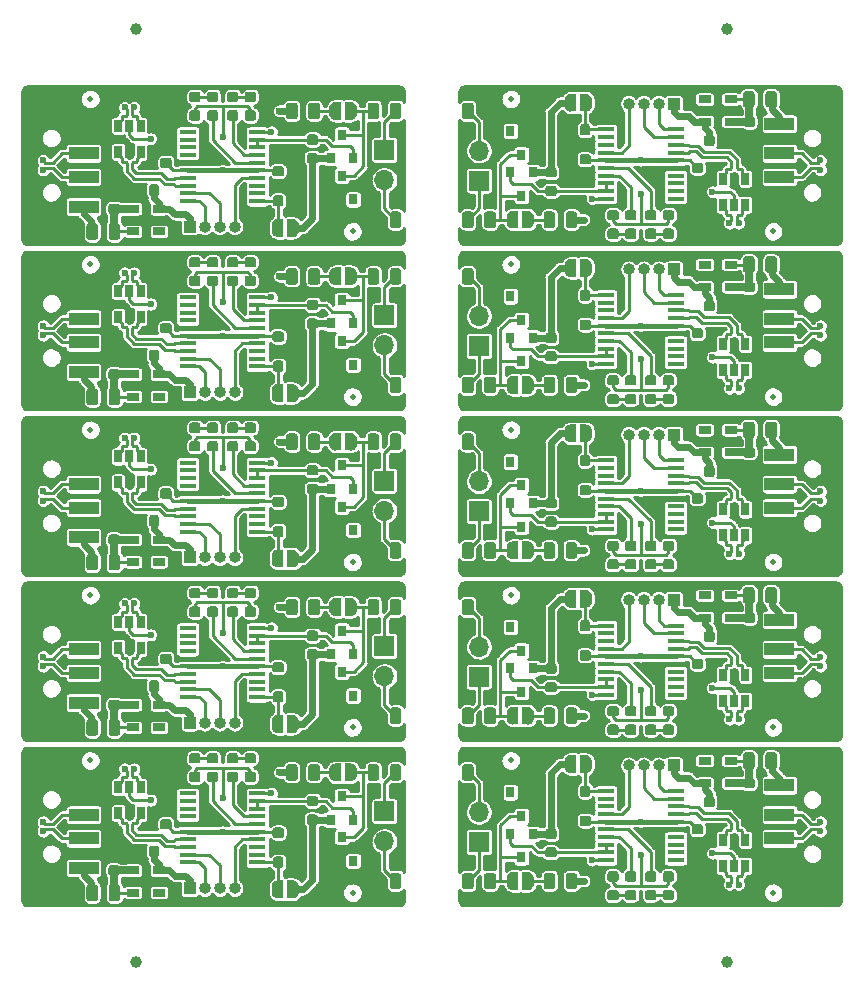
<source format=gbr>
G04 #@! TF.GenerationSoftware,KiCad,Pcbnew,(5.99.0-812-g5d5363396)*
G04 #@! TF.CreationDate,2020-02-01T10:18:42+03:00*
G04 #@! TF.ProjectId,stm32_ds2480_emu_panel,73746d33-325f-4647-9332-3438305f656d,rev?*
G04 #@! TF.SameCoordinates,PX68e7780PY7ed6b40*
G04 #@! TF.FileFunction,Copper,L1,Top*
G04 #@! TF.FilePolarity,Positive*
%FSLAX46Y46*%
G04 Gerber Fmt 4.6, Leading zero omitted, Abs format (unit mm)*
G04 Created by KiCad (PCBNEW (5.99.0-812-g5d5363396)) date 2020-02-01 10:18:42*
%MOMM*%
%LPD*%
G04 APERTURE LIST*
%ADD10R,2.500000X1.100000*%
%ADD11O,3.500000X1.900000*%
%ADD12C,0.500000*%
%ADD13R,1.700000X1.700000*%
%ADD14O,1.700000X1.700000*%
%ADD15R,0.650000X1.060000*%
%ADD16R,1.450000X0.450000*%
%ADD17O,1.000000X1.000000*%
%ADD18R,1.000000X1.000000*%
%ADD19R,0.800000X0.900000*%
%ADD20R,1.060000X0.650000*%
%ADD21C,1.000000*%
%ADD22C,0.600000*%
%ADD23C,0.250000*%
%ADD24C,0.600000*%
%ADD25C,0.450000*%
%ADD26C,0.650000*%
%ADD27C,0.254000*%
G04 APERTURE END LIST*
D10*
X5550000Y13000000D03*
X5550000Y15000000D03*
X5550000Y10500000D03*
X5550000Y17500000D03*
D11*
X2800000Y8300000D03*
X2800000Y19700000D03*
D10*
X5550000Y27000000D03*
X5550000Y29000000D03*
X5550000Y24500000D03*
X5550000Y31500000D03*
D11*
X2800000Y22300000D03*
X2800000Y33700000D03*
D10*
X5550000Y41000000D03*
X5550000Y43000000D03*
X5550000Y38500000D03*
X5550000Y45500000D03*
D11*
X2800000Y36300000D03*
X2800000Y47700000D03*
D10*
X5550000Y55000000D03*
X5550000Y57000000D03*
X5550000Y52500000D03*
X5550000Y59500000D03*
D11*
X2800000Y50300000D03*
X2800000Y61700000D03*
G04 #@! TA.AperFunction,SMDPad,CuDef*
G36*
X23212576Y7950000D02*
G01*
X22750000Y7950001D01*
X22750000Y8378257D01*
X22749961Y8378390D01*
X22750000Y8381582D01*
X22750000Y8878256D01*
X22749961Y8878389D01*
X22750000Y8881581D01*
X22750001Y9450000D01*
X23218665Y9450000D01*
X23259257Y9455056D01*
X23400637Y9432158D01*
X23529908Y9370499D01*
X23636677Y9275036D01*
X23712361Y9153443D01*
X23750877Y9015496D01*
X23750000Y8943726D01*
X23750000Y8518638D01*
X23750877Y8515497D01*
X23749126Y8372285D01*
X23707252Y8235320D01*
X23628619Y8115614D01*
X23519550Y8022788D01*
X23388811Y7964306D01*
X23246914Y7944868D01*
X23212576Y7950000D01*
G37*
G04 #@! TD.AperFunction*
G04 #@! TA.AperFunction,SMDPad,CuDef*
G36*
X21805265Y7966038D02*
G01*
X21675250Y8026113D01*
X21567323Y8120264D01*
X21490159Y8240924D01*
X21449961Y8378390D01*
X21450836Y8450001D01*
X21450000Y8450001D01*
X21450000Y8878256D01*
X21449961Y8878389D01*
X21450000Y8881581D01*
X21450001Y8950000D01*
X21450837Y8950000D01*
X21451861Y9033807D01*
X21495405Y9170250D01*
X21575494Y9288987D01*
X21685690Y9380473D01*
X21817133Y9437354D01*
X21959257Y9455056D01*
X21990474Y9450000D01*
X22450000Y9449999D01*
X22450000Y9018637D01*
X22450877Y9015496D01*
X22450000Y8943726D01*
X22450000Y8518638D01*
X22450877Y8515497D01*
X22449999Y8443727D01*
X22449999Y7950000D01*
X21984377Y7950000D01*
X21946914Y7944868D01*
X21805265Y7966038D01*
G37*
G04 #@! TD.AperFunction*
G04 #@! TA.AperFunction,SMDPad,CuDef*
G36*
X23212576Y21950000D02*
G01*
X22750000Y21950001D01*
X22750000Y22378257D01*
X22749961Y22378390D01*
X22750000Y22381582D01*
X22750000Y22878256D01*
X22749961Y22878389D01*
X22750000Y22881581D01*
X22750001Y23450000D01*
X23218665Y23450000D01*
X23259257Y23455056D01*
X23400637Y23432158D01*
X23529908Y23370499D01*
X23636677Y23275036D01*
X23712361Y23153443D01*
X23750877Y23015496D01*
X23750000Y22943726D01*
X23750000Y22518638D01*
X23750877Y22515497D01*
X23749126Y22372285D01*
X23707252Y22235320D01*
X23628619Y22115614D01*
X23519550Y22022788D01*
X23388811Y21964306D01*
X23246914Y21944868D01*
X23212576Y21950000D01*
G37*
G04 #@! TD.AperFunction*
G04 #@! TA.AperFunction,SMDPad,CuDef*
G36*
X21805265Y21966038D02*
G01*
X21675250Y22026113D01*
X21567323Y22120264D01*
X21490159Y22240924D01*
X21449961Y22378390D01*
X21450836Y22450001D01*
X21450000Y22450001D01*
X21450000Y22878256D01*
X21449961Y22878389D01*
X21450000Y22881581D01*
X21450001Y22950000D01*
X21450837Y22950000D01*
X21451861Y23033807D01*
X21495405Y23170250D01*
X21575494Y23288987D01*
X21685690Y23380473D01*
X21817133Y23437354D01*
X21959257Y23455056D01*
X21990474Y23450000D01*
X22450000Y23449999D01*
X22450000Y23018637D01*
X22450877Y23015496D01*
X22450000Y22943726D01*
X22450000Y22518638D01*
X22450877Y22515497D01*
X22449999Y22443727D01*
X22449999Y21950000D01*
X21984377Y21950000D01*
X21946914Y21944868D01*
X21805265Y21966038D01*
G37*
G04 #@! TD.AperFunction*
G04 #@! TA.AperFunction,SMDPad,CuDef*
G36*
X23212576Y35950000D02*
G01*
X22750000Y35950001D01*
X22750000Y36378257D01*
X22749961Y36378390D01*
X22750000Y36381582D01*
X22750000Y36878256D01*
X22749961Y36878389D01*
X22750000Y36881581D01*
X22750001Y37450000D01*
X23218665Y37450000D01*
X23259257Y37455056D01*
X23400637Y37432158D01*
X23529908Y37370499D01*
X23636677Y37275036D01*
X23712361Y37153443D01*
X23750877Y37015496D01*
X23750000Y36943726D01*
X23750000Y36518638D01*
X23750877Y36515497D01*
X23749126Y36372285D01*
X23707252Y36235320D01*
X23628619Y36115614D01*
X23519550Y36022788D01*
X23388811Y35964306D01*
X23246914Y35944868D01*
X23212576Y35950000D01*
G37*
G04 #@! TD.AperFunction*
G04 #@! TA.AperFunction,SMDPad,CuDef*
G36*
X21805265Y35966038D02*
G01*
X21675250Y36026113D01*
X21567323Y36120264D01*
X21490159Y36240924D01*
X21449961Y36378390D01*
X21450836Y36450001D01*
X21450000Y36450001D01*
X21450000Y36878256D01*
X21449961Y36878389D01*
X21450000Y36881581D01*
X21450001Y36950000D01*
X21450837Y36950000D01*
X21451861Y37033807D01*
X21495405Y37170250D01*
X21575494Y37288987D01*
X21685690Y37380473D01*
X21817133Y37437354D01*
X21959257Y37455056D01*
X21990474Y37450000D01*
X22450000Y37449999D01*
X22450000Y37018637D01*
X22450877Y37015496D01*
X22450000Y36943726D01*
X22450000Y36518638D01*
X22450877Y36515497D01*
X22449999Y36443727D01*
X22449999Y35950000D01*
X21984377Y35950000D01*
X21946914Y35944868D01*
X21805265Y35966038D01*
G37*
G04 #@! TD.AperFunction*
G04 #@! TA.AperFunction,SMDPad,CuDef*
G36*
X23212576Y49950000D02*
G01*
X22750000Y49950001D01*
X22750000Y50378257D01*
X22749961Y50378390D01*
X22750000Y50381582D01*
X22750000Y50878256D01*
X22749961Y50878389D01*
X22750000Y50881581D01*
X22750001Y51450000D01*
X23218665Y51450000D01*
X23259257Y51455056D01*
X23400637Y51432158D01*
X23529908Y51370499D01*
X23636677Y51275036D01*
X23712361Y51153443D01*
X23750877Y51015496D01*
X23750000Y50943726D01*
X23750000Y50518638D01*
X23750877Y50515497D01*
X23749126Y50372285D01*
X23707252Y50235320D01*
X23628619Y50115614D01*
X23519550Y50022788D01*
X23388811Y49964306D01*
X23246914Y49944868D01*
X23212576Y49950000D01*
G37*
G04 #@! TD.AperFunction*
G04 #@! TA.AperFunction,SMDPad,CuDef*
G36*
X21805265Y49966038D02*
G01*
X21675250Y50026113D01*
X21567323Y50120264D01*
X21490159Y50240924D01*
X21449961Y50378390D01*
X21450836Y50450001D01*
X21450000Y50450001D01*
X21450000Y50878256D01*
X21449961Y50878389D01*
X21450000Y50881581D01*
X21450001Y50950000D01*
X21450837Y50950000D01*
X21451861Y51033807D01*
X21495405Y51170250D01*
X21575494Y51288987D01*
X21685690Y51380473D01*
X21817133Y51437354D01*
X21959257Y51455056D01*
X21990474Y51450000D01*
X22450000Y51449999D01*
X22450000Y51018637D01*
X22450877Y51015496D01*
X22450000Y50943726D01*
X22450000Y50518638D01*
X22450877Y50515497D01*
X22449999Y50443727D01*
X22449999Y49950000D01*
X21984377Y49950000D01*
X21946914Y49944868D01*
X21805265Y49966038D01*
G37*
G04 #@! TD.AperFunction*
D12*
X28300000Y8400000D03*
X28300000Y22400000D03*
X28300000Y36400000D03*
X28300000Y50400000D03*
D13*
X31000000Y15300000D03*
D14*
X31000000Y12760000D03*
D13*
X31000000Y29300000D03*
D14*
X31000000Y26760000D03*
D13*
X31000000Y43300000D03*
D14*
X31000000Y40760000D03*
D13*
X31000000Y57300000D03*
D14*
X31000000Y54760000D03*
G04 #@! TA.AperFunction,SMDPad,CuDef*
G36*
X23499529Y19281446D02*
G01*
X23578607Y19228607D01*
X23631446Y19149529D01*
X23650000Y19056250D01*
X23650000Y18143750D01*
X23631446Y18050471D01*
X23578607Y17971393D01*
X23499529Y17918554D01*
X23406250Y17900000D01*
X22918750Y17900000D01*
X22825471Y17918554D01*
X22746393Y17971393D01*
X22693554Y18050471D01*
X22675000Y18143750D01*
X22675000Y19056250D01*
X22693554Y19149529D01*
X22746393Y19228607D01*
X22825471Y19281446D01*
X22918750Y19300000D01*
X23406250Y19300000D01*
X23499529Y19281446D01*
G37*
G04 #@! TD.AperFunction*
G04 #@! TA.AperFunction,SMDPad,CuDef*
G36*
X25374529Y19281446D02*
G01*
X25453607Y19228607D01*
X25506446Y19149529D01*
X25525000Y19056250D01*
X25525000Y18143750D01*
X25506446Y18050471D01*
X25453607Y17971393D01*
X25374529Y17918554D01*
X25281250Y17900000D01*
X24793750Y17900000D01*
X24700471Y17918554D01*
X24621393Y17971393D01*
X24568554Y18050471D01*
X24550000Y18143750D01*
X24550000Y19056250D01*
X24568554Y19149529D01*
X24621393Y19228607D01*
X24700471Y19281446D01*
X24793750Y19300000D01*
X25281250Y19300000D01*
X25374529Y19281446D01*
G37*
G04 #@! TD.AperFunction*
G04 #@! TA.AperFunction,SMDPad,CuDef*
G36*
X23499529Y33281446D02*
G01*
X23578607Y33228607D01*
X23631446Y33149529D01*
X23650000Y33056250D01*
X23650000Y32143750D01*
X23631446Y32050471D01*
X23578607Y31971393D01*
X23499529Y31918554D01*
X23406250Y31900000D01*
X22918750Y31900000D01*
X22825471Y31918554D01*
X22746393Y31971393D01*
X22693554Y32050471D01*
X22675000Y32143750D01*
X22675000Y33056250D01*
X22693554Y33149529D01*
X22746393Y33228607D01*
X22825471Y33281446D01*
X22918750Y33300000D01*
X23406250Y33300000D01*
X23499529Y33281446D01*
G37*
G04 #@! TD.AperFunction*
G04 #@! TA.AperFunction,SMDPad,CuDef*
G36*
X25374529Y33281446D02*
G01*
X25453607Y33228607D01*
X25506446Y33149529D01*
X25525000Y33056250D01*
X25525000Y32143750D01*
X25506446Y32050471D01*
X25453607Y31971393D01*
X25374529Y31918554D01*
X25281250Y31900000D01*
X24793750Y31900000D01*
X24700471Y31918554D01*
X24621393Y31971393D01*
X24568554Y32050471D01*
X24550000Y32143750D01*
X24550000Y33056250D01*
X24568554Y33149529D01*
X24621393Y33228607D01*
X24700471Y33281446D01*
X24793750Y33300000D01*
X25281250Y33300000D01*
X25374529Y33281446D01*
G37*
G04 #@! TD.AperFunction*
G04 #@! TA.AperFunction,SMDPad,CuDef*
G36*
X23499529Y47281446D02*
G01*
X23578607Y47228607D01*
X23631446Y47149529D01*
X23650000Y47056250D01*
X23650000Y46143750D01*
X23631446Y46050471D01*
X23578607Y45971393D01*
X23499529Y45918554D01*
X23406250Y45900000D01*
X22918750Y45900000D01*
X22825471Y45918554D01*
X22746393Y45971393D01*
X22693554Y46050471D01*
X22675000Y46143750D01*
X22675000Y47056250D01*
X22693554Y47149529D01*
X22746393Y47228607D01*
X22825471Y47281446D01*
X22918750Y47300000D01*
X23406250Y47300000D01*
X23499529Y47281446D01*
G37*
G04 #@! TD.AperFunction*
G04 #@! TA.AperFunction,SMDPad,CuDef*
G36*
X25374529Y47281446D02*
G01*
X25453607Y47228607D01*
X25506446Y47149529D01*
X25525000Y47056250D01*
X25525000Y46143750D01*
X25506446Y46050471D01*
X25453607Y45971393D01*
X25374529Y45918554D01*
X25281250Y45900000D01*
X24793750Y45900000D01*
X24700471Y45918554D01*
X24621393Y45971393D01*
X24568554Y46050471D01*
X24550000Y46143750D01*
X24550000Y47056250D01*
X24568554Y47149529D01*
X24621393Y47228607D01*
X24700471Y47281446D01*
X24793750Y47300000D01*
X25281250Y47300000D01*
X25374529Y47281446D01*
G37*
G04 #@! TD.AperFunction*
G04 #@! TA.AperFunction,SMDPad,CuDef*
G36*
X23499529Y61281446D02*
G01*
X23578607Y61228607D01*
X23631446Y61149529D01*
X23650000Y61056250D01*
X23650000Y60143750D01*
X23631446Y60050471D01*
X23578607Y59971393D01*
X23499529Y59918554D01*
X23406250Y59900000D01*
X22918750Y59900000D01*
X22825471Y59918554D01*
X22746393Y59971393D01*
X22693554Y60050471D01*
X22675000Y60143750D01*
X22675000Y61056250D01*
X22693554Y61149529D01*
X22746393Y61228607D01*
X22825471Y61281446D01*
X22918750Y61300000D01*
X23406250Y61300000D01*
X23499529Y61281446D01*
G37*
G04 #@! TD.AperFunction*
G04 #@! TA.AperFunction,SMDPad,CuDef*
G36*
X25374529Y61281446D02*
G01*
X25453607Y61228607D01*
X25506446Y61149529D01*
X25525000Y61056250D01*
X25525000Y60143750D01*
X25506446Y60050471D01*
X25453607Y59971393D01*
X25374529Y59918554D01*
X25281250Y59900000D01*
X24793750Y59900000D01*
X24700471Y59918554D01*
X24621393Y59971393D01*
X24568554Y60050471D01*
X24550000Y60143750D01*
X24550000Y61056250D01*
X24568554Y61149529D01*
X24621393Y61228607D01*
X24700471Y61281446D01*
X24793750Y61300000D01*
X25281250Y61300000D01*
X25374529Y61281446D01*
G37*
G04 #@! TD.AperFunction*
G04 #@! TA.AperFunction,SMDPad,CuDef*
G36*
X15289962Y18633349D02*
G01*
X15360930Y18585930D01*
X15408349Y18514962D01*
X15425000Y18431250D01*
X15425000Y17993750D01*
X15408349Y17910038D01*
X15360930Y17839070D01*
X15289962Y17791651D01*
X15206250Y17775000D01*
X14693750Y17775000D01*
X14610038Y17791651D01*
X14539070Y17839070D01*
X14491651Y17910038D01*
X14475000Y17993750D01*
X14475000Y18431250D01*
X14491651Y18514962D01*
X14539070Y18585930D01*
X14610038Y18633349D01*
X14693750Y18650000D01*
X15206250Y18650000D01*
X15289962Y18633349D01*
G37*
G04 #@! TD.AperFunction*
G04 #@! TA.AperFunction,SMDPad,CuDef*
G36*
X15289962Y20208349D02*
G01*
X15360930Y20160930D01*
X15408349Y20089962D01*
X15425000Y20006250D01*
X15425000Y19568750D01*
X15408349Y19485038D01*
X15360930Y19414070D01*
X15289962Y19366651D01*
X15206250Y19350000D01*
X14693750Y19350000D01*
X14610038Y19366651D01*
X14539070Y19414070D01*
X14491651Y19485038D01*
X14475000Y19568750D01*
X14475000Y20006250D01*
X14491651Y20089962D01*
X14539070Y20160930D01*
X14610038Y20208349D01*
X14693750Y20225000D01*
X15206250Y20225000D01*
X15289962Y20208349D01*
G37*
G04 #@! TD.AperFunction*
G04 #@! TA.AperFunction,SMDPad,CuDef*
G36*
X15289962Y32633349D02*
G01*
X15360930Y32585930D01*
X15408349Y32514962D01*
X15425000Y32431250D01*
X15425000Y31993750D01*
X15408349Y31910038D01*
X15360930Y31839070D01*
X15289962Y31791651D01*
X15206250Y31775000D01*
X14693750Y31775000D01*
X14610038Y31791651D01*
X14539070Y31839070D01*
X14491651Y31910038D01*
X14475000Y31993750D01*
X14475000Y32431250D01*
X14491651Y32514962D01*
X14539070Y32585930D01*
X14610038Y32633349D01*
X14693750Y32650000D01*
X15206250Y32650000D01*
X15289962Y32633349D01*
G37*
G04 #@! TD.AperFunction*
G04 #@! TA.AperFunction,SMDPad,CuDef*
G36*
X15289962Y34208349D02*
G01*
X15360930Y34160930D01*
X15408349Y34089962D01*
X15425000Y34006250D01*
X15425000Y33568750D01*
X15408349Y33485038D01*
X15360930Y33414070D01*
X15289962Y33366651D01*
X15206250Y33350000D01*
X14693750Y33350000D01*
X14610038Y33366651D01*
X14539070Y33414070D01*
X14491651Y33485038D01*
X14475000Y33568750D01*
X14475000Y34006250D01*
X14491651Y34089962D01*
X14539070Y34160930D01*
X14610038Y34208349D01*
X14693750Y34225000D01*
X15206250Y34225000D01*
X15289962Y34208349D01*
G37*
G04 #@! TD.AperFunction*
G04 #@! TA.AperFunction,SMDPad,CuDef*
G36*
X15289962Y46633349D02*
G01*
X15360930Y46585930D01*
X15408349Y46514962D01*
X15425000Y46431250D01*
X15425000Y45993750D01*
X15408349Y45910038D01*
X15360930Y45839070D01*
X15289962Y45791651D01*
X15206250Y45775000D01*
X14693750Y45775000D01*
X14610038Y45791651D01*
X14539070Y45839070D01*
X14491651Y45910038D01*
X14475000Y45993750D01*
X14475000Y46431250D01*
X14491651Y46514962D01*
X14539070Y46585930D01*
X14610038Y46633349D01*
X14693750Y46650000D01*
X15206250Y46650000D01*
X15289962Y46633349D01*
G37*
G04 #@! TD.AperFunction*
G04 #@! TA.AperFunction,SMDPad,CuDef*
G36*
X15289962Y48208349D02*
G01*
X15360930Y48160930D01*
X15408349Y48089962D01*
X15425000Y48006250D01*
X15425000Y47568750D01*
X15408349Y47485038D01*
X15360930Y47414070D01*
X15289962Y47366651D01*
X15206250Y47350000D01*
X14693750Y47350000D01*
X14610038Y47366651D01*
X14539070Y47414070D01*
X14491651Y47485038D01*
X14475000Y47568750D01*
X14475000Y48006250D01*
X14491651Y48089962D01*
X14539070Y48160930D01*
X14610038Y48208349D01*
X14693750Y48225000D01*
X15206250Y48225000D01*
X15289962Y48208349D01*
G37*
G04 #@! TD.AperFunction*
G04 #@! TA.AperFunction,SMDPad,CuDef*
G36*
X15289962Y60633349D02*
G01*
X15360930Y60585930D01*
X15408349Y60514962D01*
X15425000Y60431250D01*
X15425000Y59993750D01*
X15408349Y59910038D01*
X15360930Y59839070D01*
X15289962Y59791651D01*
X15206250Y59775000D01*
X14693750Y59775000D01*
X14610038Y59791651D01*
X14539070Y59839070D01*
X14491651Y59910038D01*
X14475000Y59993750D01*
X14475000Y60431250D01*
X14491651Y60514962D01*
X14539070Y60585930D01*
X14610038Y60633349D01*
X14693750Y60650000D01*
X15206250Y60650000D01*
X15289962Y60633349D01*
G37*
G04 #@! TD.AperFunction*
G04 #@! TA.AperFunction,SMDPad,CuDef*
G36*
X15289962Y62208349D02*
G01*
X15360930Y62160930D01*
X15408349Y62089962D01*
X15425000Y62006250D01*
X15425000Y61568750D01*
X15408349Y61485038D01*
X15360930Y61414070D01*
X15289962Y61366651D01*
X15206250Y61350000D01*
X14693750Y61350000D01*
X14610038Y61366651D01*
X14539070Y61414070D01*
X14491651Y61485038D01*
X14475000Y61568750D01*
X14475000Y62006250D01*
X14491651Y62089962D01*
X14539070Y62160930D01*
X14610038Y62208349D01*
X14693750Y62225000D01*
X15206250Y62225000D01*
X15289962Y62208349D01*
G37*
G04 #@! TD.AperFunction*
G04 #@! TA.AperFunction,SMDPad,CuDef*
G36*
X8474529Y9081446D02*
G01*
X8553607Y9028607D01*
X8606446Y8949529D01*
X8625000Y8856250D01*
X8625000Y7943750D01*
X8606446Y7850471D01*
X8553607Y7771393D01*
X8474529Y7718554D01*
X8381250Y7700000D01*
X7893750Y7700000D01*
X7800471Y7718554D01*
X7721393Y7771393D01*
X7668554Y7850471D01*
X7650000Y7943750D01*
X7650000Y8856250D01*
X7668554Y8949529D01*
X7721393Y9028607D01*
X7800471Y9081446D01*
X7893750Y9100000D01*
X8381250Y9100000D01*
X8474529Y9081446D01*
G37*
G04 #@! TD.AperFunction*
G04 #@! TA.AperFunction,SMDPad,CuDef*
G36*
X6599529Y9081446D02*
G01*
X6678607Y9028607D01*
X6731446Y8949529D01*
X6750000Y8856250D01*
X6750000Y7943750D01*
X6731446Y7850471D01*
X6678607Y7771393D01*
X6599529Y7718554D01*
X6506250Y7700000D01*
X6018750Y7700000D01*
X5925471Y7718554D01*
X5846393Y7771393D01*
X5793554Y7850471D01*
X5775000Y7943750D01*
X5775000Y8856250D01*
X5793554Y8949529D01*
X5846393Y9028607D01*
X5925471Y9081446D01*
X6018750Y9100000D01*
X6506250Y9100000D01*
X6599529Y9081446D01*
G37*
G04 #@! TD.AperFunction*
G04 #@! TA.AperFunction,SMDPad,CuDef*
G36*
X8474529Y23081446D02*
G01*
X8553607Y23028607D01*
X8606446Y22949529D01*
X8625000Y22856250D01*
X8625000Y21943750D01*
X8606446Y21850471D01*
X8553607Y21771393D01*
X8474529Y21718554D01*
X8381250Y21700000D01*
X7893750Y21700000D01*
X7800471Y21718554D01*
X7721393Y21771393D01*
X7668554Y21850471D01*
X7650000Y21943750D01*
X7650000Y22856250D01*
X7668554Y22949529D01*
X7721393Y23028607D01*
X7800471Y23081446D01*
X7893750Y23100000D01*
X8381250Y23100000D01*
X8474529Y23081446D01*
G37*
G04 #@! TD.AperFunction*
G04 #@! TA.AperFunction,SMDPad,CuDef*
G36*
X6599529Y23081446D02*
G01*
X6678607Y23028607D01*
X6731446Y22949529D01*
X6750000Y22856250D01*
X6750000Y21943750D01*
X6731446Y21850471D01*
X6678607Y21771393D01*
X6599529Y21718554D01*
X6506250Y21700000D01*
X6018750Y21700000D01*
X5925471Y21718554D01*
X5846393Y21771393D01*
X5793554Y21850471D01*
X5775000Y21943750D01*
X5775000Y22856250D01*
X5793554Y22949529D01*
X5846393Y23028607D01*
X5925471Y23081446D01*
X6018750Y23100000D01*
X6506250Y23100000D01*
X6599529Y23081446D01*
G37*
G04 #@! TD.AperFunction*
G04 #@! TA.AperFunction,SMDPad,CuDef*
G36*
X8474529Y37081446D02*
G01*
X8553607Y37028607D01*
X8606446Y36949529D01*
X8625000Y36856250D01*
X8625000Y35943750D01*
X8606446Y35850471D01*
X8553607Y35771393D01*
X8474529Y35718554D01*
X8381250Y35700000D01*
X7893750Y35700000D01*
X7800471Y35718554D01*
X7721393Y35771393D01*
X7668554Y35850471D01*
X7650000Y35943750D01*
X7650000Y36856250D01*
X7668554Y36949529D01*
X7721393Y37028607D01*
X7800471Y37081446D01*
X7893750Y37100000D01*
X8381250Y37100000D01*
X8474529Y37081446D01*
G37*
G04 #@! TD.AperFunction*
G04 #@! TA.AperFunction,SMDPad,CuDef*
G36*
X6599529Y37081446D02*
G01*
X6678607Y37028607D01*
X6731446Y36949529D01*
X6750000Y36856250D01*
X6750000Y35943750D01*
X6731446Y35850471D01*
X6678607Y35771393D01*
X6599529Y35718554D01*
X6506250Y35700000D01*
X6018750Y35700000D01*
X5925471Y35718554D01*
X5846393Y35771393D01*
X5793554Y35850471D01*
X5775000Y35943750D01*
X5775000Y36856250D01*
X5793554Y36949529D01*
X5846393Y37028607D01*
X5925471Y37081446D01*
X6018750Y37100000D01*
X6506250Y37100000D01*
X6599529Y37081446D01*
G37*
G04 #@! TD.AperFunction*
G04 #@! TA.AperFunction,SMDPad,CuDef*
G36*
X8474529Y51081446D02*
G01*
X8553607Y51028607D01*
X8606446Y50949529D01*
X8625000Y50856250D01*
X8625000Y49943750D01*
X8606446Y49850471D01*
X8553607Y49771393D01*
X8474529Y49718554D01*
X8381250Y49700000D01*
X7893750Y49700000D01*
X7800471Y49718554D01*
X7721393Y49771393D01*
X7668554Y49850471D01*
X7650000Y49943750D01*
X7650000Y50856250D01*
X7668554Y50949529D01*
X7721393Y51028607D01*
X7800471Y51081446D01*
X7893750Y51100000D01*
X8381250Y51100000D01*
X8474529Y51081446D01*
G37*
G04 #@! TD.AperFunction*
G04 #@! TA.AperFunction,SMDPad,CuDef*
G36*
X6599529Y51081446D02*
G01*
X6678607Y51028607D01*
X6731446Y50949529D01*
X6750000Y50856250D01*
X6750000Y49943750D01*
X6731446Y49850471D01*
X6678607Y49771393D01*
X6599529Y49718554D01*
X6506250Y49700000D01*
X6018750Y49700000D01*
X5925471Y49718554D01*
X5846393Y49771393D01*
X5793554Y49850471D01*
X5775000Y49943750D01*
X5775000Y50856250D01*
X5793554Y50949529D01*
X5846393Y51028607D01*
X5925471Y51081446D01*
X6018750Y51100000D01*
X6506250Y51100000D01*
X6599529Y51081446D01*
G37*
G04 #@! TD.AperFunction*
G04 #@! TA.AperFunction,SMDPad,CuDef*
G36*
X32274529Y19281446D02*
G01*
X32353607Y19228607D01*
X32406446Y19149529D01*
X32425000Y19056250D01*
X32425000Y18143750D01*
X32406446Y18050471D01*
X32353607Y17971393D01*
X32274529Y17918554D01*
X32181250Y17900000D01*
X31693750Y17900000D01*
X31600471Y17918554D01*
X31521393Y17971393D01*
X31468554Y18050471D01*
X31450000Y18143750D01*
X31450000Y19056250D01*
X31468554Y19149529D01*
X31521393Y19228607D01*
X31600471Y19281446D01*
X31693750Y19300000D01*
X32181250Y19300000D01*
X32274529Y19281446D01*
G37*
G04 #@! TD.AperFunction*
G04 #@! TA.AperFunction,SMDPad,CuDef*
G36*
X30399529Y19281446D02*
G01*
X30478607Y19228607D01*
X30531446Y19149529D01*
X30550000Y19056250D01*
X30550000Y18143750D01*
X30531446Y18050471D01*
X30478607Y17971393D01*
X30399529Y17918554D01*
X30306250Y17900000D01*
X29818750Y17900000D01*
X29725471Y17918554D01*
X29646393Y17971393D01*
X29593554Y18050471D01*
X29575000Y18143750D01*
X29575000Y19056250D01*
X29593554Y19149529D01*
X29646393Y19228607D01*
X29725471Y19281446D01*
X29818750Y19300000D01*
X30306250Y19300000D01*
X30399529Y19281446D01*
G37*
G04 #@! TD.AperFunction*
G04 #@! TA.AperFunction,SMDPad,CuDef*
G36*
X32274529Y33281446D02*
G01*
X32353607Y33228607D01*
X32406446Y33149529D01*
X32425000Y33056250D01*
X32425000Y32143750D01*
X32406446Y32050471D01*
X32353607Y31971393D01*
X32274529Y31918554D01*
X32181250Y31900000D01*
X31693750Y31900000D01*
X31600471Y31918554D01*
X31521393Y31971393D01*
X31468554Y32050471D01*
X31450000Y32143750D01*
X31450000Y33056250D01*
X31468554Y33149529D01*
X31521393Y33228607D01*
X31600471Y33281446D01*
X31693750Y33300000D01*
X32181250Y33300000D01*
X32274529Y33281446D01*
G37*
G04 #@! TD.AperFunction*
G04 #@! TA.AperFunction,SMDPad,CuDef*
G36*
X30399529Y33281446D02*
G01*
X30478607Y33228607D01*
X30531446Y33149529D01*
X30550000Y33056250D01*
X30550000Y32143750D01*
X30531446Y32050471D01*
X30478607Y31971393D01*
X30399529Y31918554D01*
X30306250Y31900000D01*
X29818750Y31900000D01*
X29725471Y31918554D01*
X29646393Y31971393D01*
X29593554Y32050471D01*
X29575000Y32143750D01*
X29575000Y33056250D01*
X29593554Y33149529D01*
X29646393Y33228607D01*
X29725471Y33281446D01*
X29818750Y33300000D01*
X30306250Y33300000D01*
X30399529Y33281446D01*
G37*
G04 #@! TD.AperFunction*
G04 #@! TA.AperFunction,SMDPad,CuDef*
G36*
X32274529Y47281446D02*
G01*
X32353607Y47228607D01*
X32406446Y47149529D01*
X32425000Y47056250D01*
X32425000Y46143750D01*
X32406446Y46050471D01*
X32353607Y45971393D01*
X32274529Y45918554D01*
X32181250Y45900000D01*
X31693750Y45900000D01*
X31600471Y45918554D01*
X31521393Y45971393D01*
X31468554Y46050471D01*
X31450000Y46143750D01*
X31450000Y47056250D01*
X31468554Y47149529D01*
X31521393Y47228607D01*
X31600471Y47281446D01*
X31693750Y47300000D01*
X32181250Y47300000D01*
X32274529Y47281446D01*
G37*
G04 #@! TD.AperFunction*
G04 #@! TA.AperFunction,SMDPad,CuDef*
G36*
X30399529Y47281446D02*
G01*
X30478607Y47228607D01*
X30531446Y47149529D01*
X30550000Y47056250D01*
X30550000Y46143750D01*
X30531446Y46050471D01*
X30478607Y45971393D01*
X30399529Y45918554D01*
X30306250Y45900000D01*
X29818750Y45900000D01*
X29725471Y45918554D01*
X29646393Y45971393D01*
X29593554Y46050471D01*
X29575000Y46143750D01*
X29575000Y47056250D01*
X29593554Y47149529D01*
X29646393Y47228607D01*
X29725471Y47281446D01*
X29818750Y47300000D01*
X30306250Y47300000D01*
X30399529Y47281446D01*
G37*
G04 #@! TD.AperFunction*
G04 #@! TA.AperFunction,SMDPad,CuDef*
G36*
X32274529Y61281446D02*
G01*
X32353607Y61228607D01*
X32406446Y61149529D01*
X32425000Y61056250D01*
X32425000Y60143750D01*
X32406446Y60050471D01*
X32353607Y59971393D01*
X32274529Y59918554D01*
X32181250Y59900000D01*
X31693750Y59900000D01*
X31600471Y59918554D01*
X31521393Y59971393D01*
X31468554Y60050471D01*
X31450000Y60143750D01*
X31450000Y61056250D01*
X31468554Y61149529D01*
X31521393Y61228607D01*
X31600471Y61281446D01*
X31693750Y61300000D01*
X32181250Y61300000D01*
X32274529Y61281446D01*
G37*
G04 #@! TD.AperFunction*
G04 #@! TA.AperFunction,SMDPad,CuDef*
G36*
X30399529Y61281446D02*
G01*
X30478607Y61228607D01*
X30531446Y61149529D01*
X30550000Y61056250D01*
X30550000Y60143750D01*
X30531446Y60050471D01*
X30478607Y59971393D01*
X30399529Y59918554D01*
X30306250Y59900000D01*
X29818750Y59900000D01*
X29725471Y59918554D01*
X29646393Y59971393D01*
X29593554Y60050471D01*
X29575000Y60143750D01*
X29575000Y61056250D01*
X29593554Y61149529D01*
X29646393Y61228607D01*
X29725471Y61281446D01*
X29818750Y61300000D01*
X30306250Y61300000D01*
X30399529Y61281446D01*
G37*
G04 #@! TD.AperFunction*
D11*
X67200000Y8300000D03*
X67200000Y19700000D03*
D10*
X64450000Y10500000D03*
X64450000Y17500000D03*
X64450000Y13000000D03*
X64450000Y15000000D03*
D11*
X67200000Y22300000D03*
X67200000Y33700000D03*
D10*
X64450000Y24500000D03*
X64450000Y31500000D03*
X64450000Y27000000D03*
X64450000Y29000000D03*
D11*
X67200000Y36300000D03*
X67200000Y47700000D03*
D10*
X64450000Y38500000D03*
X64450000Y45500000D03*
X64450000Y41000000D03*
X64450000Y43000000D03*
D11*
X67200000Y50300000D03*
X67200000Y61700000D03*
D10*
X64450000Y52500000D03*
X64450000Y59500000D03*
X64450000Y55000000D03*
X64450000Y57000000D03*
G04 #@! TA.AperFunction,SMDPad,CuDef*
G36*
X48194735Y20033962D02*
G01*
X48324750Y19973887D01*
X48432677Y19879736D01*
X48509841Y19759077D01*
X48550039Y19621611D01*
X48549164Y19550000D01*
X48550000Y19550000D01*
X48550000Y19121744D01*
X48550039Y19121611D01*
X48550000Y19118419D01*
X48550000Y19050000D01*
X48549164Y19050000D01*
X48548140Y18966193D01*
X48504596Y18829750D01*
X48424507Y18711013D01*
X48314311Y18619527D01*
X48182868Y18562646D01*
X48040743Y18544944D01*
X48009526Y18550000D01*
X47550000Y18550000D01*
X47550000Y18981362D01*
X47549123Y18984503D01*
X47550000Y19056273D01*
X47550000Y19481362D01*
X47549123Y19484503D01*
X47550000Y19556273D01*
X47550000Y20050000D01*
X48015622Y20050000D01*
X48053086Y20055132D01*
X48194735Y20033962D01*
G37*
G04 #@! TD.AperFunction*
G04 #@! TA.AperFunction,SMDPad,CuDef*
G36*
X46787424Y20050000D02*
G01*
X47250000Y20050000D01*
X47250000Y19621744D01*
X47250039Y19621611D01*
X47250000Y19618419D01*
X47250000Y19121744D01*
X47250039Y19121611D01*
X47250000Y19118419D01*
X47250000Y18550000D01*
X46781336Y18550000D01*
X46740743Y18544944D01*
X46599363Y18567842D01*
X46470092Y18629501D01*
X46363323Y18724964D01*
X46287639Y18846556D01*
X46249123Y18984503D01*
X46250000Y19056273D01*
X46250000Y19481362D01*
X46249123Y19484503D01*
X46250873Y19627715D01*
X46292747Y19764680D01*
X46371380Y19884386D01*
X46480449Y19977212D01*
X46611188Y20035694D01*
X46753086Y20055132D01*
X46787424Y20050000D01*
G37*
G04 #@! TD.AperFunction*
G04 #@! TA.AperFunction,SMDPad,CuDef*
G36*
X48194735Y34033962D02*
G01*
X48324750Y33973887D01*
X48432677Y33879736D01*
X48509841Y33759077D01*
X48550039Y33621611D01*
X48549164Y33550000D01*
X48550000Y33550000D01*
X48550000Y33121744D01*
X48550039Y33121611D01*
X48550000Y33118419D01*
X48550000Y33050000D01*
X48549164Y33050000D01*
X48548140Y32966193D01*
X48504596Y32829750D01*
X48424507Y32711013D01*
X48314311Y32619527D01*
X48182868Y32562646D01*
X48040743Y32544944D01*
X48009526Y32550000D01*
X47550000Y32550000D01*
X47550000Y32981362D01*
X47549123Y32984503D01*
X47550000Y33056273D01*
X47550000Y33481362D01*
X47549123Y33484503D01*
X47550000Y33556273D01*
X47550000Y34050000D01*
X48015622Y34050000D01*
X48053086Y34055132D01*
X48194735Y34033962D01*
G37*
G04 #@! TD.AperFunction*
G04 #@! TA.AperFunction,SMDPad,CuDef*
G36*
X46787424Y34050000D02*
G01*
X47250000Y34050000D01*
X47250000Y33621744D01*
X47250039Y33621611D01*
X47250000Y33618419D01*
X47250000Y33121744D01*
X47250039Y33121611D01*
X47250000Y33118419D01*
X47250000Y32550000D01*
X46781336Y32550000D01*
X46740743Y32544944D01*
X46599363Y32567842D01*
X46470092Y32629501D01*
X46363323Y32724964D01*
X46287639Y32846556D01*
X46249123Y32984503D01*
X46250000Y33056273D01*
X46250000Y33481362D01*
X46249123Y33484503D01*
X46250873Y33627715D01*
X46292747Y33764680D01*
X46371380Y33884386D01*
X46480449Y33977212D01*
X46611188Y34035694D01*
X46753086Y34055132D01*
X46787424Y34050000D01*
G37*
G04 #@! TD.AperFunction*
G04 #@! TA.AperFunction,SMDPad,CuDef*
G36*
X48194735Y48033962D02*
G01*
X48324750Y47973887D01*
X48432677Y47879736D01*
X48509841Y47759077D01*
X48550039Y47621611D01*
X48549164Y47550000D01*
X48550000Y47550000D01*
X48550000Y47121744D01*
X48550039Y47121611D01*
X48550000Y47118419D01*
X48550000Y47050000D01*
X48549164Y47050000D01*
X48548140Y46966193D01*
X48504596Y46829750D01*
X48424507Y46711013D01*
X48314311Y46619527D01*
X48182868Y46562646D01*
X48040743Y46544944D01*
X48009526Y46550000D01*
X47550000Y46550000D01*
X47550000Y46981362D01*
X47549123Y46984503D01*
X47550000Y47056273D01*
X47550000Y47481362D01*
X47549123Y47484503D01*
X47550000Y47556273D01*
X47550000Y48050000D01*
X48015622Y48050000D01*
X48053086Y48055132D01*
X48194735Y48033962D01*
G37*
G04 #@! TD.AperFunction*
G04 #@! TA.AperFunction,SMDPad,CuDef*
G36*
X46787424Y48050000D02*
G01*
X47250000Y48050000D01*
X47250000Y47621744D01*
X47250039Y47621611D01*
X47250000Y47618419D01*
X47250000Y47121744D01*
X47250039Y47121611D01*
X47250000Y47118419D01*
X47250000Y46550000D01*
X46781336Y46550000D01*
X46740743Y46544944D01*
X46599363Y46567842D01*
X46470092Y46629501D01*
X46363323Y46724964D01*
X46287639Y46846556D01*
X46249123Y46984503D01*
X46250000Y47056273D01*
X46250000Y47481362D01*
X46249123Y47484503D01*
X46250873Y47627715D01*
X46292747Y47764680D01*
X46371380Y47884386D01*
X46480449Y47977212D01*
X46611188Y48035694D01*
X46753086Y48055132D01*
X46787424Y48050000D01*
G37*
G04 #@! TD.AperFunction*
G04 #@! TA.AperFunction,SMDPad,CuDef*
G36*
X48194735Y62033962D02*
G01*
X48324750Y61973887D01*
X48432677Y61879736D01*
X48509841Y61759077D01*
X48550039Y61621611D01*
X48549164Y61550000D01*
X48550000Y61550000D01*
X48550000Y61121744D01*
X48550039Y61121611D01*
X48550000Y61118419D01*
X48550000Y61050000D01*
X48549164Y61050000D01*
X48548140Y60966193D01*
X48504596Y60829750D01*
X48424507Y60711013D01*
X48314311Y60619527D01*
X48182868Y60562646D01*
X48040743Y60544944D01*
X48009526Y60550000D01*
X47550000Y60550000D01*
X47550000Y60981362D01*
X47549123Y60984503D01*
X47550000Y61056273D01*
X47550000Y61481362D01*
X47549123Y61484503D01*
X47550000Y61556273D01*
X47550000Y62050000D01*
X48015622Y62050000D01*
X48053086Y62055132D01*
X48194735Y62033962D01*
G37*
G04 #@! TD.AperFunction*
G04 #@! TA.AperFunction,SMDPad,CuDef*
G36*
X46787424Y62050000D02*
G01*
X47250000Y62050000D01*
X47250000Y61621744D01*
X47250039Y61621611D01*
X47250000Y61618419D01*
X47250000Y61121744D01*
X47250039Y61121611D01*
X47250000Y61118419D01*
X47250000Y60550000D01*
X46781336Y60550000D01*
X46740743Y60544944D01*
X46599363Y60567842D01*
X46470092Y60629501D01*
X46363323Y60724964D01*
X46287639Y60846556D01*
X46249123Y60984503D01*
X46250000Y61056273D01*
X46250000Y61481362D01*
X46249123Y61484503D01*
X46250873Y61627715D01*
X46292747Y61764680D01*
X46371380Y61884386D01*
X46480449Y61977212D01*
X46611188Y62035694D01*
X46753086Y62055132D01*
X46787424Y62050000D01*
G37*
G04 #@! TD.AperFunction*
D12*
X41700000Y19600000D03*
X41700000Y33600000D03*
X41700000Y47600000D03*
X41700000Y61600000D03*
D14*
X39000000Y15240000D03*
D13*
X39000000Y12700000D03*
D14*
X39000000Y29240000D03*
D13*
X39000000Y26700000D03*
D14*
X39000000Y43240000D03*
D13*
X39000000Y40700000D03*
D14*
X39000000Y57240000D03*
D13*
X39000000Y54700000D03*
G04 #@! TA.AperFunction,SMDPad,CuDef*
G36*
X45299529Y10081446D02*
G01*
X45378607Y10028607D01*
X45431446Y9949529D01*
X45450000Y9856250D01*
X45450000Y8943750D01*
X45431446Y8850471D01*
X45378607Y8771393D01*
X45299529Y8718554D01*
X45206250Y8700000D01*
X44718750Y8700000D01*
X44625471Y8718554D01*
X44546393Y8771393D01*
X44493554Y8850471D01*
X44475000Y8943750D01*
X44475000Y9856250D01*
X44493554Y9949529D01*
X44546393Y10028607D01*
X44625471Y10081446D01*
X44718750Y10100000D01*
X45206250Y10100000D01*
X45299529Y10081446D01*
G37*
G04 #@! TD.AperFunction*
G04 #@! TA.AperFunction,SMDPad,CuDef*
G36*
X47174529Y10081446D02*
G01*
X47253607Y10028607D01*
X47306446Y9949529D01*
X47325000Y9856250D01*
X47325000Y8943750D01*
X47306446Y8850471D01*
X47253607Y8771393D01*
X47174529Y8718554D01*
X47081250Y8700000D01*
X46593750Y8700000D01*
X46500471Y8718554D01*
X46421393Y8771393D01*
X46368554Y8850471D01*
X46350000Y8943750D01*
X46350000Y9856250D01*
X46368554Y9949529D01*
X46421393Y10028607D01*
X46500471Y10081446D01*
X46593750Y10100000D01*
X47081250Y10100000D01*
X47174529Y10081446D01*
G37*
G04 #@! TD.AperFunction*
G04 #@! TA.AperFunction,SMDPad,CuDef*
G36*
X45299529Y24081446D02*
G01*
X45378607Y24028607D01*
X45431446Y23949529D01*
X45450000Y23856250D01*
X45450000Y22943750D01*
X45431446Y22850471D01*
X45378607Y22771393D01*
X45299529Y22718554D01*
X45206250Y22700000D01*
X44718750Y22700000D01*
X44625471Y22718554D01*
X44546393Y22771393D01*
X44493554Y22850471D01*
X44475000Y22943750D01*
X44475000Y23856250D01*
X44493554Y23949529D01*
X44546393Y24028607D01*
X44625471Y24081446D01*
X44718750Y24100000D01*
X45206250Y24100000D01*
X45299529Y24081446D01*
G37*
G04 #@! TD.AperFunction*
G04 #@! TA.AperFunction,SMDPad,CuDef*
G36*
X47174529Y24081446D02*
G01*
X47253607Y24028607D01*
X47306446Y23949529D01*
X47325000Y23856250D01*
X47325000Y22943750D01*
X47306446Y22850471D01*
X47253607Y22771393D01*
X47174529Y22718554D01*
X47081250Y22700000D01*
X46593750Y22700000D01*
X46500471Y22718554D01*
X46421393Y22771393D01*
X46368554Y22850471D01*
X46350000Y22943750D01*
X46350000Y23856250D01*
X46368554Y23949529D01*
X46421393Y24028607D01*
X46500471Y24081446D01*
X46593750Y24100000D01*
X47081250Y24100000D01*
X47174529Y24081446D01*
G37*
G04 #@! TD.AperFunction*
G04 #@! TA.AperFunction,SMDPad,CuDef*
G36*
X45299529Y38081446D02*
G01*
X45378607Y38028607D01*
X45431446Y37949529D01*
X45450000Y37856250D01*
X45450000Y36943750D01*
X45431446Y36850471D01*
X45378607Y36771393D01*
X45299529Y36718554D01*
X45206250Y36700000D01*
X44718750Y36700000D01*
X44625471Y36718554D01*
X44546393Y36771393D01*
X44493554Y36850471D01*
X44475000Y36943750D01*
X44475000Y37856250D01*
X44493554Y37949529D01*
X44546393Y38028607D01*
X44625471Y38081446D01*
X44718750Y38100000D01*
X45206250Y38100000D01*
X45299529Y38081446D01*
G37*
G04 #@! TD.AperFunction*
G04 #@! TA.AperFunction,SMDPad,CuDef*
G36*
X47174529Y38081446D02*
G01*
X47253607Y38028607D01*
X47306446Y37949529D01*
X47325000Y37856250D01*
X47325000Y36943750D01*
X47306446Y36850471D01*
X47253607Y36771393D01*
X47174529Y36718554D01*
X47081250Y36700000D01*
X46593750Y36700000D01*
X46500471Y36718554D01*
X46421393Y36771393D01*
X46368554Y36850471D01*
X46350000Y36943750D01*
X46350000Y37856250D01*
X46368554Y37949529D01*
X46421393Y38028607D01*
X46500471Y38081446D01*
X46593750Y38100000D01*
X47081250Y38100000D01*
X47174529Y38081446D01*
G37*
G04 #@! TD.AperFunction*
G04 #@! TA.AperFunction,SMDPad,CuDef*
G36*
X45299529Y52081446D02*
G01*
X45378607Y52028607D01*
X45431446Y51949529D01*
X45450000Y51856250D01*
X45450000Y50943750D01*
X45431446Y50850471D01*
X45378607Y50771393D01*
X45299529Y50718554D01*
X45206250Y50700000D01*
X44718750Y50700000D01*
X44625471Y50718554D01*
X44546393Y50771393D01*
X44493554Y50850471D01*
X44475000Y50943750D01*
X44475000Y51856250D01*
X44493554Y51949529D01*
X44546393Y52028607D01*
X44625471Y52081446D01*
X44718750Y52100000D01*
X45206250Y52100000D01*
X45299529Y52081446D01*
G37*
G04 #@! TD.AperFunction*
G04 #@! TA.AperFunction,SMDPad,CuDef*
G36*
X47174529Y52081446D02*
G01*
X47253607Y52028607D01*
X47306446Y51949529D01*
X47325000Y51856250D01*
X47325000Y50943750D01*
X47306446Y50850471D01*
X47253607Y50771393D01*
X47174529Y50718554D01*
X47081250Y50700000D01*
X46593750Y50700000D01*
X46500471Y50718554D01*
X46421393Y50771393D01*
X46368554Y50850471D01*
X46350000Y50943750D01*
X46350000Y51856250D01*
X46368554Y51949529D01*
X46421393Y52028607D01*
X46500471Y52081446D01*
X46593750Y52100000D01*
X47081250Y52100000D01*
X47174529Y52081446D01*
G37*
G04 #@! TD.AperFunction*
G04 #@! TA.AperFunction,SMDPad,CuDef*
G36*
X55389962Y8633349D02*
G01*
X55460930Y8585930D01*
X55508349Y8514962D01*
X55525000Y8431250D01*
X55525000Y7993750D01*
X55508349Y7910038D01*
X55460930Y7839070D01*
X55389962Y7791651D01*
X55306250Y7775000D01*
X54793750Y7775000D01*
X54710038Y7791651D01*
X54639070Y7839070D01*
X54591651Y7910038D01*
X54575000Y7993750D01*
X54575000Y8431250D01*
X54591651Y8514962D01*
X54639070Y8585930D01*
X54710038Y8633349D01*
X54793750Y8650000D01*
X55306250Y8650000D01*
X55389962Y8633349D01*
G37*
G04 #@! TD.AperFunction*
G04 #@! TA.AperFunction,SMDPad,CuDef*
G36*
X55389962Y10208349D02*
G01*
X55460930Y10160930D01*
X55508349Y10089962D01*
X55525000Y10006250D01*
X55525000Y9568750D01*
X55508349Y9485038D01*
X55460930Y9414070D01*
X55389962Y9366651D01*
X55306250Y9350000D01*
X54793750Y9350000D01*
X54710038Y9366651D01*
X54639070Y9414070D01*
X54591651Y9485038D01*
X54575000Y9568750D01*
X54575000Y10006250D01*
X54591651Y10089962D01*
X54639070Y10160930D01*
X54710038Y10208349D01*
X54793750Y10225000D01*
X55306250Y10225000D01*
X55389962Y10208349D01*
G37*
G04 #@! TD.AperFunction*
G04 #@! TA.AperFunction,SMDPad,CuDef*
G36*
X55389962Y22633349D02*
G01*
X55460930Y22585930D01*
X55508349Y22514962D01*
X55525000Y22431250D01*
X55525000Y21993750D01*
X55508349Y21910038D01*
X55460930Y21839070D01*
X55389962Y21791651D01*
X55306250Y21775000D01*
X54793750Y21775000D01*
X54710038Y21791651D01*
X54639070Y21839070D01*
X54591651Y21910038D01*
X54575000Y21993750D01*
X54575000Y22431250D01*
X54591651Y22514962D01*
X54639070Y22585930D01*
X54710038Y22633349D01*
X54793750Y22650000D01*
X55306250Y22650000D01*
X55389962Y22633349D01*
G37*
G04 #@! TD.AperFunction*
G04 #@! TA.AperFunction,SMDPad,CuDef*
G36*
X55389962Y24208349D02*
G01*
X55460930Y24160930D01*
X55508349Y24089962D01*
X55525000Y24006250D01*
X55525000Y23568750D01*
X55508349Y23485038D01*
X55460930Y23414070D01*
X55389962Y23366651D01*
X55306250Y23350000D01*
X54793750Y23350000D01*
X54710038Y23366651D01*
X54639070Y23414070D01*
X54591651Y23485038D01*
X54575000Y23568750D01*
X54575000Y24006250D01*
X54591651Y24089962D01*
X54639070Y24160930D01*
X54710038Y24208349D01*
X54793750Y24225000D01*
X55306250Y24225000D01*
X55389962Y24208349D01*
G37*
G04 #@! TD.AperFunction*
G04 #@! TA.AperFunction,SMDPad,CuDef*
G36*
X55389962Y36633349D02*
G01*
X55460930Y36585930D01*
X55508349Y36514962D01*
X55525000Y36431250D01*
X55525000Y35993750D01*
X55508349Y35910038D01*
X55460930Y35839070D01*
X55389962Y35791651D01*
X55306250Y35775000D01*
X54793750Y35775000D01*
X54710038Y35791651D01*
X54639070Y35839070D01*
X54591651Y35910038D01*
X54575000Y35993750D01*
X54575000Y36431250D01*
X54591651Y36514962D01*
X54639070Y36585930D01*
X54710038Y36633349D01*
X54793750Y36650000D01*
X55306250Y36650000D01*
X55389962Y36633349D01*
G37*
G04 #@! TD.AperFunction*
G04 #@! TA.AperFunction,SMDPad,CuDef*
G36*
X55389962Y38208349D02*
G01*
X55460930Y38160930D01*
X55508349Y38089962D01*
X55525000Y38006250D01*
X55525000Y37568750D01*
X55508349Y37485038D01*
X55460930Y37414070D01*
X55389962Y37366651D01*
X55306250Y37350000D01*
X54793750Y37350000D01*
X54710038Y37366651D01*
X54639070Y37414070D01*
X54591651Y37485038D01*
X54575000Y37568750D01*
X54575000Y38006250D01*
X54591651Y38089962D01*
X54639070Y38160930D01*
X54710038Y38208349D01*
X54793750Y38225000D01*
X55306250Y38225000D01*
X55389962Y38208349D01*
G37*
G04 #@! TD.AperFunction*
G04 #@! TA.AperFunction,SMDPad,CuDef*
G36*
X55389962Y50633349D02*
G01*
X55460930Y50585930D01*
X55508349Y50514962D01*
X55525000Y50431250D01*
X55525000Y49993750D01*
X55508349Y49910038D01*
X55460930Y49839070D01*
X55389962Y49791651D01*
X55306250Y49775000D01*
X54793750Y49775000D01*
X54710038Y49791651D01*
X54639070Y49839070D01*
X54591651Y49910038D01*
X54575000Y49993750D01*
X54575000Y50431250D01*
X54591651Y50514962D01*
X54639070Y50585930D01*
X54710038Y50633349D01*
X54793750Y50650000D01*
X55306250Y50650000D01*
X55389962Y50633349D01*
G37*
G04 #@! TD.AperFunction*
G04 #@! TA.AperFunction,SMDPad,CuDef*
G36*
X55389962Y52208349D02*
G01*
X55460930Y52160930D01*
X55508349Y52089962D01*
X55525000Y52006250D01*
X55525000Y51568750D01*
X55508349Y51485038D01*
X55460930Y51414070D01*
X55389962Y51366651D01*
X55306250Y51350000D01*
X54793750Y51350000D01*
X54710038Y51366651D01*
X54639070Y51414070D01*
X54591651Y51485038D01*
X54575000Y51568750D01*
X54575000Y52006250D01*
X54591651Y52089962D01*
X54639070Y52160930D01*
X54710038Y52208349D01*
X54793750Y52225000D01*
X55306250Y52225000D01*
X55389962Y52208349D01*
G37*
G04 #@! TD.AperFunction*
G04 #@! TA.AperFunction,SMDPad,CuDef*
G36*
X64074529Y20281446D02*
G01*
X64153607Y20228607D01*
X64206446Y20149529D01*
X64225000Y20056250D01*
X64225000Y19143750D01*
X64206446Y19050471D01*
X64153607Y18971393D01*
X64074529Y18918554D01*
X63981250Y18900000D01*
X63493750Y18900000D01*
X63400471Y18918554D01*
X63321393Y18971393D01*
X63268554Y19050471D01*
X63250000Y19143750D01*
X63250000Y20056250D01*
X63268554Y20149529D01*
X63321393Y20228607D01*
X63400471Y20281446D01*
X63493750Y20300000D01*
X63981250Y20300000D01*
X64074529Y20281446D01*
G37*
G04 #@! TD.AperFunction*
G04 #@! TA.AperFunction,SMDPad,CuDef*
G36*
X62199529Y20281446D02*
G01*
X62278607Y20228607D01*
X62331446Y20149529D01*
X62350000Y20056250D01*
X62350000Y19143750D01*
X62331446Y19050471D01*
X62278607Y18971393D01*
X62199529Y18918554D01*
X62106250Y18900000D01*
X61618750Y18900000D01*
X61525471Y18918554D01*
X61446393Y18971393D01*
X61393554Y19050471D01*
X61375000Y19143750D01*
X61375000Y20056250D01*
X61393554Y20149529D01*
X61446393Y20228607D01*
X61525471Y20281446D01*
X61618750Y20300000D01*
X62106250Y20300000D01*
X62199529Y20281446D01*
G37*
G04 #@! TD.AperFunction*
G04 #@! TA.AperFunction,SMDPad,CuDef*
G36*
X64074529Y34281446D02*
G01*
X64153607Y34228607D01*
X64206446Y34149529D01*
X64225000Y34056250D01*
X64225000Y33143750D01*
X64206446Y33050471D01*
X64153607Y32971393D01*
X64074529Y32918554D01*
X63981250Y32900000D01*
X63493750Y32900000D01*
X63400471Y32918554D01*
X63321393Y32971393D01*
X63268554Y33050471D01*
X63250000Y33143750D01*
X63250000Y34056250D01*
X63268554Y34149529D01*
X63321393Y34228607D01*
X63400471Y34281446D01*
X63493750Y34300000D01*
X63981250Y34300000D01*
X64074529Y34281446D01*
G37*
G04 #@! TD.AperFunction*
G04 #@! TA.AperFunction,SMDPad,CuDef*
G36*
X62199529Y34281446D02*
G01*
X62278607Y34228607D01*
X62331446Y34149529D01*
X62350000Y34056250D01*
X62350000Y33143750D01*
X62331446Y33050471D01*
X62278607Y32971393D01*
X62199529Y32918554D01*
X62106250Y32900000D01*
X61618750Y32900000D01*
X61525471Y32918554D01*
X61446393Y32971393D01*
X61393554Y33050471D01*
X61375000Y33143750D01*
X61375000Y34056250D01*
X61393554Y34149529D01*
X61446393Y34228607D01*
X61525471Y34281446D01*
X61618750Y34300000D01*
X62106250Y34300000D01*
X62199529Y34281446D01*
G37*
G04 #@! TD.AperFunction*
G04 #@! TA.AperFunction,SMDPad,CuDef*
G36*
X64074529Y48281446D02*
G01*
X64153607Y48228607D01*
X64206446Y48149529D01*
X64225000Y48056250D01*
X64225000Y47143750D01*
X64206446Y47050471D01*
X64153607Y46971393D01*
X64074529Y46918554D01*
X63981250Y46900000D01*
X63493750Y46900000D01*
X63400471Y46918554D01*
X63321393Y46971393D01*
X63268554Y47050471D01*
X63250000Y47143750D01*
X63250000Y48056250D01*
X63268554Y48149529D01*
X63321393Y48228607D01*
X63400471Y48281446D01*
X63493750Y48300000D01*
X63981250Y48300000D01*
X64074529Y48281446D01*
G37*
G04 #@! TD.AperFunction*
G04 #@! TA.AperFunction,SMDPad,CuDef*
G36*
X62199529Y48281446D02*
G01*
X62278607Y48228607D01*
X62331446Y48149529D01*
X62350000Y48056250D01*
X62350000Y47143750D01*
X62331446Y47050471D01*
X62278607Y46971393D01*
X62199529Y46918554D01*
X62106250Y46900000D01*
X61618750Y46900000D01*
X61525471Y46918554D01*
X61446393Y46971393D01*
X61393554Y47050471D01*
X61375000Y47143750D01*
X61375000Y48056250D01*
X61393554Y48149529D01*
X61446393Y48228607D01*
X61525471Y48281446D01*
X61618750Y48300000D01*
X62106250Y48300000D01*
X62199529Y48281446D01*
G37*
G04 #@! TD.AperFunction*
G04 #@! TA.AperFunction,SMDPad,CuDef*
G36*
X64074529Y62281446D02*
G01*
X64153607Y62228607D01*
X64206446Y62149529D01*
X64225000Y62056250D01*
X64225000Y61143750D01*
X64206446Y61050471D01*
X64153607Y60971393D01*
X64074529Y60918554D01*
X63981250Y60900000D01*
X63493750Y60900000D01*
X63400471Y60918554D01*
X63321393Y60971393D01*
X63268554Y61050471D01*
X63250000Y61143750D01*
X63250000Y62056250D01*
X63268554Y62149529D01*
X63321393Y62228607D01*
X63400471Y62281446D01*
X63493750Y62300000D01*
X63981250Y62300000D01*
X64074529Y62281446D01*
G37*
G04 #@! TD.AperFunction*
G04 #@! TA.AperFunction,SMDPad,CuDef*
G36*
X62199529Y62281446D02*
G01*
X62278607Y62228607D01*
X62331446Y62149529D01*
X62350000Y62056250D01*
X62350000Y61143750D01*
X62331446Y61050471D01*
X62278607Y60971393D01*
X62199529Y60918554D01*
X62106250Y60900000D01*
X61618750Y60900000D01*
X61525471Y60918554D01*
X61446393Y60971393D01*
X61393554Y61050471D01*
X61375000Y61143750D01*
X61375000Y62056250D01*
X61393554Y62149529D01*
X61446393Y62228607D01*
X61525471Y62281446D01*
X61618750Y62300000D01*
X62106250Y62300000D01*
X62199529Y62281446D01*
G37*
G04 #@! TD.AperFunction*
G04 #@! TA.AperFunction,SMDPad,CuDef*
G36*
X40274529Y10081446D02*
G01*
X40353607Y10028607D01*
X40406446Y9949529D01*
X40425000Y9856250D01*
X40425000Y8943750D01*
X40406446Y8850471D01*
X40353607Y8771393D01*
X40274529Y8718554D01*
X40181250Y8700000D01*
X39693750Y8700000D01*
X39600471Y8718554D01*
X39521393Y8771393D01*
X39468554Y8850471D01*
X39450000Y8943750D01*
X39450000Y9856250D01*
X39468554Y9949529D01*
X39521393Y10028607D01*
X39600471Y10081446D01*
X39693750Y10100000D01*
X40181250Y10100000D01*
X40274529Y10081446D01*
G37*
G04 #@! TD.AperFunction*
G04 #@! TA.AperFunction,SMDPad,CuDef*
G36*
X38399529Y10081446D02*
G01*
X38478607Y10028607D01*
X38531446Y9949529D01*
X38550000Y9856250D01*
X38550000Y8943750D01*
X38531446Y8850471D01*
X38478607Y8771393D01*
X38399529Y8718554D01*
X38306250Y8700000D01*
X37818750Y8700000D01*
X37725471Y8718554D01*
X37646393Y8771393D01*
X37593554Y8850471D01*
X37575000Y8943750D01*
X37575000Y9856250D01*
X37593554Y9949529D01*
X37646393Y10028607D01*
X37725471Y10081446D01*
X37818750Y10100000D01*
X38306250Y10100000D01*
X38399529Y10081446D01*
G37*
G04 #@! TD.AperFunction*
G04 #@! TA.AperFunction,SMDPad,CuDef*
G36*
X40274529Y24081446D02*
G01*
X40353607Y24028607D01*
X40406446Y23949529D01*
X40425000Y23856250D01*
X40425000Y22943750D01*
X40406446Y22850471D01*
X40353607Y22771393D01*
X40274529Y22718554D01*
X40181250Y22700000D01*
X39693750Y22700000D01*
X39600471Y22718554D01*
X39521393Y22771393D01*
X39468554Y22850471D01*
X39450000Y22943750D01*
X39450000Y23856250D01*
X39468554Y23949529D01*
X39521393Y24028607D01*
X39600471Y24081446D01*
X39693750Y24100000D01*
X40181250Y24100000D01*
X40274529Y24081446D01*
G37*
G04 #@! TD.AperFunction*
G04 #@! TA.AperFunction,SMDPad,CuDef*
G36*
X38399529Y24081446D02*
G01*
X38478607Y24028607D01*
X38531446Y23949529D01*
X38550000Y23856250D01*
X38550000Y22943750D01*
X38531446Y22850471D01*
X38478607Y22771393D01*
X38399529Y22718554D01*
X38306250Y22700000D01*
X37818750Y22700000D01*
X37725471Y22718554D01*
X37646393Y22771393D01*
X37593554Y22850471D01*
X37575000Y22943750D01*
X37575000Y23856250D01*
X37593554Y23949529D01*
X37646393Y24028607D01*
X37725471Y24081446D01*
X37818750Y24100000D01*
X38306250Y24100000D01*
X38399529Y24081446D01*
G37*
G04 #@! TD.AperFunction*
G04 #@! TA.AperFunction,SMDPad,CuDef*
G36*
X40274529Y38081446D02*
G01*
X40353607Y38028607D01*
X40406446Y37949529D01*
X40425000Y37856250D01*
X40425000Y36943750D01*
X40406446Y36850471D01*
X40353607Y36771393D01*
X40274529Y36718554D01*
X40181250Y36700000D01*
X39693750Y36700000D01*
X39600471Y36718554D01*
X39521393Y36771393D01*
X39468554Y36850471D01*
X39450000Y36943750D01*
X39450000Y37856250D01*
X39468554Y37949529D01*
X39521393Y38028607D01*
X39600471Y38081446D01*
X39693750Y38100000D01*
X40181250Y38100000D01*
X40274529Y38081446D01*
G37*
G04 #@! TD.AperFunction*
G04 #@! TA.AperFunction,SMDPad,CuDef*
G36*
X38399529Y38081446D02*
G01*
X38478607Y38028607D01*
X38531446Y37949529D01*
X38550000Y37856250D01*
X38550000Y36943750D01*
X38531446Y36850471D01*
X38478607Y36771393D01*
X38399529Y36718554D01*
X38306250Y36700000D01*
X37818750Y36700000D01*
X37725471Y36718554D01*
X37646393Y36771393D01*
X37593554Y36850471D01*
X37575000Y36943750D01*
X37575000Y37856250D01*
X37593554Y37949529D01*
X37646393Y38028607D01*
X37725471Y38081446D01*
X37818750Y38100000D01*
X38306250Y38100000D01*
X38399529Y38081446D01*
G37*
G04 #@! TD.AperFunction*
G04 #@! TA.AperFunction,SMDPad,CuDef*
G36*
X40274529Y52081446D02*
G01*
X40353607Y52028607D01*
X40406446Y51949529D01*
X40425000Y51856250D01*
X40425000Y50943750D01*
X40406446Y50850471D01*
X40353607Y50771393D01*
X40274529Y50718554D01*
X40181250Y50700000D01*
X39693750Y50700000D01*
X39600471Y50718554D01*
X39521393Y50771393D01*
X39468554Y50850471D01*
X39450000Y50943750D01*
X39450000Y51856250D01*
X39468554Y51949529D01*
X39521393Y52028607D01*
X39600471Y52081446D01*
X39693750Y52100000D01*
X40181250Y52100000D01*
X40274529Y52081446D01*
G37*
G04 #@! TD.AperFunction*
G04 #@! TA.AperFunction,SMDPad,CuDef*
G36*
X38399529Y52081446D02*
G01*
X38478607Y52028607D01*
X38531446Y51949529D01*
X38550000Y51856250D01*
X38550000Y50943750D01*
X38531446Y50850471D01*
X38478607Y50771393D01*
X38399529Y50718554D01*
X38306250Y50700000D01*
X37818750Y50700000D01*
X37725471Y50718554D01*
X37646393Y50771393D01*
X37593554Y50850471D01*
X37575000Y50943750D01*
X37575000Y51856250D01*
X37593554Y51949529D01*
X37646393Y52028607D01*
X37725471Y52081446D01*
X37818750Y52100000D01*
X38306250Y52100000D01*
X38399529Y52081446D01*
G37*
G04 #@! TD.AperFunction*
D15*
X61550000Y12860000D03*
X60600000Y12860000D03*
X59650000Y12860000D03*
X59650000Y10660000D03*
X61550000Y10660000D03*
X60600000Y10660000D03*
X61550000Y26860000D03*
X60600000Y26860000D03*
X59650000Y26860000D03*
X59650000Y24660000D03*
X61550000Y24660000D03*
X60600000Y24660000D03*
X61550000Y40860000D03*
X60600000Y40860000D03*
X59650000Y40860000D03*
X59650000Y38660000D03*
X61550000Y38660000D03*
X60600000Y38660000D03*
X61550000Y54860000D03*
X60600000Y54860000D03*
X59650000Y54860000D03*
X59650000Y52660000D03*
X61550000Y52660000D03*
X60600000Y52660000D03*
G04 #@! TA.AperFunction,SMDPad,CuDef*
G36*
X52189962Y10208349D02*
G01*
X52260930Y10160930D01*
X52308349Y10089962D01*
X52325000Y10006250D01*
X52325000Y9568750D01*
X52308349Y9485038D01*
X52260930Y9414070D01*
X52189962Y9366651D01*
X52106250Y9350000D01*
X51593750Y9350000D01*
X51510038Y9366651D01*
X51439070Y9414070D01*
X51391651Y9485038D01*
X51375000Y9568750D01*
X51375000Y10006250D01*
X51391651Y10089962D01*
X51439070Y10160930D01*
X51510038Y10208349D01*
X51593750Y10225000D01*
X52106250Y10225000D01*
X52189962Y10208349D01*
G37*
G04 #@! TD.AperFunction*
G04 #@! TA.AperFunction,SMDPad,CuDef*
G36*
X52189962Y8633349D02*
G01*
X52260930Y8585930D01*
X52308349Y8514962D01*
X52325000Y8431250D01*
X52325000Y7993750D01*
X52308349Y7910038D01*
X52260930Y7839070D01*
X52189962Y7791651D01*
X52106250Y7775000D01*
X51593750Y7775000D01*
X51510038Y7791651D01*
X51439070Y7839070D01*
X51391651Y7910038D01*
X51375000Y7993750D01*
X51375000Y8431250D01*
X51391651Y8514962D01*
X51439070Y8585930D01*
X51510038Y8633349D01*
X51593750Y8650000D01*
X52106250Y8650000D01*
X52189962Y8633349D01*
G37*
G04 #@! TD.AperFunction*
G04 #@! TA.AperFunction,SMDPad,CuDef*
G36*
X52189962Y24208349D02*
G01*
X52260930Y24160930D01*
X52308349Y24089962D01*
X52325000Y24006250D01*
X52325000Y23568750D01*
X52308349Y23485038D01*
X52260930Y23414070D01*
X52189962Y23366651D01*
X52106250Y23350000D01*
X51593750Y23350000D01*
X51510038Y23366651D01*
X51439070Y23414070D01*
X51391651Y23485038D01*
X51375000Y23568750D01*
X51375000Y24006250D01*
X51391651Y24089962D01*
X51439070Y24160930D01*
X51510038Y24208349D01*
X51593750Y24225000D01*
X52106250Y24225000D01*
X52189962Y24208349D01*
G37*
G04 #@! TD.AperFunction*
G04 #@! TA.AperFunction,SMDPad,CuDef*
G36*
X52189962Y22633349D02*
G01*
X52260930Y22585930D01*
X52308349Y22514962D01*
X52325000Y22431250D01*
X52325000Y21993750D01*
X52308349Y21910038D01*
X52260930Y21839070D01*
X52189962Y21791651D01*
X52106250Y21775000D01*
X51593750Y21775000D01*
X51510038Y21791651D01*
X51439070Y21839070D01*
X51391651Y21910038D01*
X51375000Y21993750D01*
X51375000Y22431250D01*
X51391651Y22514962D01*
X51439070Y22585930D01*
X51510038Y22633349D01*
X51593750Y22650000D01*
X52106250Y22650000D01*
X52189962Y22633349D01*
G37*
G04 #@! TD.AperFunction*
G04 #@! TA.AperFunction,SMDPad,CuDef*
G36*
X52189962Y38208349D02*
G01*
X52260930Y38160930D01*
X52308349Y38089962D01*
X52325000Y38006250D01*
X52325000Y37568750D01*
X52308349Y37485038D01*
X52260930Y37414070D01*
X52189962Y37366651D01*
X52106250Y37350000D01*
X51593750Y37350000D01*
X51510038Y37366651D01*
X51439070Y37414070D01*
X51391651Y37485038D01*
X51375000Y37568750D01*
X51375000Y38006250D01*
X51391651Y38089962D01*
X51439070Y38160930D01*
X51510038Y38208349D01*
X51593750Y38225000D01*
X52106250Y38225000D01*
X52189962Y38208349D01*
G37*
G04 #@! TD.AperFunction*
G04 #@! TA.AperFunction,SMDPad,CuDef*
G36*
X52189962Y36633349D02*
G01*
X52260930Y36585930D01*
X52308349Y36514962D01*
X52325000Y36431250D01*
X52325000Y35993750D01*
X52308349Y35910038D01*
X52260930Y35839070D01*
X52189962Y35791651D01*
X52106250Y35775000D01*
X51593750Y35775000D01*
X51510038Y35791651D01*
X51439070Y35839070D01*
X51391651Y35910038D01*
X51375000Y35993750D01*
X51375000Y36431250D01*
X51391651Y36514962D01*
X51439070Y36585930D01*
X51510038Y36633349D01*
X51593750Y36650000D01*
X52106250Y36650000D01*
X52189962Y36633349D01*
G37*
G04 #@! TD.AperFunction*
G04 #@! TA.AperFunction,SMDPad,CuDef*
G36*
X52189962Y52208349D02*
G01*
X52260930Y52160930D01*
X52308349Y52089962D01*
X52325000Y52006250D01*
X52325000Y51568750D01*
X52308349Y51485038D01*
X52260930Y51414070D01*
X52189962Y51366651D01*
X52106250Y51350000D01*
X51593750Y51350000D01*
X51510038Y51366651D01*
X51439070Y51414070D01*
X51391651Y51485038D01*
X51375000Y51568750D01*
X51375000Y52006250D01*
X51391651Y52089962D01*
X51439070Y52160930D01*
X51510038Y52208349D01*
X51593750Y52225000D01*
X52106250Y52225000D01*
X52189962Y52208349D01*
G37*
G04 #@! TD.AperFunction*
G04 #@! TA.AperFunction,SMDPad,CuDef*
G36*
X52189962Y50633349D02*
G01*
X52260930Y50585930D01*
X52308349Y50514962D01*
X52325000Y50431250D01*
X52325000Y49993750D01*
X52308349Y49910038D01*
X52260930Y49839070D01*
X52189962Y49791651D01*
X52106250Y49775000D01*
X51593750Y49775000D01*
X51510038Y49791651D01*
X51439070Y49839070D01*
X51391651Y49910038D01*
X51375000Y49993750D01*
X51375000Y50431250D01*
X51391651Y50514962D01*
X51439070Y50585930D01*
X51510038Y50633349D01*
X51593750Y50650000D01*
X52106250Y50650000D01*
X52189962Y50633349D01*
G37*
G04 #@! TD.AperFunction*
D16*
X49750000Y17025000D03*
X49750000Y16375000D03*
X49750000Y15725000D03*
X49750000Y15075000D03*
X49750000Y14425000D03*
X49750000Y13775000D03*
X49750000Y13125000D03*
X49750000Y12475000D03*
X49750000Y11825000D03*
X49750000Y11175000D03*
X55650000Y11175000D03*
X55650000Y11825000D03*
X55650000Y12475000D03*
X55650000Y13125000D03*
X55650000Y13775000D03*
X55650000Y14425000D03*
X55650000Y15075000D03*
X55650000Y15725000D03*
X55650000Y16375000D03*
X55650000Y17025000D03*
X49750000Y31025000D03*
X49750000Y30375000D03*
X49750000Y29725000D03*
X49750000Y29075000D03*
X49750000Y28425000D03*
X49750000Y27775000D03*
X49750000Y27125000D03*
X49750000Y26475000D03*
X49750000Y25825000D03*
X49750000Y25175000D03*
X55650000Y25175000D03*
X55650000Y25825000D03*
X55650000Y26475000D03*
X55650000Y27125000D03*
X55650000Y27775000D03*
X55650000Y28425000D03*
X55650000Y29075000D03*
X55650000Y29725000D03*
X55650000Y30375000D03*
X55650000Y31025000D03*
X49750000Y45025000D03*
X49750000Y44375000D03*
X49750000Y43725000D03*
X49750000Y43075000D03*
X49750000Y42425000D03*
X49750000Y41775000D03*
X49750000Y41125000D03*
X49750000Y40475000D03*
X49750000Y39825000D03*
X49750000Y39175000D03*
X55650000Y39175000D03*
X55650000Y39825000D03*
X55650000Y40475000D03*
X55650000Y41125000D03*
X55650000Y41775000D03*
X55650000Y42425000D03*
X55650000Y43075000D03*
X55650000Y43725000D03*
X55650000Y44375000D03*
X55650000Y45025000D03*
X49750000Y59025000D03*
X49750000Y58375000D03*
X49750000Y57725000D03*
X49750000Y57075000D03*
X49750000Y56425000D03*
X49750000Y55775000D03*
X49750000Y55125000D03*
X49750000Y54475000D03*
X49750000Y53825000D03*
X49750000Y53175000D03*
X55650000Y53175000D03*
X55650000Y53825000D03*
X55650000Y54475000D03*
X55650000Y55125000D03*
X55650000Y55775000D03*
X55650000Y56425000D03*
X55650000Y57075000D03*
X55650000Y57725000D03*
X55650000Y58375000D03*
X55650000Y59025000D03*
G04 #@! TA.AperFunction,SMDPad,CuDef*
G36*
X45439962Y12245849D02*
G01*
X45510930Y12198430D01*
X45558349Y12127462D01*
X45575000Y12043750D01*
X45575000Y11606250D01*
X45558349Y11522538D01*
X45510930Y11451570D01*
X45439962Y11404151D01*
X45356250Y11387500D01*
X44843750Y11387500D01*
X44760038Y11404151D01*
X44689070Y11451570D01*
X44641651Y11522538D01*
X44625000Y11606250D01*
X44625000Y12043750D01*
X44641651Y12127462D01*
X44689070Y12198430D01*
X44760038Y12245849D01*
X44843750Y12262500D01*
X45356250Y12262500D01*
X45439962Y12245849D01*
G37*
G04 #@! TD.AperFunction*
G04 #@! TA.AperFunction,SMDPad,CuDef*
G36*
X45439962Y13820849D02*
G01*
X45510930Y13773430D01*
X45558349Y13702462D01*
X45575000Y13618750D01*
X45575000Y13181250D01*
X45558349Y13097538D01*
X45510930Y13026570D01*
X45439962Y12979151D01*
X45356250Y12962500D01*
X44843750Y12962500D01*
X44760038Y12979151D01*
X44689070Y13026570D01*
X44641651Y13097538D01*
X44625000Y13181250D01*
X44625000Y13618750D01*
X44641651Y13702462D01*
X44689070Y13773430D01*
X44760038Y13820849D01*
X44843750Y13837500D01*
X45356250Y13837500D01*
X45439962Y13820849D01*
G37*
G04 #@! TD.AperFunction*
G04 #@! TA.AperFunction,SMDPad,CuDef*
G36*
X45439962Y26245849D02*
G01*
X45510930Y26198430D01*
X45558349Y26127462D01*
X45575000Y26043750D01*
X45575000Y25606250D01*
X45558349Y25522538D01*
X45510930Y25451570D01*
X45439962Y25404151D01*
X45356250Y25387500D01*
X44843750Y25387500D01*
X44760038Y25404151D01*
X44689070Y25451570D01*
X44641651Y25522538D01*
X44625000Y25606250D01*
X44625000Y26043750D01*
X44641651Y26127462D01*
X44689070Y26198430D01*
X44760038Y26245849D01*
X44843750Y26262500D01*
X45356250Y26262500D01*
X45439962Y26245849D01*
G37*
G04 #@! TD.AperFunction*
G04 #@! TA.AperFunction,SMDPad,CuDef*
G36*
X45439962Y27820849D02*
G01*
X45510930Y27773430D01*
X45558349Y27702462D01*
X45575000Y27618750D01*
X45575000Y27181250D01*
X45558349Y27097538D01*
X45510930Y27026570D01*
X45439962Y26979151D01*
X45356250Y26962500D01*
X44843750Y26962500D01*
X44760038Y26979151D01*
X44689070Y27026570D01*
X44641651Y27097538D01*
X44625000Y27181250D01*
X44625000Y27618750D01*
X44641651Y27702462D01*
X44689070Y27773430D01*
X44760038Y27820849D01*
X44843750Y27837500D01*
X45356250Y27837500D01*
X45439962Y27820849D01*
G37*
G04 #@! TD.AperFunction*
G04 #@! TA.AperFunction,SMDPad,CuDef*
G36*
X45439962Y40245849D02*
G01*
X45510930Y40198430D01*
X45558349Y40127462D01*
X45575000Y40043750D01*
X45575000Y39606250D01*
X45558349Y39522538D01*
X45510930Y39451570D01*
X45439962Y39404151D01*
X45356250Y39387500D01*
X44843750Y39387500D01*
X44760038Y39404151D01*
X44689070Y39451570D01*
X44641651Y39522538D01*
X44625000Y39606250D01*
X44625000Y40043750D01*
X44641651Y40127462D01*
X44689070Y40198430D01*
X44760038Y40245849D01*
X44843750Y40262500D01*
X45356250Y40262500D01*
X45439962Y40245849D01*
G37*
G04 #@! TD.AperFunction*
G04 #@! TA.AperFunction,SMDPad,CuDef*
G36*
X45439962Y41820849D02*
G01*
X45510930Y41773430D01*
X45558349Y41702462D01*
X45575000Y41618750D01*
X45575000Y41181250D01*
X45558349Y41097538D01*
X45510930Y41026570D01*
X45439962Y40979151D01*
X45356250Y40962500D01*
X44843750Y40962500D01*
X44760038Y40979151D01*
X44689070Y41026570D01*
X44641651Y41097538D01*
X44625000Y41181250D01*
X44625000Y41618750D01*
X44641651Y41702462D01*
X44689070Y41773430D01*
X44760038Y41820849D01*
X44843750Y41837500D01*
X45356250Y41837500D01*
X45439962Y41820849D01*
G37*
G04 #@! TD.AperFunction*
G04 #@! TA.AperFunction,SMDPad,CuDef*
G36*
X45439962Y54245849D02*
G01*
X45510930Y54198430D01*
X45558349Y54127462D01*
X45575000Y54043750D01*
X45575000Y53606250D01*
X45558349Y53522538D01*
X45510930Y53451570D01*
X45439962Y53404151D01*
X45356250Y53387500D01*
X44843750Y53387500D01*
X44760038Y53404151D01*
X44689070Y53451570D01*
X44641651Y53522538D01*
X44625000Y53606250D01*
X44625000Y54043750D01*
X44641651Y54127462D01*
X44689070Y54198430D01*
X44760038Y54245849D01*
X44843750Y54262500D01*
X45356250Y54262500D01*
X45439962Y54245849D01*
G37*
G04 #@! TD.AperFunction*
G04 #@! TA.AperFunction,SMDPad,CuDef*
G36*
X45439962Y55820849D02*
G01*
X45510930Y55773430D01*
X45558349Y55702462D01*
X45575000Y55618750D01*
X45575000Y55181250D01*
X45558349Y55097538D01*
X45510930Y55026570D01*
X45439962Y54979151D01*
X45356250Y54962500D01*
X44843750Y54962500D01*
X44760038Y54979151D01*
X44689070Y55026570D01*
X44641651Y55097538D01*
X44625000Y55181250D01*
X44625000Y55618750D01*
X44641651Y55702462D01*
X44689070Y55773430D01*
X44760038Y55820849D01*
X44843750Y55837500D01*
X45356250Y55837500D01*
X45439962Y55820849D01*
G37*
G04 #@! TD.AperFunction*
G04 #@! TA.AperFunction,SMDPad,CuDef*
G36*
X46714962Y17458349D02*
G01*
X46785930Y17410930D01*
X46833349Y17339962D01*
X46850000Y17256250D01*
X46850000Y16743750D01*
X46833349Y16660038D01*
X46785930Y16589070D01*
X46714962Y16541651D01*
X46631250Y16525000D01*
X46193750Y16525000D01*
X46110038Y16541651D01*
X46039070Y16589070D01*
X45991651Y16660038D01*
X45975000Y16743750D01*
X45975000Y17256250D01*
X45991651Y17339962D01*
X46039070Y17410930D01*
X46110038Y17458349D01*
X46193750Y17475000D01*
X46631250Y17475000D01*
X46714962Y17458349D01*
G37*
G04 #@! TD.AperFunction*
G04 #@! TA.AperFunction,SMDPad,CuDef*
G36*
X48289962Y17458349D02*
G01*
X48360930Y17410930D01*
X48408349Y17339962D01*
X48425000Y17256250D01*
X48425000Y16743750D01*
X48408349Y16660038D01*
X48360930Y16589070D01*
X48289962Y16541651D01*
X48206250Y16525000D01*
X47768750Y16525000D01*
X47685038Y16541651D01*
X47614070Y16589070D01*
X47566651Y16660038D01*
X47550000Y16743750D01*
X47550000Y17256250D01*
X47566651Y17339962D01*
X47614070Y17410930D01*
X47685038Y17458349D01*
X47768750Y17475000D01*
X48206250Y17475000D01*
X48289962Y17458349D01*
G37*
G04 #@! TD.AperFunction*
G04 #@! TA.AperFunction,SMDPad,CuDef*
G36*
X46714962Y31458349D02*
G01*
X46785930Y31410930D01*
X46833349Y31339962D01*
X46850000Y31256250D01*
X46850000Y30743750D01*
X46833349Y30660038D01*
X46785930Y30589070D01*
X46714962Y30541651D01*
X46631250Y30525000D01*
X46193750Y30525000D01*
X46110038Y30541651D01*
X46039070Y30589070D01*
X45991651Y30660038D01*
X45975000Y30743750D01*
X45975000Y31256250D01*
X45991651Y31339962D01*
X46039070Y31410930D01*
X46110038Y31458349D01*
X46193750Y31475000D01*
X46631250Y31475000D01*
X46714962Y31458349D01*
G37*
G04 #@! TD.AperFunction*
G04 #@! TA.AperFunction,SMDPad,CuDef*
G36*
X48289962Y31458349D02*
G01*
X48360930Y31410930D01*
X48408349Y31339962D01*
X48425000Y31256250D01*
X48425000Y30743750D01*
X48408349Y30660038D01*
X48360930Y30589070D01*
X48289962Y30541651D01*
X48206250Y30525000D01*
X47768750Y30525000D01*
X47685038Y30541651D01*
X47614070Y30589070D01*
X47566651Y30660038D01*
X47550000Y30743750D01*
X47550000Y31256250D01*
X47566651Y31339962D01*
X47614070Y31410930D01*
X47685038Y31458349D01*
X47768750Y31475000D01*
X48206250Y31475000D01*
X48289962Y31458349D01*
G37*
G04 #@! TD.AperFunction*
G04 #@! TA.AperFunction,SMDPad,CuDef*
G36*
X46714962Y45458349D02*
G01*
X46785930Y45410930D01*
X46833349Y45339962D01*
X46850000Y45256250D01*
X46850000Y44743750D01*
X46833349Y44660038D01*
X46785930Y44589070D01*
X46714962Y44541651D01*
X46631250Y44525000D01*
X46193750Y44525000D01*
X46110038Y44541651D01*
X46039070Y44589070D01*
X45991651Y44660038D01*
X45975000Y44743750D01*
X45975000Y45256250D01*
X45991651Y45339962D01*
X46039070Y45410930D01*
X46110038Y45458349D01*
X46193750Y45475000D01*
X46631250Y45475000D01*
X46714962Y45458349D01*
G37*
G04 #@! TD.AperFunction*
G04 #@! TA.AperFunction,SMDPad,CuDef*
G36*
X48289962Y45458349D02*
G01*
X48360930Y45410930D01*
X48408349Y45339962D01*
X48425000Y45256250D01*
X48425000Y44743750D01*
X48408349Y44660038D01*
X48360930Y44589070D01*
X48289962Y44541651D01*
X48206250Y44525000D01*
X47768750Y44525000D01*
X47685038Y44541651D01*
X47614070Y44589070D01*
X47566651Y44660038D01*
X47550000Y44743750D01*
X47550000Y45256250D01*
X47566651Y45339962D01*
X47614070Y45410930D01*
X47685038Y45458349D01*
X47768750Y45475000D01*
X48206250Y45475000D01*
X48289962Y45458349D01*
G37*
G04 #@! TD.AperFunction*
G04 #@! TA.AperFunction,SMDPad,CuDef*
G36*
X46714962Y59458349D02*
G01*
X46785930Y59410930D01*
X46833349Y59339962D01*
X46850000Y59256250D01*
X46850000Y58743750D01*
X46833349Y58660038D01*
X46785930Y58589070D01*
X46714962Y58541651D01*
X46631250Y58525000D01*
X46193750Y58525000D01*
X46110038Y58541651D01*
X46039070Y58589070D01*
X45991651Y58660038D01*
X45975000Y58743750D01*
X45975000Y59256250D01*
X45991651Y59339962D01*
X46039070Y59410930D01*
X46110038Y59458349D01*
X46193750Y59475000D01*
X46631250Y59475000D01*
X46714962Y59458349D01*
G37*
G04 #@! TD.AperFunction*
G04 #@! TA.AperFunction,SMDPad,CuDef*
G36*
X48289962Y59458349D02*
G01*
X48360930Y59410930D01*
X48408349Y59339962D01*
X48425000Y59256250D01*
X48425000Y58743750D01*
X48408349Y58660038D01*
X48360930Y58589070D01*
X48289962Y58541651D01*
X48206250Y58525000D01*
X47768750Y58525000D01*
X47685038Y58541651D01*
X47614070Y58589070D01*
X47566651Y58660038D01*
X47550000Y58743750D01*
X47550000Y59256250D01*
X47566651Y59339962D01*
X47614070Y59410930D01*
X47685038Y59458349D01*
X47768750Y59475000D01*
X48206250Y59475000D01*
X48289962Y59458349D01*
G37*
G04 #@! TD.AperFunction*
G04 #@! TA.AperFunction,SMDPad,CuDef*
G36*
X57839962Y14208349D02*
G01*
X57910930Y14160930D01*
X57958349Y14089962D01*
X57975000Y14006250D01*
X57975000Y13568750D01*
X57958349Y13485038D01*
X57910930Y13414070D01*
X57839962Y13366651D01*
X57756250Y13350000D01*
X57243750Y13350000D01*
X57160038Y13366651D01*
X57089070Y13414070D01*
X57041651Y13485038D01*
X57025000Y13568750D01*
X57025000Y14006250D01*
X57041651Y14089962D01*
X57089070Y14160930D01*
X57160038Y14208349D01*
X57243750Y14225000D01*
X57756250Y14225000D01*
X57839962Y14208349D01*
G37*
G04 #@! TD.AperFunction*
G04 #@! TA.AperFunction,SMDPad,CuDef*
G36*
X57839962Y12633349D02*
G01*
X57910930Y12585930D01*
X57958349Y12514962D01*
X57975000Y12431250D01*
X57975000Y11993750D01*
X57958349Y11910038D01*
X57910930Y11839070D01*
X57839962Y11791651D01*
X57756250Y11775000D01*
X57243750Y11775000D01*
X57160038Y11791651D01*
X57089070Y11839070D01*
X57041651Y11910038D01*
X57025000Y11993750D01*
X57025000Y12431250D01*
X57041651Y12514962D01*
X57089070Y12585930D01*
X57160038Y12633349D01*
X57243750Y12650000D01*
X57756250Y12650000D01*
X57839962Y12633349D01*
G37*
G04 #@! TD.AperFunction*
G04 #@! TA.AperFunction,SMDPad,CuDef*
G36*
X57839962Y28208349D02*
G01*
X57910930Y28160930D01*
X57958349Y28089962D01*
X57975000Y28006250D01*
X57975000Y27568750D01*
X57958349Y27485038D01*
X57910930Y27414070D01*
X57839962Y27366651D01*
X57756250Y27350000D01*
X57243750Y27350000D01*
X57160038Y27366651D01*
X57089070Y27414070D01*
X57041651Y27485038D01*
X57025000Y27568750D01*
X57025000Y28006250D01*
X57041651Y28089962D01*
X57089070Y28160930D01*
X57160038Y28208349D01*
X57243750Y28225000D01*
X57756250Y28225000D01*
X57839962Y28208349D01*
G37*
G04 #@! TD.AperFunction*
G04 #@! TA.AperFunction,SMDPad,CuDef*
G36*
X57839962Y26633349D02*
G01*
X57910930Y26585930D01*
X57958349Y26514962D01*
X57975000Y26431250D01*
X57975000Y25993750D01*
X57958349Y25910038D01*
X57910930Y25839070D01*
X57839962Y25791651D01*
X57756250Y25775000D01*
X57243750Y25775000D01*
X57160038Y25791651D01*
X57089070Y25839070D01*
X57041651Y25910038D01*
X57025000Y25993750D01*
X57025000Y26431250D01*
X57041651Y26514962D01*
X57089070Y26585930D01*
X57160038Y26633349D01*
X57243750Y26650000D01*
X57756250Y26650000D01*
X57839962Y26633349D01*
G37*
G04 #@! TD.AperFunction*
G04 #@! TA.AperFunction,SMDPad,CuDef*
G36*
X57839962Y42208349D02*
G01*
X57910930Y42160930D01*
X57958349Y42089962D01*
X57975000Y42006250D01*
X57975000Y41568750D01*
X57958349Y41485038D01*
X57910930Y41414070D01*
X57839962Y41366651D01*
X57756250Y41350000D01*
X57243750Y41350000D01*
X57160038Y41366651D01*
X57089070Y41414070D01*
X57041651Y41485038D01*
X57025000Y41568750D01*
X57025000Y42006250D01*
X57041651Y42089962D01*
X57089070Y42160930D01*
X57160038Y42208349D01*
X57243750Y42225000D01*
X57756250Y42225000D01*
X57839962Y42208349D01*
G37*
G04 #@! TD.AperFunction*
G04 #@! TA.AperFunction,SMDPad,CuDef*
G36*
X57839962Y40633349D02*
G01*
X57910930Y40585930D01*
X57958349Y40514962D01*
X57975000Y40431250D01*
X57975000Y39993750D01*
X57958349Y39910038D01*
X57910930Y39839070D01*
X57839962Y39791651D01*
X57756250Y39775000D01*
X57243750Y39775000D01*
X57160038Y39791651D01*
X57089070Y39839070D01*
X57041651Y39910038D01*
X57025000Y39993750D01*
X57025000Y40431250D01*
X57041651Y40514962D01*
X57089070Y40585930D01*
X57160038Y40633349D01*
X57243750Y40650000D01*
X57756250Y40650000D01*
X57839962Y40633349D01*
G37*
G04 #@! TD.AperFunction*
G04 #@! TA.AperFunction,SMDPad,CuDef*
G36*
X57839962Y56208349D02*
G01*
X57910930Y56160930D01*
X57958349Y56089962D01*
X57975000Y56006250D01*
X57975000Y55568750D01*
X57958349Y55485038D01*
X57910930Y55414070D01*
X57839962Y55366651D01*
X57756250Y55350000D01*
X57243750Y55350000D01*
X57160038Y55366651D01*
X57089070Y55414070D01*
X57041651Y55485038D01*
X57025000Y55568750D01*
X57025000Y56006250D01*
X57041651Y56089962D01*
X57089070Y56160930D01*
X57160038Y56208349D01*
X57243750Y56225000D01*
X57756250Y56225000D01*
X57839962Y56208349D01*
G37*
G04 #@! TD.AperFunction*
G04 #@! TA.AperFunction,SMDPad,CuDef*
G36*
X57839962Y54633349D02*
G01*
X57910930Y54585930D01*
X57958349Y54514962D01*
X57975000Y54431250D01*
X57975000Y53993750D01*
X57958349Y53910038D01*
X57910930Y53839070D01*
X57839962Y53791651D01*
X57756250Y53775000D01*
X57243750Y53775000D01*
X57160038Y53791651D01*
X57089070Y53839070D01*
X57041651Y53910038D01*
X57025000Y53993750D01*
X57025000Y54431250D01*
X57041651Y54514962D01*
X57089070Y54585930D01*
X57160038Y54633349D01*
X57243750Y54650000D01*
X57756250Y54650000D01*
X57839962Y54633349D01*
G37*
G04 #@! TD.AperFunction*
D17*
X50420000Y19200000D03*
X51690000Y19200000D03*
X52960000Y19200000D03*
X54230000Y19200000D03*
D18*
X55500000Y19200000D03*
D17*
X50420000Y33200000D03*
X51690000Y33200000D03*
X52960000Y33200000D03*
X54230000Y33200000D03*
D18*
X55500000Y33200000D03*
D17*
X50420000Y47200000D03*
X51690000Y47200000D03*
X52960000Y47200000D03*
X54230000Y47200000D03*
D18*
X55500000Y47200000D03*
D17*
X50420000Y61200000D03*
X51690000Y61200000D03*
X52960000Y61200000D03*
X54230000Y61200000D03*
D18*
X55500000Y61200000D03*
G04 #@! TA.AperFunction,SMDPad,CuDef*
G36*
X40274529Y19281446D02*
G01*
X40353607Y19228607D01*
X40406446Y19149529D01*
X40425000Y19056250D01*
X40425000Y18143750D01*
X40406446Y18050471D01*
X40353607Y17971393D01*
X40274529Y17918554D01*
X40181250Y17900000D01*
X39693750Y17900000D01*
X39600471Y17918554D01*
X39521393Y17971393D01*
X39468554Y18050471D01*
X39450000Y18143750D01*
X39450000Y19056250D01*
X39468554Y19149529D01*
X39521393Y19228607D01*
X39600471Y19281446D01*
X39693750Y19300000D01*
X40181250Y19300000D01*
X40274529Y19281446D01*
G37*
G04 #@! TD.AperFunction*
G04 #@! TA.AperFunction,SMDPad,CuDef*
G36*
X38399529Y19281446D02*
G01*
X38478607Y19228607D01*
X38531446Y19149529D01*
X38550000Y19056250D01*
X38550000Y18143750D01*
X38531446Y18050471D01*
X38478607Y17971393D01*
X38399529Y17918554D01*
X38306250Y17900000D01*
X37818750Y17900000D01*
X37725471Y17918554D01*
X37646393Y17971393D01*
X37593554Y18050471D01*
X37575000Y18143750D01*
X37575000Y19056250D01*
X37593554Y19149529D01*
X37646393Y19228607D01*
X37725471Y19281446D01*
X37818750Y19300000D01*
X38306250Y19300000D01*
X38399529Y19281446D01*
G37*
G04 #@! TD.AperFunction*
G04 #@! TA.AperFunction,SMDPad,CuDef*
G36*
X40274529Y33281446D02*
G01*
X40353607Y33228607D01*
X40406446Y33149529D01*
X40425000Y33056250D01*
X40425000Y32143750D01*
X40406446Y32050471D01*
X40353607Y31971393D01*
X40274529Y31918554D01*
X40181250Y31900000D01*
X39693750Y31900000D01*
X39600471Y31918554D01*
X39521393Y31971393D01*
X39468554Y32050471D01*
X39450000Y32143750D01*
X39450000Y33056250D01*
X39468554Y33149529D01*
X39521393Y33228607D01*
X39600471Y33281446D01*
X39693750Y33300000D01*
X40181250Y33300000D01*
X40274529Y33281446D01*
G37*
G04 #@! TD.AperFunction*
G04 #@! TA.AperFunction,SMDPad,CuDef*
G36*
X38399529Y33281446D02*
G01*
X38478607Y33228607D01*
X38531446Y33149529D01*
X38550000Y33056250D01*
X38550000Y32143750D01*
X38531446Y32050471D01*
X38478607Y31971393D01*
X38399529Y31918554D01*
X38306250Y31900000D01*
X37818750Y31900000D01*
X37725471Y31918554D01*
X37646393Y31971393D01*
X37593554Y32050471D01*
X37575000Y32143750D01*
X37575000Y33056250D01*
X37593554Y33149529D01*
X37646393Y33228607D01*
X37725471Y33281446D01*
X37818750Y33300000D01*
X38306250Y33300000D01*
X38399529Y33281446D01*
G37*
G04 #@! TD.AperFunction*
G04 #@! TA.AperFunction,SMDPad,CuDef*
G36*
X40274529Y47281446D02*
G01*
X40353607Y47228607D01*
X40406446Y47149529D01*
X40425000Y47056250D01*
X40425000Y46143750D01*
X40406446Y46050471D01*
X40353607Y45971393D01*
X40274529Y45918554D01*
X40181250Y45900000D01*
X39693750Y45900000D01*
X39600471Y45918554D01*
X39521393Y45971393D01*
X39468554Y46050471D01*
X39450000Y46143750D01*
X39450000Y47056250D01*
X39468554Y47149529D01*
X39521393Y47228607D01*
X39600471Y47281446D01*
X39693750Y47300000D01*
X40181250Y47300000D01*
X40274529Y47281446D01*
G37*
G04 #@! TD.AperFunction*
G04 #@! TA.AperFunction,SMDPad,CuDef*
G36*
X38399529Y47281446D02*
G01*
X38478607Y47228607D01*
X38531446Y47149529D01*
X38550000Y47056250D01*
X38550000Y46143750D01*
X38531446Y46050471D01*
X38478607Y45971393D01*
X38399529Y45918554D01*
X38306250Y45900000D01*
X37818750Y45900000D01*
X37725471Y45918554D01*
X37646393Y45971393D01*
X37593554Y46050471D01*
X37575000Y46143750D01*
X37575000Y47056250D01*
X37593554Y47149529D01*
X37646393Y47228607D01*
X37725471Y47281446D01*
X37818750Y47300000D01*
X38306250Y47300000D01*
X38399529Y47281446D01*
G37*
G04 #@! TD.AperFunction*
G04 #@! TA.AperFunction,SMDPad,CuDef*
G36*
X40274529Y61281446D02*
G01*
X40353607Y61228607D01*
X40406446Y61149529D01*
X40425000Y61056250D01*
X40425000Y60143750D01*
X40406446Y60050471D01*
X40353607Y59971393D01*
X40274529Y59918554D01*
X40181250Y59900000D01*
X39693750Y59900000D01*
X39600471Y59918554D01*
X39521393Y59971393D01*
X39468554Y60050471D01*
X39450000Y60143750D01*
X39450000Y61056250D01*
X39468554Y61149529D01*
X39521393Y61228607D01*
X39600471Y61281446D01*
X39693750Y61300000D01*
X40181250Y61300000D01*
X40274529Y61281446D01*
G37*
G04 #@! TD.AperFunction*
G04 #@! TA.AperFunction,SMDPad,CuDef*
G36*
X38399529Y61281446D02*
G01*
X38478607Y61228607D01*
X38531446Y61149529D01*
X38550000Y61056250D01*
X38550000Y60143750D01*
X38531446Y60050471D01*
X38478607Y59971393D01*
X38399529Y59918554D01*
X38306250Y59900000D01*
X37818750Y59900000D01*
X37725471Y59918554D01*
X37646393Y59971393D01*
X37593554Y60050471D01*
X37575000Y60143750D01*
X37575000Y61056250D01*
X37593554Y61149529D01*
X37646393Y61228607D01*
X37725471Y61281446D01*
X37818750Y61300000D01*
X38306250Y61300000D01*
X38399529Y61281446D01*
G37*
G04 #@! TD.AperFunction*
G04 #@! TA.AperFunction,SMDPad,CuDef*
G36*
X48339962Y13345849D02*
G01*
X48410930Y13298430D01*
X48458349Y13227462D01*
X48475000Y13143750D01*
X48475000Y12706250D01*
X48458349Y12622538D01*
X48410930Y12551570D01*
X48339962Y12504151D01*
X48256250Y12487500D01*
X47743750Y12487500D01*
X47660038Y12504151D01*
X47589070Y12551570D01*
X47541651Y12622538D01*
X47525000Y12706250D01*
X47525000Y13143750D01*
X47541651Y13227462D01*
X47589070Y13298430D01*
X47660038Y13345849D01*
X47743750Y13362500D01*
X48256250Y13362500D01*
X48339962Y13345849D01*
G37*
G04 #@! TD.AperFunction*
G04 #@! TA.AperFunction,SMDPad,CuDef*
G36*
X48339962Y14920849D02*
G01*
X48410930Y14873430D01*
X48458349Y14802462D01*
X48475000Y14718750D01*
X48475000Y14281250D01*
X48458349Y14197538D01*
X48410930Y14126570D01*
X48339962Y14079151D01*
X48256250Y14062500D01*
X47743750Y14062500D01*
X47660038Y14079151D01*
X47589070Y14126570D01*
X47541651Y14197538D01*
X47525000Y14281250D01*
X47525000Y14718750D01*
X47541651Y14802462D01*
X47589070Y14873430D01*
X47660038Y14920849D01*
X47743750Y14937500D01*
X48256250Y14937500D01*
X48339962Y14920849D01*
G37*
G04 #@! TD.AperFunction*
G04 #@! TA.AperFunction,SMDPad,CuDef*
G36*
X48339962Y27345849D02*
G01*
X48410930Y27298430D01*
X48458349Y27227462D01*
X48475000Y27143750D01*
X48475000Y26706250D01*
X48458349Y26622538D01*
X48410930Y26551570D01*
X48339962Y26504151D01*
X48256250Y26487500D01*
X47743750Y26487500D01*
X47660038Y26504151D01*
X47589070Y26551570D01*
X47541651Y26622538D01*
X47525000Y26706250D01*
X47525000Y27143750D01*
X47541651Y27227462D01*
X47589070Y27298430D01*
X47660038Y27345849D01*
X47743750Y27362500D01*
X48256250Y27362500D01*
X48339962Y27345849D01*
G37*
G04 #@! TD.AperFunction*
G04 #@! TA.AperFunction,SMDPad,CuDef*
G36*
X48339962Y28920849D02*
G01*
X48410930Y28873430D01*
X48458349Y28802462D01*
X48475000Y28718750D01*
X48475000Y28281250D01*
X48458349Y28197538D01*
X48410930Y28126570D01*
X48339962Y28079151D01*
X48256250Y28062500D01*
X47743750Y28062500D01*
X47660038Y28079151D01*
X47589070Y28126570D01*
X47541651Y28197538D01*
X47525000Y28281250D01*
X47525000Y28718750D01*
X47541651Y28802462D01*
X47589070Y28873430D01*
X47660038Y28920849D01*
X47743750Y28937500D01*
X48256250Y28937500D01*
X48339962Y28920849D01*
G37*
G04 #@! TD.AperFunction*
G04 #@! TA.AperFunction,SMDPad,CuDef*
G36*
X48339962Y41345849D02*
G01*
X48410930Y41298430D01*
X48458349Y41227462D01*
X48475000Y41143750D01*
X48475000Y40706250D01*
X48458349Y40622538D01*
X48410930Y40551570D01*
X48339962Y40504151D01*
X48256250Y40487500D01*
X47743750Y40487500D01*
X47660038Y40504151D01*
X47589070Y40551570D01*
X47541651Y40622538D01*
X47525000Y40706250D01*
X47525000Y41143750D01*
X47541651Y41227462D01*
X47589070Y41298430D01*
X47660038Y41345849D01*
X47743750Y41362500D01*
X48256250Y41362500D01*
X48339962Y41345849D01*
G37*
G04 #@! TD.AperFunction*
G04 #@! TA.AperFunction,SMDPad,CuDef*
G36*
X48339962Y42920849D02*
G01*
X48410930Y42873430D01*
X48458349Y42802462D01*
X48475000Y42718750D01*
X48475000Y42281250D01*
X48458349Y42197538D01*
X48410930Y42126570D01*
X48339962Y42079151D01*
X48256250Y42062500D01*
X47743750Y42062500D01*
X47660038Y42079151D01*
X47589070Y42126570D01*
X47541651Y42197538D01*
X47525000Y42281250D01*
X47525000Y42718750D01*
X47541651Y42802462D01*
X47589070Y42873430D01*
X47660038Y42920849D01*
X47743750Y42937500D01*
X48256250Y42937500D01*
X48339962Y42920849D01*
G37*
G04 #@! TD.AperFunction*
G04 #@! TA.AperFunction,SMDPad,CuDef*
G36*
X48339962Y55345849D02*
G01*
X48410930Y55298430D01*
X48458349Y55227462D01*
X48475000Y55143750D01*
X48475000Y54706250D01*
X48458349Y54622538D01*
X48410930Y54551570D01*
X48339962Y54504151D01*
X48256250Y54487500D01*
X47743750Y54487500D01*
X47660038Y54504151D01*
X47589070Y54551570D01*
X47541651Y54622538D01*
X47525000Y54706250D01*
X47525000Y55143750D01*
X47541651Y55227462D01*
X47589070Y55298430D01*
X47660038Y55345849D01*
X47743750Y55362500D01*
X48256250Y55362500D01*
X48339962Y55345849D01*
G37*
G04 #@! TD.AperFunction*
G04 #@! TA.AperFunction,SMDPad,CuDef*
G36*
X48339962Y56920849D02*
G01*
X48410930Y56873430D01*
X48458349Y56802462D01*
X48475000Y56718750D01*
X48475000Y56281250D01*
X48458349Y56197538D01*
X48410930Y56126570D01*
X48339962Y56079151D01*
X48256250Y56062500D01*
X47743750Y56062500D01*
X47660038Y56079151D01*
X47589070Y56126570D01*
X47541651Y56197538D01*
X47525000Y56281250D01*
X47525000Y56718750D01*
X47541651Y56802462D01*
X47589070Y56873430D01*
X47660038Y56920849D01*
X47743750Y56937500D01*
X48256250Y56937500D01*
X48339962Y56920849D01*
G37*
G04 #@! TD.AperFunction*
G04 #@! TA.AperFunction,SMDPad,CuDef*
G36*
X58814962Y16558349D02*
G01*
X58885930Y16510930D01*
X58933349Y16439962D01*
X58950000Y16356250D01*
X58950000Y15843750D01*
X58933349Y15760038D01*
X58885930Y15689070D01*
X58814962Y15641651D01*
X58731250Y15625000D01*
X58293750Y15625000D01*
X58210038Y15641651D01*
X58139070Y15689070D01*
X58091651Y15760038D01*
X58075000Y15843750D01*
X58075000Y16356250D01*
X58091651Y16439962D01*
X58139070Y16510930D01*
X58210038Y16558349D01*
X58293750Y16575000D01*
X58731250Y16575000D01*
X58814962Y16558349D01*
G37*
G04 #@! TD.AperFunction*
G04 #@! TA.AperFunction,SMDPad,CuDef*
G36*
X60389962Y16558349D02*
G01*
X60460930Y16510930D01*
X60508349Y16439962D01*
X60525000Y16356250D01*
X60525000Y15843750D01*
X60508349Y15760038D01*
X60460930Y15689070D01*
X60389962Y15641651D01*
X60306250Y15625000D01*
X59868750Y15625000D01*
X59785038Y15641651D01*
X59714070Y15689070D01*
X59666651Y15760038D01*
X59650000Y15843750D01*
X59650000Y16356250D01*
X59666651Y16439962D01*
X59714070Y16510930D01*
X59785038Y16558349D01*
X59868750Y16575000D01*
X60306250Y16575000D01*
X60389962Y16558349D01*
G37*
G04 #@! TD.AperFunction*
G04 #@! TA.AperFunction,SMDPad,CuDef*
G36*
X58814962Y30558349D02*
G01*
X58885930Y30510930D01*
X58933349Y30439962D01*
X58950000Y30356250D01*
X58950000Y29843750D01*
X58933349Y29760038D01*
X58885930Y29689070D01*
X58814962Y29641651D01*
X58731250Y29625000D01*
X58293750Y29625000D01*
X58210038Y29641651D01*
X58139070Y29689070D01*
X58091651Y29760038D01*
X58075000Y29843750D01*
X58075000Y30356250D01*
X58091651Y30439962D01*
X58139070Y30510930D01*
X58210038Y30558349D01*
X58293750Y30575000D01*
X58731250Y30575000D01*
X58814962Y30558349D01*
G37*
G04 #@! TD.AperFunction*
G04 #@! TA.AperFunction,SMDPad,CuDef*
G36*
X60389962Y30558349D02*
G01*
X60460930Y30510930D01*
X60508349Y30439962D01*
X60525000Y30356250D01*
X60525000Y29843750D01*
X60508349Y29760038D01*
X60460930Y29689070D01*
X60389962Y29641651D01*
X60306250Y29625000D01*
X59868750Y29625000D01*
X59785038Y29641651D01*
X59714070Y29689070D01*
X59666651Y29760038D01*
X59650000Y29843750D01*
X59650000Y30356250D01*
X59666651Y30439962D01*
X59714070Y30510930D01*
X59785038Y30558349D01*
X59868750Y30575000D01*
X60306250Y30575000D01*
X60389962Y30558349D01*
G37*
G04 #@! TD.AperFunction*
G04 #@! TA.AperFunction,SMDPad,CuDef*
G36*
X58814962Y44558349D02*
G01*
X58885930Y44510930D01*
X58933349Y44439962D01*
X58950000Y44356250D01*
X58950000Y43843750D01*
X58933349Y43760038D01*
X58885930Y43689070D01*
X58814962Y43641651D01*
X58731250Y43625000D01*
X58293750Y43625000D01*
X58210038Y43641651D01*
X58139070Y43689070D01*
X58091651Y43760038D01*
X58075000Y43843750D01*
X58075000Y44356250D01*
X58091651Y44439962D01*
X58139070Y44510930D01*
X58210038Y44558349D01*
X58293750Y44575000D01*
X58731250Y44575000D01*
X58814962Y44558349D01*
G37*
G04 #@! TD.AperFunction*
G04 #@! TA.AperFunction,SMDPad,CuDef*
G36*
X60389962Y44558349D02*
G01*
X60460930Y44510930D01*
X60508349Y44439962D01*
X60525000Y44356250D01*
X60525000Y43843750D01*
X60508349Y43760038D01*
X60460930Y43689070D01*
X60389962Y43641651D01*
X60306250Y43625000D01*
X59868750Y43625000D01*
X59785038Y43641651D01*
X59714070Y43689070D01*
X59666651Y43760038D01*
X59650000Y43843750D01*
X59650000Y44356250D01*
X59666651Y44439962D01*
X59714070Y44510930D01*
X59785038Y44558349D01*
X59868750Y44575000D01*
X60306250Y44575000D01*
X60389962Y44558349D01*
G37*
G04 #@! TD.AperFunction*
G04 #@! TA.AperFunction,SMDPad,CuDef*
G36*
X58814962Y58558349D02*
G01*
X58885930Y58510930D01*
X58933349Y58439962D01*
X58950000Y58356250D01*
X58950000Y57843750D01*
X58933349Y57760038D01*
X58885930Y57689070D01*
X58814962Y57641651D01*
X58731250Y57625000D01*
X58293750Y57625000D01*
X58210038Y57641651D01*
X58139070Y57689070D01*
X58091651Y57760038D01*
X58075000Y57843750D01*
X58075000Y58356250D01*
X58091651Y58439962D01*
X58139070Y58510930D01*
X58210038Y58558349D01*
X58293750Y58575000D01*
X58731250Y58575000D01*
X58814962Y58558349D01*
G37*
G04 #@! TD.AperFunction*
G04 #@! TA.AperFunction,SMDPad,CuDef*
G36*
X60389962Y58558349D02*
G01*
X60460930Y58510930D01*
X60508349Y58439962D01*
X60525000Y58356250D01*
X60525000Y57843750D01*
X60508349Y57760038D01*
X60460930Y57689070D01*
X60389962Y57641651D01*
X60306250Y57625000D01*
X59868750Y57625000D01*
X59785038Y57641651D01*
X59714070Y57689070D01*
X59666651Y57760038D01*
X59650000Y57843750D01*
X59650000Y58356250D01*
X59666651Y58439962D01*
X59714070Y58510930D01*
X59785038Y58558349D01*
X59868750Y58575000D01*
X60306250Y58575000D01*
X60389962Y58558349D01*
G37*
G04 #@! TD.AperFunction*
G04 #@! TA.AperFunction,SMDPad,CuDef*
G36*
X43112576Y8650000D02*
G01*
X42650000Y8650001D01*
X42650000Y9078257D01*
X42649961Y9078390D01*
X42650000Y9081582D01*
X42650000Y9578256D01*
X42649961Y9578389D01*
X42650000Y9581581D01*
X42650001Y10150000D01*
X43118665Y10150000D01*
X43159257Y10155056D01*
X43300637Y10132158D01*
X43429908Y10070499D01*
X43536677Y9975036D01*
X43612361Y9853443D01*
X43650877Y9715496D01*
X43650000Y9643726D01*
X43650000Y9218638D01*
X43650877Y9215497D01*
X43649126Y9072285D01*
X43607252Y8935320D01*
X43528619Y8815614D01*
X43419550Y8722788D01*
X43288811Y8664306D01*
X43146914Y8644868D01*
X43112576Y8650000D01*
G37*
G04 #@! TD.AperFunction*
G04 #@! TA.AperFunction,SMDPad,CuDef*
G36*
X41705265Y8666038D02*
G01*
X41575250Y8726113D01*
X41467323Y8820264D01*
X41390159Y8940924D01*
X41349961Y9078390D01*
X41350836Y9150001D01*
X41350000Y9150001D01*
X41350000Y9578256D01*
X41349961Y9578389D01*
X41350000Y9581581D01*
X41350001Y9650000D01*
X41350837Y9650000D01*
X41351861Y9733807D01*
X41395405Y9870250D01*
X41475494Y9988987D01*
X41585690Y10080473D01*
X41717133Y10137354D01*
X41859257Y10155056D01*
X41890474Y10150000D01*
X42350000Y10149999D01*
X42350000Y9718637D01*
X42350877Y9715496D01*
X42350000Y9643726D01*
X42350000Y9218638D01*
X42350877Y9215497D01*
X42349999Y9143727D01*
X42349999Y8650000D01*
X41884377Y8650000D01*
X41846914Y8644868D01*
X41705265Y8666038D01*
G37*
G04 #@! TD.AperFunction*
G04 #@! TA.AperFunction,SMDPad,CuDef*
G36*
X43112576Y22650000D02*
G01*
X42650000Y22650001D01*
X42650000Y23078257D01*
X42649961Y23078390D01*
X42650000Y23081582D01*
X42650000Y23578256D01*
X42649961Y23578389D01*
X42650000Y23581581D01*
X42650001Y24150000D01*
X43118665Y24150000D01*
X43159257Y24155056D01*
X43300637Y24132158D01*
X43429908Y24070499D01*
X43536677Y23975036D01*
X43612361Y23853443D01*
X43650877Y23715496D01*
X43650000Y23643726D01*
X43650000Y23218638D01*
X43650877Y23215497D01*
X43649126Y23072285D01*
X43607252Y22935320D01*
X43528619Y22815614D01*
X43419550Y22722788D01*
X43288811Y22664306D01*
X43146914Y22644868D01*
X43112576Y22650000D01*
G37*
G04 #@! TD.AperFunction*
G04 #@! TA.AperFunction,SMDPad,CuDef*
G36*
X41705265Y22666038D02*
G01*
X41575250Y22726113D01*
X41467323Y22820264D01*
X41390159Y22940924D01*
X41349961Y23078390D01*
X41350836Y23150001D01*
X41350000Y23150001D01*
X41350000Y23578256D01*
X41349961Y23578389D01*
X41350000Y23581581D01*
X41350001Y23650000D01*
X41350837Y23650000D01*
X41351861Y23733807D01*
X41395405Y23870250D01*
X41475494Y23988987D01*
X41585690Y24080473D01*
X41717133Y24137354D01*
X41859257Y24155056D01*
X41890474Y24150000D01*
X42350000Y24149999D01*
X42350000Y23718637D01*
X42350877Y23715496D01*
X42350000Y23643726D01*
X42350000Y23218638D01*
X42350877Y23215497D01*
X42349999Y23143727D01*
X42349999Y22650000D01*
X41884377Y22650000D01*
X41846914Y22644868D01*
X41705265Y22666038D01*
G37*
G04 #@! TD.AperFunction*
G04 #@! TA.AperFunction,SMDPad,CuDef*
G36*
X43112576Y36650000D02*
G01*
X42650000Y36650001D01*
X42650000Y37078257D01*
X42649961Y37078390D01*
X42650000Y37081582D01*
X42650000Y37578256D01*
X42649961Y37578389D01*
X42650000Y37581581D01*
X42650001Y38150000D01*
X43118665Y38150000D01*
X43159257Y38155056D01*
X43300637Y38132158D01*
X43429908Y38070499D01*
X43536677Y37975036D01*
X43612361Y37853443D01*
X43650877Y37715496D01*
X43650000Y37643726D01*
X43650000Y37218638D01*
X43650877Y37215497D01*
X43649126Y37072285D01*
X43607252Y36935320D01*
X43528619Y36815614D01*
X43419550Y36722788D01*
X43288811Y36664306D01*
X43146914Y36644868D01*
X43112576Y36650000D01*
G37*
G04 #@! TD.AperFunction*
G04 #@! TA.AperFunction,SMDPad,CuDef*
G36*
X41705265Y36666038D02*
G01*
X41575250Y36726113D01*
X41467323Y36820264D01*
X41390159Y36940924D01*
X41349961Y37078390D01*
X41350836Y37150001D01*
X41350000Y37150001D01*
X41350000Y37578256D01*
X41349961Y37578389D01*
X41350000Y37581581D01*
X41350001Y37650000D01*
X41350837Y37650000D01*
X41351861Y37733807D01*
X41395405Y37870250D01*
X41475494Y37988987D01*
X41585690Y38080473D01*
X41717133Y38137354D01*
X41859257Y38155056D01*
X41890474Y38150000D01*
X42350000Y38149999D01*
X42350000Y37718637D01*
X42350877Y37715496D01*
X42350000Y37643726D01*
X42350000Y37218638D01*
X42350877Y37215497D01*
X42349999Y37143727D01*
X42349999Y36650000D01*
X41884377Y36650000D01*
X41846914Y36644868D01*
X41705265Y36666038D01*
G37*
G04 #@! TD.AperFunction*
G04 #@! TA.AperFunction,SMDPad,CuDef*
G36*
X43112576Y50650000D02*
G01*
X42650000Y50650001D01*
X42650000Y51078257D01*
X42649961Y51078390D01*
X42650000Y51081582D01*
X42650000Y51578256D01*
X42649961Y51578389D01*
X42650000Y51581581D01*
X42650001Y52150000D01*
X43118665Y52150000D01*
X43159257Y52155056D01*
X43300637Y52132158D01*
X43429908Y52070499D01*
X43536677Y51975036D01*
X43612361Y51853443D01*
X43650877Y51715496D01*
X43650000Y51643726D01*
X43650000Y51218638D01*
X43650877Y51215497D01*
X43649126Y51072285D01*
X43607252Y50935320D01*
X43528619Y50815614D01*
X43419550Y50722788D01*
X43288811Y50664306D01*
X43146914Y50644868D01*
X43112576Y50650000D01*
G37*
G04 #@! TD.AperFunction*
G04 #@! TA.AperFunction,SMDPad,CuDef*
G36*
X41705265Y50666038D02*
G01*
X41575250Y50726113D01*
X41467323Y50820264D01*
X41390159Y50940924D01*
X41349961Y51078390D01*
X41350836Y51150001D01*
X41350000Y51150001D01*
X41350000Y51578256D01*
X41349961Y51578389D01*
X41350000Y51581581D01*
X41350001Y51650000D01*
X41350837Y51650000D01*
X41351861Y51733807D01*
X41395405Y51870250D01*
X41475494Y51988987D01*
X41585690Y52080473D01*
X41717133Y52137354D01*
X41859257Y52155056D01*
X41890474Y52150000D01*
X42350000Y52149999D01*
X42350000Y51718637D01*
X42350877Y51715496D01*
X42350000Y51643726D01*
X42350000Y51218638D01*
X42350877Y51215497D01*
X42349999Y51143727D01*
X42349999Y50650000D01*
X41884377Y50650000D01*
X41846914Y50644868D01*
X41705265Y50666038D01*
G37*
G04 #@! TD.AperFunction*
D19*
X43550000Y16900000D03*
X41650000Y16900000D03*
X42600000Y14900000D03*
X43550000Y30900000D03*
X41650000Y30900000D03*
X42600000Y28900000D03*
X43550000Y44900000D03*
X41650000Y44900000D03*
X42600000Y42900000D03*
X43550000Y58900000D03*
X41650000Y58900000D03*
X42600000Y56900000D03*
D12*
X63900000Y8400000D03*
X63900000Y22400000D03*
X63900000Y36400000D03*
X63900000Y50400000D03*
D20*
X58110000Y17690000D03*
X58110000Y19590000D03*
X60310000Y19590000D03*
X60310000Y18640000D03*
X60310000Y17690000D03*
X58110000Y31690000D03*
X58110000Y33590000D03*
X60310000Y33590000D03*
X60310000Y32640000D03*
X60310000Y31690000D03*
X58110000Y45690000D03*
X58110000Y47590000D03*
X60310000Y47590000D03*
X60310000Y46640000D03*
X60310000Y45690000D03*
X58110000Y59690000D03*
X58110000Y61590000D03*
X60310000Y61590000D03*
X60310000Y60640000D03*
X60310000Y59690000D03*
G04 #@! TA.AperFunction,SMDPad,CuDef*
G36*
X62239962Y16533349D02*
G01*
X62310930Y16485930D01*
X62358349Y16414962D01*
X62375000Y16331250D01*
X62375000Y15893750D01*
X62358349Y15810038D01*
X62310930Y15739070D01*
X62239962Y15691651D01*
X62156250Y15675000D01*
X61643750Y15675000D01*
X61560038Y15691651D01*
X61489070Y15739070D01*
X61441651Y15810038D01*
X61425000Y15893750D01*
X61425000Y16331250D01*
X61441651Y16414962D01*
X61489070Y16485930D01*
X61560038Y16533349D01*
X61643750Y16550000D01*
X62156250Y16550000D01*
X62239962Y16533349D01*
G37*
G04 #@! TD.AperFunction*
G04 #@! TA.AperFunction,SMDPad,CuDef*
G36*
X62239962Y18108349D02*
G01*
X62310930Y18060930D01*
X62358349Y17989962D01*
X62375000Y17906250D01*
X62375000Y17468750D01*
X62358349Y17385038D01*
X62310930Y17314070D01*
X62239962Y17266651D01*
X62156250Y17250000D01*
X61643750Y17250000D01*
X61560038Y17266651D01*
X61489070Y17314070D01*
X61441651Y17385038D01*
X61425000Y17468750D01*
X61425000Y17906250D01*
X61441651Y17989962D01*
X61489070Y18060930D01*
X61560038Y18108349D01*
X61643750Y18125000D01*
X62156250Y18125000D01*
X62239962Y18108349D01*
G37*
G04 #@! TD.AperFunction*
G04 #@! TA.AperFunction,SMDPad,CuDef*
G36*
X62239962Y30533349D02*
G01*
X62310930Y30485930D01*
X62358349Y30414962D01*
X62375000Y30331250D01*
X62375000Y29893750D01*
X62358349Y29810038D01*
X62310930Y29739070D01*
X62239962Y29691651D01*
X62156250Y29675000D01*
X61643750Y29675000D01*
X61560038Y29691651D01*
X61489070Y29739070D01*
X61441651Y29810038D01*
X61425000Y29893750D01*
X61425000Y30331250D01*
X61441651Y30414962D01*
X61489070Y30485930D01*
X61560038Y30533349D01*
X61643750Y30550000D01*
X62156250Y30550000D01*
X62239962Y30533349D01*
G37*
G04 #@! TD.AperFunction*
G04 #@! TA.AperFunction,SMDPad,CuDef*
G36*
X62239962Y32108349D02*
G01*
X62310930Y32060930D01*
X62358349Y31989962D01*
X62375000Y31906250D01*
X62375000Y31468750D01*
X62358349Y31385038D01*
X62310930Y31314070D01*
X62239962Y31266651D01*
X62156250Y31250000D01*
X61643750Y31250000D01*
X61560038Y31266651D01*
X61489070Y31314070D01*
X61441651Y31385038D01*
X61425000Y31468750D01*
X61425000Y31906250D01*
X61441651Y31989962D01*
X61489070Y32060930D01*
X61560038Y32108349D01*
X61643750Y32125000D01*
X62156250Y32125000D01*
X62239962Y32108349D01*
G37*
G04 #@! TD.AperFunction*
G04 #@! TA.AperFunction,SMDPad,CuDef*
G36*
X62239962Y44533349D02*
G01*
X62310930Y44485930D01*
X62358349Y44414962D01*
X62375000Y44331250D01*
X62375000Y43893750D01*
X62358349Y43810038D01*
X62310930Y43739070D01*
X62239962Y43691651D01*
X62156250Y43675000D01*
X61643750Y43675000D01*
X61560038Y43691651D01*
X61489070Y43739070D01*
X61441651Y43810038D01*
X61425000Y43893750D01*
X61425000Y44331250D01*
X61441651Y44414962D01*
X61489070Y44485930D01*
X61560038Y44533349D01*
X61643750Y44550000D01*
X62156250Y44550000D01*
X62239962Y44533349D01*
G37*
G04 #@! TD.AperFunction*
G04 #@! TA.AperFunction,SMDPad,CuDef*
G36*
X62239962Y46108349D02*
G01*
X62310930Y46060930D01*
X62358349Y45989962D01*
X62375000Y45906250D01*
X62375000Y45468750D01*
X62358349Y45385038D01*
X62310930Y45314070D01*
X62239962Y45266651D01*
X62156250Y45250000D01*
X61643750Y45250000D01*
X61560038Y45266651D01*
X61489070Y45314070D01*
X61441651Y45385038D01*
X61425000Y45468750D01*
X61425000Y45906250D01*
X61441651Y45989962D01*
X61489070Y46060930D01*
X61560038Y46108349D01*
X61643750Y46125000D01*
X62156250Y46125000D01*
X62239962Y46108349D01*
G37*
G04 #@! TD.AperFunction*
G04 #@! TA.AperFunction,SMDPad,CuDef*
G36*
X62239962Y58533349D02*
G01*
X62310930Y58485930D01*
X62358349Y58414962D01*
X62375000Y58331250D01*
X62375000Y57893750D01*
X62358349Y57810038D01*
X62310930Y57739070D01*
X62239962Y57691651D01*
X62156250Y57675000D01*
X61643750Y57675000D01*
X61560038Y57691651D01*
X61489070Y57739070D01*
X61441651Y57810038D01*
X61425000Y57893750D01*
X61425000Y58331250D01*
X61441651Y58414962D01*
X61489070Y58485930D01*
X61560038Y58533349D01*
X61643750Y58550000D01*
X62156250Y58550000D01*
X62239962Y58533349D01*
G37*
G04 #@! TD.AperFunction*
G04 #@! TA.AperFunction,SMDPad,CuDef*
G36*
X62239962Y60108349D02*
G01*
X62310930Y60060930D01*
X62358349Y59989962D01*
X62375000Y59906250D01*
X62375000Y59468750D01*
X62358349Y59385038D01*
X62310930Y59314070D01*
X62239962Y59266651D01*
X62156250Y59250000D01*
X61643750Y59250000D01*
X61560038Y59266651D01*
X61489070Y59314070D01*
X61441651Y59385038D01*
X61425000Y59468750D01*
X61425000Y59906250D01*
X61441651Y59989962D01*
X61489070Y60060930D01*
X61560038Y60108349D01*
X61643750Y60125000D01*
X62156250Y60125000D01*
X62239962Y60108349D01*
G37*
G04 #@! TD.AperFunction*
D19*
X43550000Y13400000D03*
X41650000Y13400000D03*
X42600000Y11400000D03*
X43550000Y27400000D03*
X41650000Y27400000D03*
X42600000Y25400000D03*
X43550000Y41400000D03*
X41650000Y41400000D03*
X42600000Y39400000D03*
X43550000Y55400000D03*
X41650000Y55400000D03*
X42600000Y53400000D03*
G04 #@! TA.AperFunction,SMDPad,CuDef*
G36*
X50689962Y8633349D02*
G01*
X50760930Y8585930D01*
X50808349Y8514962D01*
X50825000Y8431250D01*
X50825000Y7993750D01*
X50808349Y7910038D01*
X50760930Y7839070D01*
X50689962Y7791651D01*
X50606250Y7775000D01*
X50093750Y7775000D01*
X50010038Y7791651D01*
X49939070Y7839070D01*
X49891651Y7910038D01*
X49875000Y7993750D01*
X49875000Y8431250D01*
X49891651Y8514962D01*
X49939070Y8585930D01*
X50010038Y8633349D01*
X50093750Y8650000D01*
X50606250Y8650000D01*
X50689962Y8633349D01*
G37*
G04 #@! TD.AperFunction*
G04 #@! TA.AperFunction,SMDPad,CuDef*
G36*
X50689962Y10208349D02*
G01*
X50760930Y10160930D01*
X50808349Y10089962D01*
X50825000Y10006250D01*
X50825000Y9568750D01*
X50808349Y9485038D01*
X50760930Y9414070D01*
X50689962Y9366651D01*
X50606250Y9350000D01*
X50093750Y9350000D01*
X50010038Y9366651D01*
X49939070Y9414070D01*
X49891651Y9485038D01*
X49875000Y9568750D01*
X49875000Y10006250D01*
X49891651Y10089962D01*
X49939070Y10160930D01*
X50010038Y10208349D01*
X50093750Y10225000D01*
X50606250Y10225000D01*
X50689962Y10208349D01*
G37*
G04 #@! TD.AperFunction*
G04 #@! TA.AperFunction,SMDPad,CuDef*
G36*
X50689962Y22633349D02*
G01*
X50760930Y22585930D01*
X50808349Y22514962D01*
X50825000Y22431250D01*
X50825000Y21993750D01*
X50808349Y21910038D01*
X50760930Y21839070D01*
X50689962Y21791651D01*
X50606250Y21775000D01*
X50093750Y21775000D01*
X50010038Y21791651D01*
X49939070Y21839070D01*
X49891651Y21910038D01*
X49875000Y21993750D01*
X49875000Y22431250D01*
X49891651Y22514962D01*
X49939070Y22585930D01*
X50010038Y22633349D01*
X50093750Y22650000D01*
X50606250Y22650000D01*
X50689962Y22633349D01*
G37*
G04 #@! TD.AperFunction*
G04 #@! TA.AperFunction,SMDPad,CuDef*
G36*
X50689962Y24208349D02*
G01*
X50760930Y24160930D01*
X50808349Y24089962D01*
X50825000Y24006250D01*
X50825000Y23568750D01*
X50808349Y23485038D01*
X50760930Y23414070D01*
X50689962Y23366651D01*
X50606250Y23350000D01*
X50093750Y23350000D01*
X50010038Y23366651D01*
X49939070Y23414070D01*
X49891651Y23485038D01*
X49875000Y23568750D01*
X49875000Y24006250D01*
X49891651Y24089962D01*
X49939070Y24160930D01*
X50010038Y24208349D01*
X50093750Y24225000D01*
X50606250Y24225000D01*
X50689962Y24208349D01*
G37*
G04 #@! TD.AperFunction*
G04 #@! TA.AperFunction,SMDPad,CuDef*
G36*
X50689962Y36633349D02*
G01*
X50760930Y36585930D01*
X50808349Y36514962D01*
X50825000Y36431250D01*
X50825000Y35993750D01*
X50808349Y35910038D01*
X50760930Y35839070D01*
X50689962Y35791651D01*
X50606250Y35775000D01*
X50093750Y35775000D01*
X50010038Y35791651D01*
X49939070Y35839070D01*
X49891651Y35910038D01*
X49875000Y35993750D01*
X49875000Y36431250D01*
X49891651Y36514962D01*
X49939070Y36585930D01*
X50010038Y36633349D01*
X50093750Y36650000D01*
X50606250Y36650000D01*
X50689962Y36633349D01*
G37*
G04 #@! TD.AperFunction*
G04 #@! TA.AperFunction,SMDPad,CuDef*
G36*
X50689962Y38208349D02*
G01*
X50760930Y38160930D01*
X50808349Y38089962D01*
X50825000Y38006250D01*
X50825000Y37568750D01*
X50808349Y37485038D01*
X50760930Y37414070D01*
X50689962Y37366651D01*
X50606250Y37350000D01*
X50093750Y37350000D01*
X50010038Y37366651D01*
X49939070Y37414070D01*
X49891651Y37485038D01*
X49875000Y37568750D01*
X49875000Y38006250D01*
X49891651Y38089962D01*
X49939070Y38160930D01*
X50010038Y38208349D01*
X50093750Y38225000D01*
X50606250Y38225000D01*
X50689962Y38208349D01*
G37*
G04 #@! TD.AperFunction*
G04 #@! TA.AperFunction,SMDPad,CuDef*
G36*
X50689962Y50633349D02*
G01*
X50760930Y50585930D01*
X50808349Y50514962D01*
X50825000Y50431250D01*
X50825000Y49993750D01*
X50808349Y49910038D01*
X50760930Y49839070D01*
X50689962Y49791651D01*
X50606250Y49775000D01*
X50093750Y49775000D01*
X50010038Y49791651D01*
X49939070Y49839070D01*
X49891651Y49910038D01*
X49875000Y49993750D01*
X49875000Y50431250D01*
X49891651Y50514962D01*
X49939070Y50585930D01*
X50010038Y50633349D01*
X50093750Y50650000D01*
X50606250Y50650000D01*
X50689962Y50633349D01*
G37*
G04 #@! TD.AperFunction*
G04 #@! TA.AperFunction,SMDPad,CuDef*
G36*
X50689962Y52208349D02*
G01*
X50760930Y52160930D01*
X50808349Y52089962D01*
X50825000Y52006250D01*
X50825000Y51568750D01*
X50808349Y51485038D01*
X50760930Y51414070D01*
X50689962Y51366651D01*
X50606250Y51350000D01*
X50093750Y51350000D01*
X50010038Y51366651D01*
X49939070Y51414070D01*
X49891651Y51485038D01*
X49875000Y51568750D01*
X49875000Y52006250D01*
X49891651Y52089962D01*
X49939070Y52160930D01*
X50010038Y52208349D01*
X50093750Y52225000D01*
X50606250Y52225000D01*
X50689962Y52208349D01*
G37*
G04 #@! TD.AperFunction*
G04 #@! TA.AperFunction,SMDPad,CuDef*
G36*
X53889962Y10208349D02*
G01*
X53960930Y10160930D01*
X54008349Y10089962D01*
X54025000Y10006250D01*
X54025000Y9568750D01*
X54008349Y9485038D01*
X53960930Y9414070D01*
X53889962Y9366651D01*
X53806250Y9350000D01*
X53293750Y9350000D01*
X53210038Y9366651D01*
X53139070Y9414070D01*
X53091651Y9485038D01*
X53075000Y9568750D01*
X53075000Y10006250D01*
X53091651Y10089962D01*
X53139070Y10160930D01*
X53210038Y10208349D01*
X53293750Y10225000D01*
X53806250Y10225000D01*
X53889962Y10208349D01*
G37*
G04 #@! TD.AperFunction*
G04 #@! TA.AperFunction,SMDPad,CuDef*
G36*
X53889962Y8633349D02*
G01*
X53960930Y8585930D01*
X54008349Y8514962D01*
X54025000Y8431250D01*
X54025000Y7993750D01*
X54008349Y7910038D01*
X53960930Y7839070D01*
X53889962Y7791651D01*
X53806250Y7775000D01*
X53293750Y7775000D01*
X53210038Y7791651D01*
X53139070Y7839070D01*
X53091651Y7910038D01*
X53075000Y7993750D01*
X53075000Y8431250D01*
X53091651Y8514962D01*
X53139070Y8585930D01*
X53210038Y8633349D01*
X53293750Y8650000D01*
X53806250Y8650000D01*
X53889962Y8633349D01*
G37*
G04 #@! TD.AperFunction*
G04 #@! TA.AperFunction,SMDPad,CuDef*
G36*
X53889962Y24208349D02*
G01*
X53960930Y24160930D01*
X54008349Y24089962D01*
X54025000Y24006250D01*
X54025000Y23568750D01*
X54008349Y23485038D01*
X53960930Y23414070D01*
X53889962Y23366651D01*
X53806250Y23350000D01*
X53293750Y23350000D01*
X53210038Y23366651D01*
X53139070Y23414070D01*
X53091651Y23485038D01*
X53075000Y23568750D01*
X53075000Y24006250D01*
X53091651Y24089962D01*
X53139070Y24160930D01*
X53210038Y24208349D01*
X53293750Y24225000D01*
X53806250Y24225000D01*
X53889962Y24208349D01*
G37*
G04 #@! TD.AperFunction*
G04 #@! TA.AperFunction,SMDPad,CuDef*
G36*
X53889962Y22633349D02*
G01*
X53960930Y22585930D01*
X54008349Y22514962D01*
X54025000Y22431250D01*
X54025000Y21993750D01*
X54008349Y21910038D01*
X53960930Y21839070D01*
X53889962Y21791651D01*
X53806250Y21775000D01*
X53293750Y21775000D01*
X53210038Y21791651D01*
X53139070Y21839070D01*
X53091651Y21910038D01*
X53075000Y21993750D01*
X53075000Y22431250D01*
X53091651Y22514962D01*
X53139070Y22585930D01*
X53210038Y22633349D01*
X53293750Y22650000D01*
X53806250Y22650000D01*
X53889962Y22633349D01*
G37*
G04 #@! TD.AperFunction*
G04 #@! TA.AperFunction,SMDPad,CuDef*
G36*
X53889962Y38208349D02*
G01*
X53960930Y38160930D01*
X54008349Y38089962D01*
X54025000Y38006250D01*
X54025000Y37568750D01*
X54008349Y37485038D01*
X53960930Y37414070D01*
X53889962Y37366651D01*
X53806250Y37350000D01*
X53293750Y37350000D01*
X53210038Y37366651D01*
X53139070Y37414070D01*
X53091651Y37485038D01*
X53075000Y37568750D01*
X53075000Y38006250D01*
X53091651Y38089962D01*
X53139070Y38160930D01*
X53210038Y38208349D01*
X53293750Y38225000D01*
X53806250Y38225000D01*
X53889962Y38208349D01*
G37*
G04 #@! TD.AperFunction*
G04 #@! TA.AperFunction,SMDPad,CuDef*
G36*
X53889962Y36633349D02*
G01*
X53960930Y36585930D01*
X54008349Y36514962D01*
X54025000Y36431250D01*
X54025000Y35993750D01*
X54008349Y35910038D01*
X53960930Y35839070D01*
X53889962Y35791651D01*
X53806250Y35775000D01*
X53293750Y35775000D01*
X53210038Y35791651D01*
X53139070Y35839070D01*
X53091651Y35910038D01*
X53075000Y35993750D01*
X53075000Y36431250D01*
X53091651Y36514962D01*
X53139070Y36585930D01*
X53210038Y36633349D01*
X53293750Y36650000D01*
X53806250Y36650000D01*
X53889962Y36633349D01*
G37*
G04 #@! TD.AperFunction*
G04 #@! TA.AperFunction,SMDPad,CuDef*
G36*
X53889962Y52208349D02*
G01*
X53960930Y52160930D01*
X54008349Y52089962D01*
X54025000Y52006250D01*
X54025000Y51568750D01*
X54008349Y51485038D01*
X53960930Y51414070D01*
X53889962Y51366651D01*
X53806250Y51350000D01*
X53293750Y51350000D01*
X53210038Y51366651D01*
X53139070Y51414070D01*
X53091651Y51485038D01*
X53075000Y51568750D01*
X53075000Y52006250D01*
X53091651Y52089962D01*
X53139070Y52160930D01*
X53210038Y52208349D01*
X53293750Y52225000D01*
X53806250Y52225000D01*
X53889962Y52208349D01*
G37*
G04 #@! TD.AperFunction*
G04 #@! TA.AperFunction,SMDPad,CuDef*
G36*
X53889962Y50633349D02*
G01*
X53960930Y50585930D01*
X54008349Y50514962D01*
X54025000Y50431250D01*
X54025000Y49993750D01*
X54008349Y49910038D01*
X53960930Y49839070D01*
X53889962Y49791651D01*
X53806250Y49775000D01*
X53293750Y49775000D01*
X53210038Y49791651D01*
X53139070Y49839070D01*
X53091651Y49910038D01*
X53075000Y49993750D01*
X53075000Y50431250D01*
X53091651Y50514962D01*
X53139070Y50585930D01*
X53210038Y50633349D01*
X53293750Y50650000D01*
X53806250Y50650000D01*
X53889962Y50633349D01*
G37*
G04 #@! TD.AperFunction*
D15*
X9400000Y17340000D03*
X8450000Y17340000D03*
X10350000Y17340000D03*
X10350000Y15140000D03*
X9400000Y15140000D03*
X8450000Y15140000D03*
X9400000Y31340000D03*
X8450000Y31340000D03*
X10350000Y31340000D03*
X10350000Y29140000D03*
X9400000Y29140000D03*
X8450000Y29140000D03*
X9400000Y45340000D03*
X8450000Y45340000D03*
X10350000Y45340000D03*
X10350000Y43140000D03*
X9400000Y43140000D03*
X8450000Y43140000D03*
X9400000Y59340000D03*
X8450000Y59340000D03*
X10350000Y59340000D03*
X10350000Y57140000D03*
X9400000Y57140000D03*
X8450000Y57140000D03*
G04 #@! TA.AperFunction,SMDPad,CuDef*
G36*
X18489962Y20208349D02*
G01*
X18560930Y20160930D01*
X18608349Y20089962D01*
X18625000Y20006250D01*
X18625000Y19568750D01*
X18608349Y19485038D01*
X18560930Y19414070D01*
X18489962Y19366651D01*
X18406250Y19350000D01*
X17893750Y19350000D01*
X17810038Y19366651D01*
X17739070Y19414070D01*
X17691651Y19485038D01*
X17675000Y19568750D01*
X17675000Y20006250D01*
X17691651Y20089962D01*
X17739070Y20160930D01*
X17810038Y20208349D01*
X17893750Y20225000D01*
X18406250Y20225000D01*
X18489962Y20208349D01*
G37*
G04 #@! TD.AperFunction*
G04 #@! TA.AperFunction,SMDPad,CuDef*
G36*
X18489962Y18633349D02*
G01*
X18560930Y18585930D01*
X18608349Y18514962D01*
X18625000Y18431250D01*
X18625000Y17993750D01*
X18608349Y17910038D01*
X18560930Y17839070D01*
X18489962Y17791651D01*
X18406250Y17775000D01*
X17893750Y17775000D01*
X17810038Y17791651D01*
X17739070Y17839070D01*
X17691651Y17910038D01*
X17675000Y17993750D01*
X17675000Y18431250D01*
X17691651Y18514962D01*
X17739070Y18585930D01*
X17810038Y18633349D01*
X17893750Y18650000D01*
X18406250Y18650000D01*
X18489962Y18633349D01*
G37*
G04 #@! TD.AperFunction*
G04 #@! TA.AperFunction,SMDPad,CuDef*
G36*
X18489962Y34208349D02*
G01*
X18560930Y34160930D01*
X18608349Y34089962D01*
X18625000Y34006250D01*
X18625000Y33568750D01*
X18608349Y33485038D01*
X18560930Y33414070D01*
X18489962Y33366651D01*
X18406250Y33350000D01*
X17893750Y33350000D01*
X17810038Y33366651D01*
X17739070Y33414070D01*
X17691651Y33485038D01*
X17675000Y33568750D01*
X17675000Y34006250D01*
X17691651Y34089962D01*
X17739070Y34160930D01*
X17810038Y34208349D01*
X17893750Y34225000D01*
X18406250Y34225000D01*
X18489962Y34208349D01*
G37*
G04 #@! TD.AperFunction*
G04 #@! TA.AperFunction,SMDPad,CuDef*
G36*
X18489962Y32633349D02*
G01*
X18560930Y32585930D01*
X18608349Y32514962D01*
X18625000Y32431250D01*
X18625000Y31993750D01*
X18608349Y31910038D01*
X18560930Y31839070D01*
X18489962Y31791651D01*
X18406250Y31775000D01*
X17893750Y31775000D01*
X17810038Y31791651D01*
X17739070Y31839070D01*
X17691651Y31910038D01*
X17675000Y31993750D01*
X17675000Y32431250D01*
X17691651Y32514962D01*
X17739070Y32585930D01*
X17810038Y32633349D01*
X17893750Y32650000D01*
X18406250Y32650000D01*
X18489962Y32633349D01*
G37*
G04 #@! TD.AperFunction*
G04 #@! TA.AperFunction,SMDPad,CuDef*
G36*
X18489962Y48208349D02*
G01*
X18560930Y48160930D01*
X18608349Y48089962D01*
X18625000Y48006250D01*
X18625000Y47568750D01*
X18608349Y47485038D01*
X18560930Y47414070D01*
X18489962Y47366651D01*
X18406250Y47350000D01*
X17893750Y47350000D01*
X17810038Y47366651D01*
X17739070Y47414070D01*
X17691651Y47485038D01*
X17675000Y47568750D01*
X17675000Y48006250D01*
X17691651Y48089962D01*
X17739070Y48160930D01*
X17810038Y48208349D01*
X17893750Y48225000D01*
X18406250Y48225000D01*
X18489962Y48208349D01*
G37*
G04 #@! TD.AperFunction*
G04 #@! TA.AperFunction,SMDPad,CuDef*
G36*
X18489962Y46633349D02*
G01*
X18560930Y46585930D01*
X18608349Y46514962D01*
X18625000Y46431250D01*
X18625000Y45993750D01*
X18608349Y45910038D01*
X18560930Y45839070D01*
X18489962Y45791651D01*
X18406250Y45775000D01*
X17893750Y45775000D01*
X17810038Y45791651D01*
X17739070Y45839070D01*
X17691651Y45910038D01*
X17675000Y45993750D01*
X17675000Y46431250D01*
X17691651Y46514962D01*
X17739070Y46585930D01*
X17810038Y46633349D01*
X17893750Y46650000D01*
X18406250Y46650000D01*
X18489962Y46633349D01*
G37*
G04 #@! TD.AperFunction*
G04 #@! TA.AperFunction,SMDPad,CuDef*
G36*
X18489962Y62208349D02*
G01*
X18560930Y62160930D01*
X18608349Y62089962D01*
X18625000Y62006250D01*
X18625000Y61568750D01*
X18608349Y61485038D01*
X18560930Y61414070D01*
X18489962Y61366651D01*
X18406250Y61350000D01*
X17893750Y61350000D01*
X17810038Y61366651D01*
X17739070Y61414070D01*
X17691651Y61485038D01*
X17675000Y61568750D01*
X17675000Y62006250D01*
X17691651Y62089962D01*
X17739070Y62160930D01*
X17810038Y62208349D01*
X17893750Y62225000D01*
X18406250Y62225000D01*
X18489962Y62208349D01*
G37*
G04 #@! TD.AperFunction*
G04 #@! TA.AperFunction,SMDPad,CuDef*
G36*
X18489962Y60633349D02*
G01*
X18560930Y60585930D01*
X18608349Y60514962D01*
X18625000Y60431250D01*
X18625000Y59993750D01*
X18608349Y59910038D01*
X18560930Y59839070D01*
X18489962Y59791651D01*
X18406250Y59775000D01*
X17893750Y59775000D01*
X17810038Y59791651D01*
X17739070Y59839070D01*
X17691651Y59910038D01*
X17675000Y59993750D01*
X17675000Y60431250D01*
X17691651Y60514962D01*
X17739070Y60585930D01*
X17810038Y60633349D01*
X17893750Y60650000D01*
X18406250Y60650000D01*
X18489962Y60633349D01*
G37*
G04 #@! TD.AperFunction*
D16*
X14350000Y10975000D03*
X14350000Y11625000D03*
X14350000Y12275000D03*
X14350000Y12925000D03*
X14350000Y13575000D03*
X14350000Y14225000D03*
X14350000Y14875000D03*
X14350000Y15525000D03*
X14350000Y16175000D03*
X14350000Y16825000D03*
X20250000Y16825000D03*
X20250000Y16175000D03*
X20250000Y15525000D03*
X20250000Y14875000D03*
X20250000Y14225000D03*
X20250000Y13575000D03*
X20250000Y12925000D03*
X20250000Y12275000D03*
X20250000Y11625000D03*
X20250000Y10975000D03*
X14350000Y24975000D03*
X14350000Y25625000D03*
X14350000Y26275000D03*
X14350000Y26925000D03*
X14350000Y27575000D03*
X14350000Y28225000D03*
X14350000Y28875000D03*
X14350000Y29525000D03*
X14350000Y30175000D03*
X14350000Y30825000D03*
X20250000Y30825000D03*
X20250000Y30175000D03*
X20250000Y29525000D03*
X20250000Y28875000D03*
X20250000Y28225000D03*
X20250000Y27575000D03*
X20250000Y26925000D03*
X20250000Y26275000D03*
X20250000Y25625000D03*
X20250000Y24975000D03*
X14350000Y38975000D03*
X14350000Y39625000D03*
X14350000Y40275000D03*
X14350000Y40925000D03*
X14350000Y41575000D03*
X14350000Y42225000D03*
X14350000Y42875000D03*
X14350000Y43525000D03*
X14350000Y44175000D03*
X14350000Y44825000D03*
X20250000Y44825000D03*
X20250000Y44175000D03*
X20250000Y43525000D03*
X20250000Y42875000D03*
X20250000Y42225000D03*
X20250000Y41575000D03*
X20250000Y40925000D03*
X20250000Y40275000D03*
X20250000Y39625000D03*
X20250000Y38975000D03*
X14350000Y52975000D03*
X14350000Y53625000D03*
X14350000Y54275000D03*
X14350000Y54925000D03*
X14350000Y55575000D03*
X14350000Y56225000D03*
X14350000Y56875000D03*
X14350000Y57525000D03*
X14350000Y58175000D03*
X14350000Y58825000D03*
X20250000Y58825000D03*
X20250000Y58175000D03*
X20250000Y57525000D03*
X20250000Y56875000D03*
X20250000Y56225000D03*
X20250000Y55575000D03*
X20250000Y54925000D03*
X20250000Y54275000D03*
X20250000Y53625000D03*
X20250000Y52975000D03*
G04 #@! TA.AperFunction,SMDPad,CuDef*
G36*
X25239962Y15020849D02*
G01*
X25310930Y14973430D01*
X25358349Y14902462D01*
X25375000Y14818750D01*
X25375000Y14381250D01*
X25358349Y14297538D01*
X25310930Y14226570D01*
X25239962Y14179151D01*
X25156250Y14162500D01*
X24643750Y14162500D01*
X24560038Y14179151D01*
X24489070Y14226570D01*
X24441651Y14297538D01*
X24425000Y14381250D01*
X24425000Y14818750D01*
X24441651Y14902462D01*
X24489070Y14973430D01*
X24560038Y15020849D01*
X24643750Y15037500D01*
X25156250Y15037500D01*
X25239962Y15020849D01*
G37*
G04 #@! TD.AperFunction*
G04 #@! TA.AperFunction,SMDPad,CuDef*
G36*
X25239962Y16595849D02*
G01*
X25310930Y16548430D01*
X25358349Y16477462D01*
X25375000Y16393750D01*
X25375000Y15956250D01*
X25358349Y15872538D01*
X25310930Y15801570D01*
X25239962Y15754151D01*
X25156250Y15737500D01*
X24643750Y15737500D01*
X24560038Y15754151D01*
X24489070Y15801570D01*
X24441651Y15872538D01*
X24425000Y15956250D01*
X24425000Y16393750D01*
X24441651Y16477462D01*
X24489070Y16548430D01*
X24560038Y16595849D01*
X24643750Y16612500D01*
X25156250Y16612500D01*
X25239962Y16595849D01*
G37*
G04 #@! TD.AperFunction*
G04 #@! TA.AperFunction,SMDPad,CuDef*
G36*
X25239962Y29020849D02*
G01*
X25310930Y28973430D01*
X25358349Y28902462D01*
X25375000Y28818750D01*
X25375000Y28381250D01*
X25358349Y28297538D01*
X25310930Y28226570D01*
X25239962Y28179151D01*
X25156250Y28162500D01*
X24643750Y28162500D01*
X24560038Y28179151D01*
X24489070Y28226570D01*
X24441651Y28297538D01*
X24425000Y28381250D01*
X24425000Y28818750D01*
X24441651Y28902462D01*
X24489070Y28973430D01*
X24560038Y29020849D01*
X24643750Y29037500D01*
X25156250Y29037500D01*
X25239962Y29020849D01*
G37*
G04 #@! TD.AperFunction*
G04 #@! TA.AperFunction,SMDPad,CuDef*
G36*
X25239962Y30595849D02*
G01*
X25310930Y30548430D01*
X25358349Y30477462D01*
X25375000Y30393750D01*
X25375000Y29956250D01*
X25358349Y29872538D01*
X25310930Y29801570D01*
X25239962Y29754151D01*
X25156250Y29737500D01*
X24643750Y29737500D01*
X24560038Y29754151D01*
X24489070Y29801570D01*
X24441651Y29872538D01*
X24425000Y29956250D01*
X24425000Y30393750D01*
X24441651Y30477462D01*
X24489070Y30548430D01*
X24560038Y30595849D01*
X24643750Y30612500D01*
X25156250Y30612500D01*
X25239962Y30595849D01*
G37*
G04 #@! TD.AperFunction*
G04 #@! TA.AperFunction,SMDPad,CuDef*
G36*
X25239962Y43020849D02*
G01*
X25310930Y42973430D01*
X25358349Y42902462D01*
X25375000Y42818750D01*
X25375000Y42381250D01*
X25358349Y42297538D01*
X25310930Y42226570D01*
X25239962Y42179151D01*
X25156250Y42162500D01*
X24643750Y42162500D01*
X24560038Y42179151D01*
X24489070Y42226570D01*
X24441651Y42297538D01*
X24425000Y42381250D01*
X24425000Y42818750D01*
X24441651Y42902462D01*
X24489070Y42973430D01*
X24560038Y43020849D01*
X24643750Y43037500D01*
X25156250Y43037500D01*
X25239962Y43020849D01*
G37*
G04 #@! TD.AperFunction*
G04 #@! TA.AperFunction,SMDPad,CuDef*
G36*
X25239962Y44595849D02*
G01*
X25310930Y44548430D01*
X25358349Y44477462D01*
X25375000Y44393750D01*
X25375000Y43956250D01*
X25358349Y43872538D01*
X25310930Y43801570D01*
X25239962Y43754151D01*
X25156250Y43737500D01*
X24643750Y43737500D01*
X24560038Y43754151D01*
X24489070Y43801570D01*
X24441651Y43872538D01*
X24425000Y43956250D01*
X24425000Y44393750D01*
X24441651Y44477462D01*
X24489070Y44548430D01*
X24560038Y44595849D01*
X24643750Y44612500D01*
X25156250Y44612500D01*
X25239962Y44595849D01*
G37*
G04 #@! TD.AperFunction*
G04 #@! TA.AperFunction,SMDPad,CuDef*
G36*
X25239962Y57020849D02*
G01*
X25310930Y56973430D01*
X25358349Y56902462D01*
X25375000Y56818750D01*
X25375000Y56381250D01*
X25358349Y56297538D01*
X25310930Y56226570D01*
X25239962Y56179151D01*
X25156250Y56162500D01*
X24643750Y56162500D01*
X24560038Y56179151D01*
X24489070Y56226570D01*
X24441651Y56297538D01*
X24425000Y56381250D01*
X24425000Y56818750D01*
X24441651Y56902462D01*
X24489070Y56973430D01*
X24560038Y57020849D01*
X24643750Y57037500D01*
X25156250Y57037500D01*
X25239962Y57020849D01*
G37*
G04 #@! TD.AperFunction*
G04 #@! TA.AperFunction,SMDPad,CuDef*
G36*
X25239962Y58595849D02*
G01*
X25310930Y58548430D01*
X25358349Y58477462D01*
X25375000Y58393750D01*
X25375000Y57956250D01*
X25358349Y57872538D01*
X25310930Y57801570D01*
X25239962Y57754151D01*
X25156250Y57737500D01*
X24643750Y57737500D01*
X24560038Y57754151D01*
X24489070Y57801570D01*
X24441651Y57872538D01*
X24425000Y57956250D01*
X24425000Y58393750D01*
X24441651Y58477462D01*
X24489070Y58548430D01*
X24560038Y58595849D01*
X24643750Y58612500D01*
X25156250Y58612500D01*
X25239962Y58595849D01*
G37*
G04 #@! TD.AperFunction*
G04 #@! TA.AperFunction,SMDPad,CuDef*
G36*
X22314962Y11458349D02*
G01*
X22385930Y11410930D01*
X22433349Y11339962D01*
X22450000Y11256250D01*
X22450000Y10743750D01*
X22433349Y10660038D01*
X22385930Y10589070D01*
X22314962Y10541651D01*
X22231250Y10525000D01*
X21793750Y10525000D01*
X21710038Y10541651D01*
X21639070Y10589070D01*
X21591651Y10660038D01*
X21575000Y10743750D01*
X21575000Y11256250D01*
X21591651Y11339962D01*
X21639070Y11410930D01*
X21710038Y11458349D01*
X21793750Y11475000D01*
X22231250Y11475000D01*
X22314962Y11458349D01*
G37*
G04 #@! TD.AperFunction*
G04 #@! TA.AperFunction,SMDPad,CuDef*
G36*
X23889962Y11458349D02*
G01*
X23960930Y11410930D01*
X24008349Y11339962D01*
X24025000Y11256250D01*
X24025000Y10743750D01*
X24008349Y10660038D01*
X23960930Y10589070D01*
X23889962Y10541651D01*
X23806250Y10525000D01*
X23368750Y10525000D01*
X23285038Y10541651D01*
X23214070Y10589070D01*
X23166651Y10660038D01*
X23150000Y10743750D01*
X23150000Y11256250D01*
X23166651Y11339962D01*
X23214070Y11410930D01*
X23285038Y11458349D01*
X23368750Y11475000D01*
X23806250Y11475000D01*
X23889962Y11458349D01*
G37*
G04 #@! TD.AperFunction*
G04 #@! TA.AperFunction,SMDPad,CuDef*
G36*
X22314962Y25458349D02*
G01*
X22385930Y25410930D01*
X22433349Y25339962D01*
X22450000Y25256250D01*
X22450000Y24743750D01*
X22433349Y24660038D01*
X22385930Y24589070D01*
X22314962Y24541651D01*
X22231250Y24525000D01*
X21793750Y24525000D01*
X21710038Y24541651D01*
X21639070Y24589070D01*
X21591651Y24660038D01*
X21575000Y24743750D01*
X21575000Y25256250D01*
X21591651Y25339962D01*
X21639070Y25410930D01*
X21710038Y25458349D01*
X21793750Y25475000D01*
X22231250Y25475000D01*
X22314962Y25458349D01*
G37*
G04 #@! TD.AperFunction*
G04 #@! TA.AperFunction,SMDPad,CuDef*
G36*
X23889962Y25458349D02*
G01*
X23960930Y25410930D01*
X24008349Y25339962D01*
X24025000Y25256250D01*
X24025000Y24743750D01*
X24008349Y24660038D01*
X23960930Y24589070D01*
X23889962Y24541651D01*
X23806250Y24525000D01*
X23368750Y24525000D01*
X23285038Y24541651D01*
X23214070Y24589070D01*
X23166651Y24660038D01*
X23150000Y24743750D01*
X23150000Y25256250D01*
X23166651Y25339962D01*
X23214070Y25410930D01*
X23285038Y25458349D01*
X23368750Y25475000D01*
X23806250Y25475000D01*
X23889962Y25458349D01*
G37*
G04 #@! TD.AperFunction*
G04 #@! TA.AperFunction,SMDPad,CuDef*
G36*
X22314962Y39458349D02*
G01*
X22385930Y39410930D01*
X22433349Y39339962D01*
X22450000Y39256250D01*
X22450000Y38743750D01*
X22433349Y38660038D01*
X22385930Y38589070D01*
X22314962Y38541651D01*
X22231250Y38525000D01*
X21793750Y38525000D01*
X21710038Y38541651D01*
X21639070Y38589070D01*
X21591651Y38660038D01*
X21575000Y38743750D01*
X21575000Y39256250D01*
X21591651Y39339962D01*
X21639070Y39410930D01*
X21710038Y39458349D01*
X21793750Y39475000D01*
X22231250Y39475000D01*
X22314962Y39458349D01*
G37*
G04 #@! TD.AperFunction*
G04 #@! TA.AperFunction,SMDPad,CuDef*
G36*
X23889962Y39458349D02*
G01*
X23960930Y39410930D01*
X24008349Y39339962D01*
X24025000Y39256250D01*
X24025000Y38743750D01*
X24008349Y38660038D01*
X23960930Y38589070D01*
X23889962Y38541651D01*
X23806250Y38525000D01*
X23368750Y38525000D01*
X23285038Y38541651D01*
X23214070Y38589070D01*
X23166651Y38660038D01*
X23150000Y38743750D01*
X23150000Y39256250D01*
X23166651Y39339962D01*
X23214070Y39410930D01*
X23285038Y39458349D01*
X23368750Y39475000D01*
X23806250Y39475000D01*
X23889962Y39458349D01*
G37*
G04 #@! TD.AperFunction*
G04 #@! TA.AperFunction,SMDPad,CuDef*
G36*
X22314962Y53458349D02*
G01*
X22385930Y53410930D01*
X22433349Y53339962D01*
X22450000Y53256250D01*
X22450000Y52743750D01*
X22433349Y52660038D01*
X22385930Y52589070D01*
X22314962Y52541651D01*
X22231250Y52525000D01*
X21793750Y52525000D01*
X21710038Y52541651D01*
X21639070Y52589070D01*
X21591651Y52660038D01*
X21575000Y52743750D01*
X21575000Y53256250D01*
X21591651Y53339962D01*
X21639070Y53410930D01*
X21710038Y53458349D01*
X21793750Y53475000D01*
X22231250Y53475000D01*
X22314962Y53458349D01*
G37*
G04 #@! TD.AperFunction*
G04 #@! TA.AperFunction,SMDPad,CuDef*
G36*
X23889962Y53458349D02*
G01*
X23960930Y53410930D01*
X24008349Y53339962D01*
X24025000Y53256250D01*
X24025000Y52743750D01*
X24008349Y52660038D01*
X23960930Y52589070D01*
X23889962Y52541651D01*
X23806250Y52525000D01*
X23368750Y52525000D01*
X23285038Y52541651D01*
X23214070Y52589070D01*
X23166651Y52660038D01*
X23150000Y52743750D01*
X23150000Y53256250D01*
X23166651Y53339962D01*
X23214070Y53410930D01*
X23285038Y53458349D01*
X23368750Y53475000D01*
X23806250Y53475000D01*
X23889962Y53458349D01*
G37*
G04 #@! TD.AperFunction*
G04 #@! TA.AperFunction,SMDPad,CuDef*
G36*
X12839962Y16208349D02*
G01*
X12910930Y16160930D01*
X12958349Y16089962D01*
X12975000Y16006250D01*
X12975000Y15568750D01*
X12958349Y15485038D01*
X12910930Y15414070D01*
X12839962Y15366651D01*
X12756250Y15350000D01*
X12243750Y15350000D01*
X12160038Y15366651D01*
X12089070Y15414070D01*
X12041651Y15485038D01*
X12025000Y15568750D01*
X12025000Y16006250D01*
X12041651Y16089962D01*
X12089070Y16160930D01*
X12160038Y16208349D01*
X12243750Y16225000D01*
X12756250Y16225000D01*
X12839962Y16208349D01*
G37*
G04 #@! TD.AperFunction*
G04 #@! TA.AperFunction,SMDPad,CuDef*
G36*
X12839962Y14633349D02*
G01*
X12910930Y14585930D01*
X12958349Y14514962D01*
X12975000Y14431250D01*
X12975000Y13993750D01*
X12958349Y13910038D01*
X12910930Y13839070D01*
X12839962Y13791651D01*
X12756250Y13775000D01*
X12243750Y13775000D01*
X12160038Y13791651D01*
X12089070Y13839070D01*
X12041651Y13910038D01*
X12025000Y13993750D01*
X12025000Y14431250D01*
X12041651Y14514962D01*
X12089070Y14585930D01*
X12160038Y14633349D01*
X12243750Y14650000D01*
X12756250Y14650000D01*
X12839962Y14633349D01*
G37*
G04 #@! TD.AperFunction*
G04 #@! TA.AperFunction,SMDPad,CuDef*
G36*
X12839962Y30208349D02*
G01*
X12910930Y30160930D01*
X12958349Y30089962D01*
X12975000Y30006250D01*
X12975000Y29568750D01*
X12958349Y29485038D01*
X12910930Y29414070D01*
X12839962Y29366651D01*
X12756250Y29350000D01*
X12243750Y29350000D01*
X12160038Y29366651D01*
X12089070Y29414070D01*
X12041651Y29485038D01*
X12025000Y29568750D01*
X12025000Y30006250D01*
X12041651Y30089962D01*
X12089070Y30160930D01*
X12160038Y30208349D01*
X12243750Y30225000D01*
X12756250Y30225000D01*
X12839962Y30208349D01*
G37*
G04 #@! TD.AperFunction*
G04 #@! TA.AperFunction,SMDPad,CuDef*
G36*
X12839962Y28633349D02*
G01*
X12910930Y28585930D01*
X12958349Y28514962D01*
X12975000Y28431250D01*
X12975000Y27993750D01*
X12958349Y27910038D01*
X12910930Y27839070D01*
X12839962Y27791651D01*
X12756250Y27775000D01*
X12243750Y27775000D01*
X12160038Y27791651D01*
X12089070Y27839070D01*
X12041651Y27910038D01*
X12025000Y27993750D01*
X12025000Y28431250D01*
X12041651Y28514962D01*
X12089070Y28585930D01*
X12160038Y28633349D01*
X12243750Y28650000D01*
X12756250Y28650000D01*
X12839962Y28633349D01*
G37*
G04 #@! TD.AperFunction*
G04 #@! TA.AperFunction,SMDPad,CuDef*
G36*
X12839962Y44208349D02*
G01*
X12910930Y44160930D01*
X12958349Y44089962D01*
X12975000Y44006250D01*
X12975000Y43568750D01*
X12958349Y43485038D01*
X12910930Y43414070D01*
X12839962Y43366651D01*
X12756250Y43350000D01*
X12243750Y43350000D01*
X12160038Y43366651D01*
X12089070Y43414070D01*
X12041651Y43485038D01*
X12025000Y43568750D01*
X12025000Y44006250D01*
X12041651Y44089962D01*
X12089070Y44160930D01*
X12160038Y44208349D01*
X12243750Y44225000D01*
X12756250Y44225000D01*
X12839962Y44208349D01*
G37*
G04 #@! TD.AperFunction*
G04 #@! TA.AperFunction,SMDPad,CuDef*
G36*
X12839962Y42633349D02*
G01*
X12910930Y42585930D01*
X12958349Y42514962D01*
X12975000Y42431250D01*
X12975000Y41993750D01*
X12958349Y41910038D01*
X12910930Y41839070D01*
X12839962Y41791651D01*
X12756250Y41775000D01*
X12243750Y41775000D01*
X12160038Y41791651D01*
X12089070Y41839070D01*
X12041651Y41910038D01*
X12025000Y41993750D01*
X12025000Y42431250D01*
X12041651Y42514962D01*
X12089070Y42585930D01*
X12160038Y42633349D01*
X12243750Y42650000D01*
X12756250Y42650000D01*
X12839962Y42633349D01*
G37*
G04 #@! TD.AperFunction*
G04 #@! TA.AperFunction,SMDPad,CuDef*
G36*
X12839962Y58208349D02*
G01*
X12910930Y58160930D01*
X12958349Y58089962D01*
X12975000Y58006250D01*
X12975000Y57568750D01*
X12958349Y57485038D01*
X12910930Y57414070D01*
X12839962Y57366651D01*
X12756250Y57350000D01*
X12243750Y57350000D01*
X12160038Y57366651D01*
X12089070Y57414070D01*
X12041651Y57485038D01*
X12025000Y57568750D01*
X12025000Y58006250D01*
X12041651Y58089962D01*
X12089070Y58160930D01*
X12160038Y58208349D01*
X12243750Y58225000D01*
X12756250Y58225000D01*
X12839962Y58208349D01*
G37*
G04 #@! TD.AperFunction*
G04 #@! TA.AperFunction,SMDPad,CuDef*
G36*
X12839962Y56633349D02*
G01*
X12910930Y56585930D01*
X12958349Y56514962D01*
X12975000Y56431250D01*
X12975000Y55993750D01*
X12958349Y55910038D01*
X12910930Y55839070D01*
X12839962Y55791651D01*
X12756250Y55775000D01*
X12243750Y55775000D01*
X12160038Y55791651D01*
X12089070Y55839070D01*
X12041651Y55910038D01*
X12025000Y55993750D01*
X12025000Y56431250D01*
X12041651Y56514962D01*
X12089070Y56585930D01*
X12160038Y56633349D01*
X12243750Y56650000D01*
X12756250Y56650000D01*
X12839962Y56633349D01*
G37*
G04 #@! TD.AperFunction*
D18*
X14500000Y8800000D03*
D17*
X15770000Y8800000D03*
X17040000Y8800000D03*
X18310000Y8800000D03*
X19580000Y8800000D03*
D18*
X14500000Y22800000D03*
D17*
X15770000Y22800000D03*
X17040000Y22800000D03*
X18310000Y22800000D03*
X19580000Y22800000D03*
D18*
X14500000Y36800000D03*
D17*
X15770000Y36800000D03*
X17040000Y36800000D03*
X18310000Y36800000D03*
X19580000Y36800000D03*
D18*
X14500000Y50800000D03*
D17*
X15770000Y50800000D03*
X17040000Y50800000D03*
X18310000Y50800000D03*
X19580000Y50800000D03*
G04 #@! TA.AperFunction,SMDPad,CuDef*
G36*
X32274529Y10081446D02*
G01*
X32353607Y10028607D01*
X32406446Y9949529D01*
X32425000Y9856250D01*
X32425000Y8943750D01*
X32406446Y8850471D01*
X32353607Y8771393D01*
X32274529Y8718554D01*
X32181250Y8700000D01*
X31693750Y8700000D01*
X31600471Y8718554D01*
X31521393Y8771393D01*
X31468554Y8850471D01*
X31450000Y8943750D01*
X31450000Y9856250D01*
X31468554Y9949529D01*
X31521393Y10028607D01*
X31600471Y10081446D01*
X31693750Y10100000D01*
X32181250Y10100000D01*
X32274529Y10081446D01*
G37*
G04 #@! TD.AperFunction*
G04 #@! TA.AperFunction,SMDPad,CuDef*
G36*
X30399529Y10081446D02*
G01*
X30478607Y10028607D01*
X30531446Y9949529D01*
X30550000Y9856250D01*
X30550000Y8943750D01*
X30531446Y8850471D01*
X30478607Y8771393D01*
X30399529Y8718554D01*
X30306250Y8700000D01*
X29818750Y8700000D01*
X29725471Y8718554D01*
X29646393Y8771393D01*
X29593554Y8850471D01*
X29575000Y8943750D01*
X29575000Y9856250D01*
X29593554Y9949529D01*
X29646393Y10028607D01*
X29725471Y10081446D01*
X29818750Y10100000D01*
X30306250Y10100000D01*
X30399529Y10081446D01*
G37*
G04 #@! TD.AperFunction*
G04 #@! TA.AperFunction,SMDPad,CuDef*
G36*
X32274529Y24081446D02*
G01*
X32353607Y24028607D01*
X32406446Y23949529D01*
X32425000Y23856250D01*
X32425000Y22943750D01*
X32406446Y22850471D01*
X32353607Y22771393D01*
X32274529Y22718554D01*
X32181250Y22700000D01*
X31693750Y22700000D01*
X31600471Y22718554D01*
X31521393Y22771393D01*
X31468554Y22850471D01*
X31450000Y22943750D01*
X31450000Y23856250D01*
X31468554Y23949529D01*
X31521393Y24028607D01*
X31600471Y24081446D01*
X31693750Y24100000D01*
X32181250Y24100000D01*
X32274529Y24081446D01*
G37*
G04 #@! TD.AperFunction*
G04 #@! TA.AperFunction,SMDPad,CuDef*
G36*
X30399529Y24081446D02*
G01*
X30478607Y24028607D01*
X30531446Y23949529D01*
X30550000Y23856250D01*
X30550000Y22943750D01*
X30531446Y22850471D01*
X30478607Y22771393D01*
X30399529Y22718554D01*
X30306250Y22700000D01*
X29818750Y22700000D01*
X29725471Y22718554D01*
X29646393Y22771393D01*
X29593554Y22850471D01*
X29575000Y22943750D01*
X29575000Y23856250D01*
X29593554Y23949529D01*
X29646393Y24028607D01*
X29725471Y24081446D01*
X29818750Y24100000D01*
X30306250Y24100000D01*
X30399529Y24081446D01*
G37*
G04 #@! TD.AperFunction*
G04 #@! TA.AperFunction,SMDPad,CuDef*
G36*
X32274529Y38081446D02*
G01*
X32353607Y38028607D01*
X32406446Y37949529D01*
X32425000Y37856250D01*
X32425000Y36943750D01*
X32406446Y36850471D01*
X32353607Y36771393D01*
X32274529Y36718554D01*
X32181250Y36700000D01*
X31693750Y36700000D01*
X31600471Y36718554D01*
X31521393Y36771393D01*
X31468554Y36850471D01*
X31450000Y36943750D01*
X31450000Y37856250D01*
X31468554Y37949529D01*
X31521393Y38028607D01*
X31600471Y38081446D01*
X31693750Y38100000D01*
X32181250Y38100000D01*
X32274529Y38081446D01*
G37*
G04 #@! TD.AperFunction*
G04 #@! TA.AperFunction,SMDPad,CuDef*
G36*
X30399529Y38081446D02*
G01*
X30478607Y38028607D01*
X30531446Y37949529D01*
X30550000Y37856250D01*
X30550000Y36943750D01*
X30531446Y36850471D01*
X30478607Y36771393D01*
X30399529Y36718554D01*
X30306250Y36700000D01*
X29818750Y36700000D01*
X29725471Y36718554D01*
X29646393Y36771393D01*
X29593554Y36850471D01*
X29575000Y36943750D01*
X29575000Y37856250D01*
X29593554Y37949529D01*
X29646393Y38028607D01*
X29725471Y38081446D01*
X29818750Y38100000D01*
X30306250Y38100000D01*
X30399529Y38081446D01*
G37*
G04 #@! TD.AperFunction*
G04 #@! TA.AperFunction,SMDPad,CuDef*
G36*
X32274529Y52081446D02*
G01*
X32353607Y52028607D01*
X32406446Y51949529D01*
X32425000Y51856250D01*
X32425000Y50943750D01*
X32406446Y50850471D01*
X32353607Y50771393D01*
X32274529Y50718554D01*
X32181250Y50700000D01*
X31693750Y50700000D01*
X31600471Y50718554D01*
X31521393Y50771393D01*
X31468554Y50850471D01*
X31450000Y50943750D01*
X31450000Y51856250D01*
X31468554Y51949529D01*
X31521393Y52028607D01*
X31600471Y52081446D01*
X31693750Y52100000D01*
X32181250Y52100000D01*
X32274529Y52081446D01*
G37*
G04 #@! TD.AperFunction*
G04 #@! TA.AperFunction,SMDPad,CuDef*
G36*
X30399529Y52081446D02*
G01*
X30478607Y52028607D01*
X30531446Y51949529D01*
X30550000Y51856250D01*
X30550000Y50943750D01*
X30531446Y50850471D01*
X30478607Y50771393D01*
X30399529Y50718554D01*
X30306250Y50700000D01*
X29818750Y50700000D01*
X29725471Y50718554D01*
X29646393Y50771393D01*
X29593554Y50850471D01*
X29575000Y50943750D01*
X29575000Y51856250D01*
X29593554Y51949529D01*
X29646393Y52028607D01*
X29725471Y52081446D01*
X29818750Y52100000D01*
X30306250Y52100000D01*
X30399529Y52081446D01*
G37*
G04 #@! TD.AperFunction*
G04 #@! TA.AperFunction,SMDPad,CuDef*
G36*
X22339962Y13920849D02*
G01*
X22410930Y13873430D01*
X22458349Y13802462D01*
X22475000Y13718750D01*
X22475000Y13281250D01*
X22458349Y13197538D01*
X22410930Y13126570D01*
X22339962Y13079151D01*
X22256250Y13062500D01*
X21743750Y13062500D01*
X21660038Y13079151D01*
X21589070Y13126570D01*
X21541651Y13197538D01*
X21525000Y13281250D01*
X21525000Y13718750D01*
X21541651Y13802462D01*
X21589070Y13873430D01*
X21660038Y13920849D01*
X21743750Y13937500D01*
X22256250Y13937500D01*
X22339962Y13920849D01*
G37*
G04 #@! TD.AperFunction*
G04 #@! TA.AperFunction,SMDPad,CuDef*
G36*
X22339962Y15495849D02*
G01*
X22410930Y15448430D01*
X22458349Y15377462D01*
X22475000Y15293750D01*
X22475000Y14856250D01*
X22458349Y14772538D01*
X22410930Y14701570D01*
X22339962Y14654151D01*
X22256250Y14637500D01*
X21743750Y14637500D01*
X21660038Y14654151D01*
X21589070Y14701570D01*
X21541651Y14772538D01*
X21525000Y14856250D01*
X21525000Y15293750D01*
X21541651Y15377462D01*
X21589070Y15448430D01*
X21660038Y15495849D01*
X21743750Y15512500D01*
X22256250Y15512500D01*
X22339962Y15495849D01*
G37*
G04 #@! TD.AperFunction*
G04 #@! TA.AperFunction,SMDPad,CuDef*
G36*
X22339962Y27920849D02*
G01*
X22410930Y27873430D01*
X22458349Y27802462D01*
X22475000Y27718750D01*
X22475000Y27281250D01*
X22458349Y27197538D01*
X22410930Y27126570D01*
X22339962Y27079151D01*
X22256250Y27062500D01*
X21743750Y27062500D01*
X21660038Y27079151D01*
X21589070Y27126570D01*
X21541651Y27197538D01*
X21525000Y27281250D01*
X21525000Y27718750D01*
X21541651Y27802462D01*
X21589070Y27873430D01*
X21660038Y27920849D01*
X21743750Y27937500D01*
X22256250Y27937500D01*
X22339962Y27920849D01*
G37*
G04 #@! TD.AperFunction*
G04 #@! TA.AperFunction,SMDPad,CuDef*
G36*
X22339962Y29495849D02*
G01*
X22410930Y29448430D01*
X22458349Y29377462D01*
X22475000Y29293750D01*
X22475000Y28856250D01*
X22458349Y28772538D01*
X22410930Y28701570D01*
X22339962Y28654151D01*
X22256250Y28637500D01*
X21743750Y28637500D01*
X21660038Y28654151D01*
X21589070Y28701570D01*
X21541651Y28772538D01*
X21525000Y28856250D01*
X21525000Y29293750D01*
X21541651Y29377462D01*
X21589070Y29448430D01*
X21660038Y29495849D01*
X21743750Y29512500D01*
X22256250Y29512500D01*
X22339962Y29495849D01*
G37*
G04 #@! TD.AperFunction*
G04 #@! TA.AperFunction,SMDPad,CuDef*
G36*
X22339962Y41920849D02*
G01*
X22410930Y41873430D01*
X22458349Y41802462D01*
X22475000Y41718750D01*
X22475000Y41281250D01*
X22458349Y41197538D01*
X22410930Y41126570D01*
X22339962Y41079151D01*
X22256250Y41062500D01*
X21743750Y41062500D01*
X21660038Y41079151D01*
X21589070Y41126570D01*
X21541651Y41197538D01*
X21525000Y41281250D01*
X21525000Y41718750D01*
X21541651Y41802462D01*
X21589070Y41873430D01*
X21660038Y41920849D01*
X21743750Y41937500D01*
X22256250Y41937500D01*
X22339962Y41920849D01*
G37*
G04 #@! TD.AperFunction*
G04 #@! TA.AperFunction,SMDPad,CuDef*
G36*
X22339962Y43495849D02*
G01*
X22410930Y43448430D01*
X22458349Y43377462D01*
X22475000Y43293750D01*
X22475000Y42856250D01*
X22458349Y42772538D01*
X22410930Y42701570D01*
X22339962Y42654151D01*
X22256250Y42637500D01*
X21743750Y42637500D01*
X21660038Y42654151D01*
X21589070Y42701570D01*
X21541651Y42772538D01*
X21525000Y42856250D01*
X21525000Y43293750D01*
X21541651Y43377462D01*
X21589070Y43448430D01*
X21660038Y43495849D01*
X21743750Y43512500D01*
X22256250Y43512500D01*
X22339962Y43495849D01*
G37*
G04 #@! TD.AperFunction*
G04 #@! TA.AperFunction,SMDPad,CuDef*
G36*
X22339962Y55920849D02*
G01*
X22410930Y55873430D01*
X22458349Y55802462D01*
X22475000Y55718750D01*
X22475000Y55281250D01*
X22458349Y55197538D01*
X22410930Y55126570D01*
X22339962Y55079151D01*
X22256250Y55062500D01*
X21743750Y55062500D01*
X21660038Y55079151D01*
X21589070Y55126570D01*
X21541651Y55197538D01*
X21525000Y55281250D01*
X21525000Y55718750D01*
X21541651Y55802462D01*
X21589070Y55873430D01*
X21660038Y55920849D01*
X21743750Y55937500D01*
X22256250Y55937500D01*
X22339962Y55920849D01*
G37*
G04 #@! TD.AperFunction*
G04 #@! TA.AperFunction,SMDPad,CuDef*
G36*
X22339962Y57495849D02*
G01*
X22410930Y57448430D01*
X22458349Y57377462D01*
X22475000Y57293750D01*
X22475000Y56856250D01*
X22458349Y56772538D01*
X22410930Y56701570D01*
X22339962Y56654151D01*
X22256250Y56637500D01*
X21743750Y56637500D01*
X21660038Y56654151D01*
X21589070Y56701570D01*
X21541651Y56772538D01*
X21525000Y56856250D01*
X21525000Y57293750D01*
X21541651Y57377462D01*
X21589070Y57448430D01*
X21660038Y57495849D01*
X21743750Y57512500D01*
X22256250Y57512500D01*
X22339962Y57495849D01*
G37*
G04 #@! TD.AperFunction*
G04 #@! TA.AperFunction,SMDPad,CuDef*
G36*
X10214962Y12358349D02*
G01*
X10285930Y12310930D01*
X10333349Y12239962D01*
X10350000Y12156250D01*
X10350000Y11643750D01*
X10333349Y11560038D01*
X10285930Y11489070D01*
X10214962Y11441651D01*
X10131250Y11425000D01*
X9693750Y11425000D01*
X9610038Y11441651D01*
X9539070Y11489070D01*
X9491651Y11560038D01*
X9475000Y11643750D01*
X9475000Y12156250D01*
X9491651Y12239962D01*
X9539070Y12310930D01*
X9610038Y12358349D01*
X9693750Y12375000D01*
X10131250Y12375000D01*
X10214962Y12358349D01*
G37*
G04 #@! TD.AperFunction*
G04 #@! TA.AperFunction,SMDPad,CuDef*
G36*
X11789962Y12358349D02*
G01*
X11860930Y12310930D01*
X11908349Y12239962D01*
X11925000Y12156250D01*
X11925000Y11643750D01*
X11908349Y11560038D01*
X11860930Y11489070D01*
X11789962Y11441651D01*
X11706250Y11425000D01*
X11268750Y11425000D01*
X11185038Y11441651D01*
X11114070Y11489070D01*
X11066651Y11560038D01*
X11050000Y11643750D01*
X11050000Y12156250D01*
X11066651Y12239962D01*
X11114070Y12310930D01*
X11185038Y12358349D01*
X11268750Y12375000D01*
X11706250Y12375000D01*
X11789962Y12358349D01*
G37*
G04 #@! TD.AperFunction*
G04 #@! TA.AperFunction,SMDPad,CuDef*
G36*
X10214962Y26358349D02*
G01*
X10285930Y26310930D01*
X10333349Y26239962D01*
X10350000Y26156250D01*
X10350000Y25643750D01*
X10333349Y25560038D01*
X10285930Y25489070D01*
X10214962Y25441651D01*
X10131250Y25425000D01*
X9693750Y25425000D01*
X9610038Y25441651D01*
X9539070Y25489070D01*
X9491651Y25560038D01*
X9475000Y25643750D01*
X9475000Y26156250D01*
X9491651Y26239962D01*
X9539070Y26310930D01*
X9610038Y26358349D01*
X9693750Y26375000D01*
X10131250Y26375000D01*
X10214962Y26358349D01*
G37*
G04 #@! TD.AperFunction*
G04 #@! TA.AperFunction,SMDPad,CuDef*
G36*
X11789962Y26358349D02*
G01*
X11860930Y26310930D01*
X11908349Y26239962D01*
X11925000Y26156250D01*
X11925000Y25643750D01*
X11908349Y25560038D01*
X11860930Y25489070D01*
X11789962Y25441651D01*
X11706250Y25425000D01*
X11268750Y25425000D01*
X11185038Y25441651D01*
X11114070Y25489070D01*
X11066651Y25560038D01*
X11050000Y25643750D01*
X11050000Y26156250D01*
X11066651Y26239962D01*
X11114070Y26310930D01*
X11185038Y26358349D01*
X11268750Y26375000D01*
X11706250Y26375000D01*
X11789962Y26358349D01*
G37*
G04 #@! TD.AperFunction*
G04 #@! TA.AperFunction,SMDPad,CuDef*
G36*
X10214962Y40358349D02*
G01*
X10285930Y40310930D01*
X10333349Y40239962D01*
X10350000Y40156250D01*
X10350000Y39643750D01*
X10333349Y39560038D01*
X10285930Y39489070D01*
X10214962Y39441651D01*
X10131250Y39425000D01*
X9693750Y39425000D01*
X9610038Y39441651D01*
X9539070Y39489070D01*
X9491651Y39560038D01*
X9475000Y39643750D01*
X9475000Y40156250D01*
X9491651Y40239962D01*
X9539070Y40310930D01*
X9610038Y40358349D01*
X9693750Y40375000D01*
X10131250Y40375000D01*
X10214962Y40358349D01*
G37*
G04 #@! TD.AperFunction*
G04 #@! TA.AperFunction,SMDPad,CuDef*
G36*
X11789962Y40358349D02*
G01*
X11860930Y40310930D01*
X11908349Y40239962D01*
X11925000Y40156250D01*
X11925000Y39643750D01*
X11908349Y39560038D01*
X11860930Y39489070D01*
X11789962Y39441651D01*
X11706250Y39425000D01*
X11268750Y39425000D01*
X11185038Y39441651D01*
X11114070Y39489070D01*
X11066651Y39560038D01*
X11050000Y39643750D01*
X11050000Y40156250D01*
X11066651Y40239962D01*
X11114070Y40310930D01*
X11185038Y40358349D01*
X11268750Y40375000D01*
X11706250Y40375000D01*
X11789962Y40358349D01*
G37*
G04 #@! TD.AperFunction*
G04 #@! TA.AperFunction,SMDPad,CuDef*
G36*
X10214962Y54358349D02*
G01*
X10285930Y54310930D01*
X10333349Y54239962D01*
X10350000Y54156250D01*
X10350000Y53643750D01*
X10333349Y53560038D01*
X10285930Y53489070D01*
X10214962Y53441651D01*
X10131250Y53425000D01*
X9693750Y53425000D01*
X9610038Y53441651D01*
X9539070Y53489070D01*
X9491651Y53560038D01*
X9475000Y53643750D01*
X9475000Y54156250D01*
X9491651Y54239962D01*
X9539070Y54310930D01*
X9610038Y54358349D01*
X9693750Y54375000D01*
X10131250Y54375000D01*
X10214962Y54358349D01*
G37*
G04 #@! TD.AperFunction*
G04 #@! TA.AperFunction,SMDPad,CuDef*
G36*
X11789962Y54358349D02*
G01*
X11860930Y54310930D01*
X11908349Y54239962D01*
X11925000Y54156250D01*
X11925000Y53643750D01*
X11908349Y53560038D01*
X11860930Y53489070D01*
X11789962Y53441651D01*
X11706250Y53425000D01*
X11268750Y53425000D01*
X11185038Y53441651D01*
X11114070Y53489070D01*
X11066651Y53560038D01*
X11050000Y53643750D01*
X11050000Y54156250D01*
X11066651Y54239962D01*
X11114070Y54310930D01*
X11185038Y54358349D01*
X11268750Y54375000D01*
X11706250Y54375000D01*
X11789962Y54358349D01*
G37*
G04 #@! TD.AperFunction*
G04 #@! TA.AperFunction,SMDPad,CuDef*
G36*
X28294735Y19333962D02*
G01*
X28424750Y19273887D01*
X28532677Y19179736D01*
X28609841Y19059077D01*
X28650039Y18921611D01*
X28649164Y18850000D01*
X28650000Y18850000D01*
X28650000Y18421744D01*
X28650039Y18421611D01*
X28650000Y18418419D01*
X28650000Y18350000D01*
X28649164Y18350000D01*
X28648140Y18266193D01*
X28604596Y18129750D01*
X28524507Y18011013D01*
X28414311Y17919527D01*
X28282868Y17862646D01*
X28140743Y17844944D01*
X28109526Y17850000D01*
X27650000Y17850000D01*
X27650000Y18281362D01*
X27649123Y18284503D01*
X27650000Y18356273D01*
X27650000Y18781362D01*
X27649123Y18784503D01*
X27650000Y18856273D01*
X27650000Y19350000D01*
X28115622Y19350000D01*
X28153086Y19355132D01*
X28294735Y19333962D01*
G37*
G04 #@! TD.AperFunction*
G04 #@! TA.AperFunction,SMDPad,CuDef*
G36*
X26887424Y19350000D02*
G01*
X27350000Y19350000D01*
X27350000Y18921744D01*
X27350039Y18921611D01*
X27350000Y18918419D01*
X27350000Y18421744D01*
X27350039Y18421611D01*
X27350000Y18418419D01*
X27350000Y17850000D01*
X26881336Y17850000D01*
X26840743Y17844944D01*
X26699363Y17867842D01*
X26570092Y17929501D01*
X26463323Y18024964D01*
X26387639Y18146556D01*
X26349123Y18284503D01*
X26350000Y18356273D01*
X26350000Y18781362D01*
X26349123Y18784503D01*
X26350873Y18927715D01*
X26392747Y19064680D01*
X26471380Y19184386D01*
X26580449Y19277212D01*
X26711188Y19335694D01*
X26853086Y19355132D01*
X26887424Y19350000D01*
G37*
G04 #@! TD.AperFunction*
G04 #@! TA.AperFunction,SMDPad,CuDef*
G36*
X28294735Y33333962D02*
G01*
X28424750Y33273887D01*
X28532677Y33179736D01*
X28609841Y33059077D01*
X28650039Y32921611D01*
X28649164Y32850000D01*
X28650000Y32850000D01*
X28650000Y32421744D01*
X28650039Y32421611D01*
X28650000Y32418419D01*
X28650000Y32350000D01*
X28649164Y32350000D01*
X28648140Y32266193D01*
X28604596Y32129750D01*
X28524507Y32011013D01*
X28414311Y31919527D01*
X28282868Y31862646D01*
X28140743Y31844944D01*
X28109526Y31850000D01*
X27650000Y31850000D01*
X27650000Y32281362D01*
X27649123Y32284503D01*
X27650000Y32356273D01*
X27650000Y32781362D01*
X27649123Y32784503D01*
X27650000Y32856273D01*
X27650000Y33350000D01*
X28115622Y33350000D01*
X28153086Y33355132D01*
X28294735Y33333962D01*
G37*
G04 #@! TD.AperFunction*
G04 #@! TA.AperFunction,SMDPad,CuDef*
G36*
X26887424Y33350000D02*
G01*
X27350000Y33350000D01*
X27350000Y32921744D01*
X27350039Y32921611D01*
X27350000Y32918419D01*
X27350000Y32421744D01*
X27350039Y32421611D01*
X27350000Y32418419D01*
X27350000Y31850000D01*
X26881336Y31850000D01*
X26840743Y31844944D01*
X26699363Y31867842D01*
X26570092Y31929501D01*
X26463323Y32024964D01*
X26387639Y32146556D01*
X26349123Y32284503D01*
X26350000Y32356273D01*
X26350000Y32781362D01*
X26349123Y32784503D01*
X26350873Y32927715D01*
X26392747Y33064680D01*
X26471380Y33184386D01*
X26580449Y33277212D01*
X26711188Y33335694D01*
X26853086Y33355132D01*
X26887424Y33350000D01*
G37*
G04 #@! TD.AperFunction*
G04 #@! TA.AperFunction,SMDPad,CuDef*
G36*
X28294735Y47333962D02*
G01*
X28424750Y47273887D01*
X28532677Y47179736D01*
X28609841Y47059077D01*
X28650039Y46921611D01*
X28649164Y46850000D01*
X28650000Y46850000D01*
X28650000Y46421744D01*
X28650039Y46421611D01*
X28650000Y46418419D01*
X28650000Y46350000D01*
X28649164Y46350000D01*
X28648140Y46266193D01*
X28604596Y46129750D01*
X28524507Y46011013D01*
X28414311Y45919527D01*
X28282868Y45862646D01*
X28140743Y45844944D01*
X28109526Y45850000D01*
X27650000Y45850000D01*
X27650000Y46281362D01*
X27649123Y46284503D01*
X27650000Y46356273D01*
X27650000Y46781362D01*
X27649123Y46784503D01*
X27650000Y46856273D01*
X27650000Y47350000D01*
X28115622Y47350000D01*
X28153086Y47355132D01*
X28294735Y47333962D01*
G37*
G04 #@! TD.AperFunction*
G04 #@! TA.AperFunction,SMDPad,CuDef*
G36*
X26887424Y47350000D02*
G01*
X27350000Y47350000D01*
X27350000Y46921744D01*
X27350039Y46921611D01*
X27350000Y46918419D01*
X27350000Y46421744D01*
X27350039Y46421611D01*
X27350000Y46418419D01*
X27350000Y45850000D01*
X26881336Y45850000D01*
X26840743Y45844944D01*
X26699363Y45867842D01*
X26570092Y45929501D01*
X26463323Y46024964D01*
X26387639Y46146556D01*
X26349123Y46284503D01*
X26350000Y46356273D01*
X26350000Y46781362D01*
X26349123Y46784503D01*
X26350873Y46927715D01*
X26392747Y47064680D01*
X26471380Y47184386D01*
X26580449Y47277212D01*
X26711188Y47335694D01*
X26853086Y47355132D01*
X26887424Y47350000D01*
G37*
G04 #@! TD.AperFunction*
G04 #@! TA.AperFunction,SMDPad,CuDef*
G36*
X28294735Y61333962D02*
G01*
X28424750Y61273887D01*
X28532677Y61179736D01*
X28609841Y61059077D01*
X28650039Y60921611D01*
X28649164Y60850000D01*
X28650000Y60850000D01*
X28650000Y60421744D01*
X28650039Y60421611D01*
X28650000Y60418419D01*
X28650000Y60350000D01*
X28649164Y60350000D01*
X28648140Y60266193D01*
X28604596Y60129750D01*
X28524507Y60011013D01*
X28414311Y59919527D01*
X28282868Y59862646D01*
X28140743Y59844944D01*
X28109526Y59850000D01*
X27650000Y59850000D01*
X27650000Y60281362D01*
X27649123Y60284503D01*
X27650000Y60356273D01*
X27650000Y60781362D01*
X27649123Y60784503D01*
X27650000Y60856273D01*
X27650000Y61350000D01*
X28115622Y61350000D01*
X28153086Y61355132D01*
X28294735Y61333962D01*
G37*
G04 #@! TD.AperFunction*
G04 #@! TA.AperFunction,SMDPad,CuDef*
G36*
X26887424Y61350000D02*
G01*
X27350000Y61350000D01*
X27350000Y60921744D01*
X27350039Y60921611D01*
X27350000Y60918419D01*
X27350000Y60421744D01*
X27350039Y60421611D01*
X27350000Y60418419D01*
X27350000Y59850000D01*
X26881336Y59850000D01*
X26840743Y59844944D01*
X26699363Y59867842D01*
X26570092Y59929501D01*
X26463323Y60024964D01*
X26387639Y60146556D01*
X26349123Y60284503D01*
X26350000Y60356273D01*
X26350000Y60781362D01*
X26349123Y60784503D01*
X26350873Y60927715D01*
X26392747Y61064680D01*
X26471380Y61184386D01*
X26580449Y61277212D01*
X26711188Y61335694D01*
X26853086Y61355132D01*
X26887424Y61350000D01*
G37*
G04 #@! TD.AperFunction*
D19*
X27400000Y13100000D03*
X28350000Y11100000D03*
X26450000Y11100000D03*
X27400000Y27100000D03*
X28350000Y25100000D03*
X26450000Y25100000D03*
X27400000Y41100000D03*
X28350000Y39100000D03*
X26450000Y39100000D03*
X27400000Y55100000D03*
X28350000Y53100000D03*
X26450000Y53100000D03*
D12*
X6100000Y19600000D03*
X6100000Y33600000D03*
X6100000Y47600000D03*
X6100000Y61600000D03*
D20*
X9690000Y10310000D03*
X9690000Y9360000D03*
X9690000Y8410000D03*
X11890000Y8410000D03*
X11890000Y10310000D03*
X9690000Y24310000D03*
X9690000Y23360000D03*
X9690000Y22410000D03*
X11890000Y22410000D03*
X11890000Y24310000D03*
X9690000Y38310000D03*
X9690000Y37360000D03*
X9690000Y36410000D03*
X11890000Y36410000D03*
X11890000Y38310000D03*
X9690000Y52310000D03*
X9690000Y51360000D03*
X9690000Y50410000D03*
X11890000Y50410000D03*
X11890000Y52310000D03*
G04 #@! TA.AperFunction,SMDPad,CuDef*
G36*
X8439962Y10733349D02*
G01*
X8510930Y10685930D01*
X8558349Y10614962D01*
X8575000Y10531250D01*
X8575000Y10093750D01*
X8558349Y10010038D01*
X8510930Y9939070D01*
X8439962Y9891651D01*
X8356250Y9875000D01*
X7843750Y9875000D01*
X7760038Y9891651D01*
X7689070Y9939070D01*
X7641651Y10010038D01*
X7625000Y10093750D01*
X7625000Y10531250D01*
X7641651Y10614962D01*
X7689070Y10685930D01*
X7760038Y10733349D01*
X7843750Y10750000D01*
X8356250Y10750000D01*
X8439962Y10733349D01*
G37*
G04 #@! TD.AperFunction*
G04 #@! TA.AperFunction,SMDPad,CuDef*
G36*
X8439962Y12308349D02*
G01*
X8510930Y12260930D01*
X8558349Y12189962D01*
X8575000Y12106250D01*
X8575000Y11668750D01*
X8558349Y11585038D01*
X8510930Y11514070D01*
X8439962Y11466651D01*
X8356250Y11450000D01*
X7843750Y11450000D01*
X7760038Y11466651D01*
X7689070Y11514070D01*
X7641651Y11585038D01*
X7625000Y11668750D01*
X7625000Y12106250D01*
X7641651Y12189962D01*
X7689070Y12260930D01*
X7760038Y12308349D01*
X7843750Y12325000D01*
X8356250Y12325000D01*
X8439962Y12308349D01*
G37*
G04 #@! TD.AperFunction*
G04 #@! TA.AperFunction,SMDPad,CuDef*
G36*
X8439962Y24733349D02*
G01*
X8510930Y24685930D01*
X8558349Y24614962D01*
X8575000Y24531250D01*
X8575000Y24093750D01*
X8558349Y24010038D01*
X8510930Y23939070D01*
X8439962Y23891651D01*
X8356250Y23875000D01*
X7843750Y23875000D01*
X7760038Y23891651D01*
X7689070Y23939070D01*
X7641651Y24010038D01*
X7625000Y24093750D01*
X7625000Y24531250D01*
X7641651Y24614962D01*
X7689070Y24685930D01*
X7760038Y24733349D01*
X7843750Y24750000D01*
X8356250Y24750000D01*
X8439962Y24733349D01*
G37*
G04 #@! TD.AperFunction*
G04 #@! TA.AperFunction,SMDPad,CuDef*
G36*
X8439962Y26308349D02*
G01*
X8510930Y26260930D01*
X8558349Y26189962D01*
X8575000Y26106250D01*
X8575000Y25668750D01*
X8558349Y25585038D01*
X8510930Y25514070D01*
X8439962Y25466651D01*
X8356250Y25450000D01*
X7843750Y25450000D01*
X7760038Y25466651D01*
X7689070Y25514070D01*
X7641651Y25585038D01*
X7625000Y25668750D01*
X7625000Y26106250D01*
X7641651Y26189962D01*
X7689070Y26260930D01*
X7760038Y26308349D01*
X7843750Y26325000D01*
X8356250Y26325000D01*
X8439962Y26308349D01*
G37*
G04 #@! TD.AperFunction*
G04 #@! TA.AperFunction,SMDPad,CuDef*
G36*
X8439962Y38733349D02*
G01*
X8510930Y38685930D01*
X8558349Y38614962D01*
X8575000Y38531250D01*
X8575000Y38093750D01*
X8558349Y38010038D01*
X8510930Y37939070D01*
X8439962Y37891651D01*
X8356250Y37875000D01*
X7843750Y37875000D01*
X7760038Y37891651D01*
X7689070Y37939070D01*
X7641651Y38010038D01*
X7625000Y38093750D01*
X7625000Y38531250D01*
X7641651Y38614962D01*
X7689070Y38685930D01*
X7760038Y38733349D01*
X7843750Y38750000D01*
X8356250Y38750000D01*
X8439962Y38733349D01*
G37*
G04 #@! TD.AperFunction*
G04 #@! TA.AperFunction,SMDPad,CuDef*
G36*
X8439962Y40308349D02*
G01*
X8510930Y40260930D01*
X8558349Y40189962D01*
X8575000Y40106250D01*
X8575000Y39668750D01*
X8558349Y39585038D01*
X8510930Y39514070D01*
X8439962Y39466651D01*
X8356250Y39450000D01*
X7843750Y39450000D01*
X7760038Y39466651D01*
X7689070Y39514070D01*
X7641651Y39585038D01*
X7625000Y39668750D01*
X7625000Y40106250D01*
X7641651Y40189962D01*
X7689070Y40260930D01*
X7760038Y40308349D01*
X7843750Y40325000D01*
X8356250Y40325000D01*
X8439962Y40308349D01*
G37*
G04 #@! TD.AperFunction*
G04 #@! TA.AperFunction,SMDPad,CuDef*
G36*
X8439962Y52733349D02*
G01*
X8510930Y52685930D01*
X8558349Y52614962D01*
X8575000Y52531250D01*
X8575000Y52093750D01*
X8558349Y52010038D01*
X8510930Y51939070D01*
X8439962Y51891651D01*
X8356250Y51875000D01*
X7843750Y51875000D01*
X7760038Y51891651D01*
X7689070Y51939070D01*
X7641651Y52010038D01*
X7625000Y52093750D01*
X7625000Y52531250D01*
X7641651Y52614962D01*
X7689070Y52685930D01*
X7760038Y52733349D01*
X7843750Y52750000D01*
X8356250Y52750000D01*
X8439962Y52733349D01*
G37*
G04 #@! TD.AperFunction*
G04 #@! TA.AperFunction,SMDPad,CuDef*
G36*
X8439962Y54308349D02*
G01*
X8510930Y54260930D01*
X8558349Y54189962D01*
X8575000Y54106250D01*
X8575000Y53668750D01*
X8558349Y53585038D01*
X8510930Y53514070D01*
X8439962Y53466651D01*
X8356250Y53450000D01*
X7843750Y53450000D01*
X7760038Y53466651D01*
X7689070Y53514070D01*
X7641651Y53585038D01*
X7625000Y53668750D01*
X7625000Y54106250D01*
X7641651Y54189962D01*
X7689070Y54260930D01*
X7760038Y54308349D01*
X7843750Y54325000D01*
X8356250Y54325000D01*
X8439962Y54308349D01*
G37*
G04 #@! TD.AperFunction*
D19*
X27400000Y16600000D03*
X28350000Y14600000D03*
X26450000Y14600000D03*
X27400000Y30600000D03*
X28350000Y28600000D03*
X26450000Y28600000D03*
X27400000Y44600000D03*
X28350000Y42600000D03*
X26450000Y42600000D03*
X27400000Y58600000D03*
X28350000Y56600000D03*
X26450000Y56600000D03*
G04 #@! TA.AperFunction,SMDPad,CuDef*
G36*
X19989962Y18633349D02*
G01*
X20060930Y18585930D01*
X20108349Y18514962D01*
X20125000Y18431250D01*
X20125000Y17993750D01*
X20108349Y17910038D01*
X20060930Y17839070D01*
X19989962Y17791651D01*
X19906250Y17775000D01*
X19393750Y17775000D01*
X19310038Y17791651D01*
X19239070Y17839070D01*
X19191651Y17910038D01*
X19175000Y17993750D01*
X19175000Y18431250D01*
X19191651Y18514962D01*
X19239070Y18585930D01*
X19310038Y18633349D01*
X19393750Y18650000D01*
X19906250Y18650000D01*
X19989962Y18633349D01*
G37*
G04 #@! TD.AperFunction*
G04 #@! TA.AperFunction,SMDPad,CuDef*
G36*
X19989962Y20208349D02*
G01*
X20060930Y20160930D01*
X20108349Y20089962D01*
X20125000Y20006250D01*
X20125000Y19568750D01*
X20108349Y19485038D01*
X20060930Y19414070D01*
X19989962Y19366651D01*
X19906250Y19350000D01*
X19393750Y19350000D01*
X19310038Y19366651D01*
X19239070Y19414070D01*
X19191651Y19485038D01*
X19175000Y19568750D01*
X19175000Y20006250D01*
X19191651Y20089962D01*
X19239070Y20160930D01*
X19310038Y20208349D01*
X19393750Y20225000D01*
X19906250Y20225000D01*
X19989962Y20208349D01*
G37*
G04 #@! TD.AperFunction*
G04 #@! TA.AperFunction,SMDPad,CuDef*
G36*
X19989962Y32633349D02*
G01*
X20060930Y32585930D01*
X20108349Y32514962D01*
X20125000Y32431250D01*
X20125000Y31993750D01*
X20108349Y31910038D01*
X20060930Y31839070D01*
X19989962Y31791651D01*
X19906250Y31775000D01*
X19393750Y31775000D01*
X19310038Y31791651D01*
X19239070Y31839070D01*
X19191651Y31910038D01*
X19175000Y31993750D01*
X19175000Y32431250D01*
X19191651Y32514962D01*
X19239070Y32585930D01*
X19310038Y32633349D01*
X19393750Y32650000D01*
X19906250Y32650000D01*
X19989962Y32633349D01*
G37*
G04 #@! TD.AperFunction*
G04 #@! TA.AperFunction,SMDPad,CuDef*
G36*
X19989962Y34208349D02*
G01*
X20060930Y34160930D01*
X20108349Y34089962D01*
X20125000Y34006250D01*
X20125000Y33568750D01*
X20108349Y33485038D01*
X20060930Y33414070D01*
X19989962Y33366651D01*
X19906250Y33350000D01*
X19393750Y33350000D01*
X19310038Y33366651D01*
X19239070Y33414070D01*
X19191651Y33485038D01*
X19175000Y33568750D01*
X19175000Y34006250D01*
X19191651Y34089962D01*
X19239070Y34160930D01*
X19310038Y34208349D01*
X19393750Y34225000D01*
X19906250Y34225000D01*
X19989962Y34208349D01*
G37*
G04 #@! TD.AperFunction*
G04 #@! TA.AperFunction,SMDPad,CuDef*
G36*
X19989962Y46633349D02*
G01*
X20060930Y46585930D01*
X20108349Y46514962D01*
X20125000Y46431250D01*
X20125000Y45993750D01*
X20108349Y45910038D01*
X20060930Y45839070D01*
X19989962Y45791651D01*
X19906250Y45775000D01*
X19393750Y45775000D01*
X19310038Y45791651D01*
X19239070Y45839070D01*
X19191651Y45910038D01*
X19175000Y45993750D01*
X19175000Y46431250D01*
X19191651Y46514962D01*
X19239070Y46585930D01*
X19310038Y46633349D01*
X19393750Y46650000D01*
X19906250Y46650000D01*
X19989962Y46633349D01*
G37*
G04 #@! TD.AperFunction*
G04 #@! TA.AperFunction,SMDPad,CuDef*
G36*
X19989962Y48208349D02*
G01*
X20060930Y48160930D01*
X20108349Y48089962D01*
X20125000Y48006250D01*
X20125000Y47568750D01*
X20108349Y47485038D01*
X20060930Y47414070D01*
X19989962Y47366651D01*
X19906250Y47350000D01*
X19393750Y47350000D01*
X19310038Y47366651D01*
X19239070Y47414070D01*
X19191651Y47485038D01*
X19175000Y47568750D01*
X19175000Y48006250D01*
X19191651Y48089962D01*
X19239070Y48160930D01*
X19310038Y48208349D01*
X19393750Y48225000D01*
X19906250Y48225000D01*
X19989962Y48208349D01*
G37*
G04 #@! TD.AperFunction*
G04 #@! TA.AperFunction,SMDPad,CuDef*
G36*
X19989962Y60633349D02*
G01*
X20060930Y60585930D01*
X20108349Y60514962D01*
X20125000Y60431250D01*
X20125000Y59993750D01*
X20108349Y59910038D01*
X20060930Y59839070D01*
X19989962Y59791651D01*
X19906250Y59775000D01*
X19393750Y59775000D01*
X19310038Y59791651D01*
X19239070Y59839070D01*
X19191651Y59910038D01*
X19175000Y59993750D01*
X19175000Y60431250D01*
X19191651Y60514962D01*
X19239070Y60585930D01*
X19310038Y60633349D01*
X19393750Y60650000D01*
X19906250Y60650000D01*
X19989962Y60633349D01*
G37*
G04 #@! TD.AperFunction*
G04 #@! TA.AperFunction,SMDPad,CuDef*
G36*
X19989962Y62208349D02*
G01*
X20060930Y62160930D01*
X20108349Y62089962D01*
X20125000Y62006250D01*
X20125000Y61568750D01*
X20108349Y61485038D01*
X20060930Y61414070D01*
X19989962Y61366651D01*
X19906250Y61350000D01*
X19393750Y61350000D01*
X19310038Y61366651D01*
X19239070Y61414070D01*
X19191651Y61485038D01*
X19175000Y61568750D01*
X19175000Y62006250D01*
X19191651Y62089962D01*
X19239070Y62160930D01*
X19310038Y62208349D01*
X19393750Y62225000D01*
X19906250Y62225000D01*
X19989962Y62208349D01*
G37*
G04 #@! TD.AperFunction*
G04 #@! TA.AperFunction,SMDPad,CuDef*
G36*
X16789962Y20208349D02*
G01*
X16860930Y20160930D01*
X16908349Y20089962D01*
X16925000Y20006250D01*
X16925000Y19568750D01*
X16908349Y19485038D01*
X16860930Y19414070D01*
X16789962Y19366651D01*
X16706250Y19350000D01*
X16193750Y19350000D01*
X16110038Y19366651D01*
X16039070Y19414070D01*
X15991651Y19485038D01*
X15975000Y19568750D01*
X15975000Y20006250D01*
X15991651Y20089962D01*
X16039070Y20160930D01*
X16110038Y20208349D01*
X16193750Y20225000D01*
X16706250Y20225000D01*
X16789962Y20208349D01*
G37*
G04 #@! TD.AperFunction*
G04 #@! TA.AperFunction,SMDPad,CuDef*
G36*
X16789962Y18633349D02*
G01*
X16860930Y18585930D01*
X16908349Y18514962D01*
X16925000Y18431250D01*
X16925000Y17993750D01*
X16908349Y17910038D01*
X16860930Y17839070D01*
X16789962Y17791651D01*
X16706250Y17775000D01*
X16193750Y17775000D01*
X16110038Y17791651D01*
X16039070Y17839070D01*
X15991651Y17910038D01*
X15975000Y17993750D01*
X15975000Y18431250D01*
X15991651Y18514962D01*
X16039070Y18585930D01*
X16110038Y18633349D01*
X16193750Y18650000D01*
X16706250Y18650000D01*
X16789962Y18633349D01*
G37*
G04 #@! TD.AperFunction*
G04 #@! TA.AperFunction,SMDPad,CuDef*
G36*
X16789962Y34208349D02*
G01*
X16860930Y34160930D01*
X16908349Y34089962D01*
X16925000Y34006250D01*
X16925000Y33568750D01*
X16908349Y33485038D01*
X16860930Y33414070D01*
X16789962Y33366651D01*
X16706250Y33350000D01*
X16193750Y33350000D01*
X16110038Y33366651D01*
X16039070Y33414070D01*
X15991651Y33485038D01*
X15975000Y33568750D01*
X15975000Y34006250D01*
X15991651Y34089962D01*
X16039070Y34160930D01*
X16110038Y34208349D01*
X16193750Y34225000D01*
X16706250Y34225000D01*
X16789962Y34208349D01*
G37*
G04 #@! TD.AperFunction*
G04 #@! TA.AperFunction,SMDPad,CuDef*
G36*
X16789962Y32633349D02*
G01*
X16860930Y32585930D01*
X16908349Y32514962D01*
X16925000Y32431250D01*
X16925000Y31993750D01*
X16908349Y31910038D01*
X16860930Y31839070D01*
X16789962Y31791651D01*
X16706250Y31775000D01*
X16193750Y31775000D01*
X16110038Y31791651D01*
X16039070Y31839070D01*
X15991651Y31910038D01*
X15975000Y31993750D01*
X15975000Y32431250D01*
X15991651Y32514962D01*
X16039070Y32585930D01*
X16110038Y32633349D01*
X16193750Y32650000D01*
X16706250Y32650000D01*
X16789962Y32633349D01*
G37*
G04 #@! TD.AperFunction*
G04 #@! TA.AperFunction,SMDPad,CuDef*
G36*
X16789962Y48208349D02*
G01*
X16860930Y48160930D01*
X16908349Y48089962D01*
X16925000Y48006250D01*
X16925000Y47568750D01*
X16908349Y47485038D01*
X16860930Y47414070D01*
X16789962Y47366651D01*
X16706250Y47350000D01*
X16193750Y47350000D01*
X16110038Y47366651D01*
X16039070Y47414070D01*
X15991651Y47485038D01*
X15975000Y47568750D01*
X15975000Y48006250D01*
X15991651Y48089962D01*
X16039070Y48160930D01*
X16110038Y48208349D01*
X16193750Y48225000D01*
X16706250Y48225000D01*
X16789962Y48208349D01*
G37*
G04 #@! TD.AperFunction*
G04 #@! TA.AperFunction,SMDPad,CuDef*
G36*
X16789962Y46633349D02*
G01*
X16860930Y46585930D01*
X16908349Y46514962D01*
X16925000Y46431250D01*
X16925000Y45993750D01*
X16908349Y45910038D01*
X16860930Y45839070D01*
X16789962Y45791651D01*
X16706250Y45775000D01*
X16193750Y45775000D01*
X16110038Y45791651D01*
X16039070Y45839070D01*
X15991651Y45910038D01*
X15975000Y45993750D01*
X15975000Y46431250D01*
X15991651Y46514962D01*
X16039070Y46585930D01*
X16110038Y46633349D01*
X16193750Y46650000D01*
X16706250Y46650000D01*
X16789962Y46633349D01*
G37*
G04 #@! TD.AperFunction*
G04 #@! TA.AperFunction,SMDPad,CuDef*
G36*
X16789962Y62208349D02*
G01*
X16860930Y62160930D01*
X16908349Y62089962D01*
X16925000Y62006250D01*
X16925000Y61568750D01*
X16908349Y61485038D01*
X16860930Y61414070D01*
X16789962Y61366651D01*
X16706250Y61350000D01*
X16193750Y61350000D01*
X16110038Y61366651D01*
X16039070Y61414070D01*
X15991651Y61485038D01*
X15975000Y61568750D01*
X15975000Y62006250D01*
X15991651Y62089962D01*
X16039070Y62160930D01*
X16110038Y62208349D01*
X16193750Y62225000D01*
X16706250Y62225000D01*
X16789962Y62208349D01*
G37*
G04 #@! TD.AperFunction*
G04 #@! TA.AperFunction,SMDPad,CuDef*
G36*
X16789962Y60633349D02*
G01*
X16860930Y60585930D01*
X16908349Y60514962D01*
X16925000Y60431250D01*
X16925000Y59993750D01*
X16908349Y59910038D01*
X16860930Y59839070D01*
X16789962Y59791651D01*
X16706250Y59775000D01*
X16193750Y59775000D01*
X16110038Y59791651D01*
X16039070Y59839070D01*
X15991651Y59910038D01*
X15975000Y59993750D01*
X15975000Y60431250D01*
X15991651Y60514962D01*
X16039070Y60585930D01*
X16110038Y60633349D01*
X16193750Y60650000D01*
X16706250Y60650000D01*
X16789962Y60633349D01*
G37*
G04 #@! TD.AperFunction*
D10*
X64450000Y71000000D03*
X64450000Y69000000D03*
X64450000Y73500000D03*
X64450000Y66500000D03*
D11*
X67200000Y75700000D03*
X67200000Y64300000D03*
G04 #@! TA.AperFunction,SMDPad,CuDef*
G36*
X46787424Y76050000D02*
G01*
X47250000Y76050000D01*
X47250000Y75621744D01*
X47250039Y75621611D01*
X47250000Y75618419D01*
X47250000Y75121744D01*
X47250039Y75121611D01*
X47250000Y75118419D01*
X47250000Y74550000D01*
X46781336Y74550000D01*
X46740743Y74544944D01*
X46599363Y74567842D01*
X46470092Y74629501D01*
X46363323Y74724964D01*
X46287639Y74846556D01*
X46249123Y74984503D01*
X46250000Y75056273D01*
X46250000Y75481362D01*
X46249123Y75484503D01*
X46250873Y75627715D01*
X46292747Y75764680D01*
X46371380Y75884386D01*
X46480449Y75977212D01*
X46611188Y76035694D01*
X46753086Y76055132D01*
X46787424Y76050000D01*
G37*
G04 #@! TD.AperFunction*
G04 #@! TA.AperFunction,SMDPad,CuDef*
G36*
X48194735Y76033962D02*
G01*
X48324750Y75973887D01*
X48432677Y75879736D01*
X48509841Y75759077D01*
X48550039Y75621611D01*
X48549164Y75550000D01*
X48550000Y75550000D01*
X48550000Y75121744D01*
X48550039Y75121611D01*
X48550000Y75118419D01*
X48550000Y75050000D01*
X48549164Y75050000D01*
X48548140Y74966193D01*
X48504596Y74829750D01*
X48424507Y74711013D01*
X48314311Y74619527D01*
X48182868Y74562646D01*
X48040743Y74544944D01*
X48009526Y74550000D01*
X47550000Y74550000D01*
X47550000Y74981362D01*
X47549123Y74984503D01*
X47550000Y75056273D01*
X47550000Y75481362D01*
X47549123Y75484503D01*
X47550000Y75556273D01*
X47550000Y76050000D01*
X48015622Y76050000D01*
X48053086Y76055132D01*
X48194735Y76033962D01*
G37*
G04 #@! TD.AperFunction*
D12*
X41700000Y75600000D03*
D13*
X39000000Y68700000D03*
D14*
X39000000Y71240000D03*
G04 #@! TA.AperFunction,SMDPad,CuDef*
G36*
X47174529Y66081446D02*
G01*
X47253607Y66028607D01*
X47306446Y65949529D01*
X47325000Y65856250D01*
X47325000Y64943750D01*
X47306446Y64850471D01*
X47253607Y64771393D01*
X47174529Y64718554D01*
X47081250Y64700000D01*
X46593750Y64700000D01*
X46500471Y64718554D01*
X46421393Y64771393D01*
X46368554Y64850471D01*
X46350000Y64943750D01*
X46350000Y65856250D01*
X46368554Y65949529D01*
X46421393Y66028607D01*
X46500471Y66081446D01*
X46593750Y66100000D01*
X47081250Y66100000D01*
X47174529Y66081446D01*
G37*
G04 #@! TD.AperFunction*
G04 #@! TA.AperFunction,SMDPad,CuDef*
G36*
X45299529Y66081446D02*
G01*
X45378607Y66028607D01*
X45431446Y65949529D01*
X45450000Y65856250D01*
X45450000Y64943750D01*
X45431446Y64850471D01*
X45378607Y64771393D01*
X45299529Y64718554D01*
X45206250Y64700000D01*
X44718750Y64700000D01*
X44625471Y64718554D01*
X44546393Y64771393D01*
X44493554Y64850471D01*
X44475000Y64943750D01*
X44475000Y65856250D01*
X44493554Y65949529D01*
X44546393Y66028607D01*
X44625471Y66081446D01*
X44718750Y66100000D01*
X45206250Y66100000D01*
X45299529Y66081446D01*
G37*
G04 #@! TD.AperFunction*
G04 #@! TA.AperFunction,SMDPad,CuDef*
G36*
X55389962Y66208349D02*
G01*
X55460930Y66160930D01*
X55508349Y66089962D01*
X55525000Y66006250D01*
X55525000Y65568750D01*
X55508349Y65485038D01*
X55460930Y65414070D01*
X55389962Y65366651D01*
X55306250Y65350000D01*
X54793750Y65350000D01*
X54710038Y65366651D01*
X54639070Y65414070D01*
X54591651Y65485038D01*
X54575000Y65568750D01*
X54575000Y66006250D01*
X54591651Y66089962D01*
X54639070Y66160930D01*
X54710038Y66208349D01*
X54793750Y66225000D01*
X55306250Y66225000D01*
X55389962Y66208349D01*
G37*
G04 #@! TD.AperFunction*
G04 #@! TA.AperFunction,SMDPad,CuDef*
G36*
X55389962Y64633349D02*
G01*
X55460930Y64585930D01*
X55508349Y64514962D01*
X55525000Y64431250D01*
X55525000Y63993750D01*
X55508349Y63910038D01*
X55460930Y63839070D01*
X55389962Y63791651D01*
X55306250Y63775000D01*
X54793750Y63775000D01*
X54710038Y63791651D01*
X54639070Y63839070D01*
X54591651Y63910038D01*
X54575000Y63993750D01*
X54575000Y64431250D01*
X54591651Y64514962D01*
X54639070Y64585930D01*
X54710038Y64633349D01*
X54793750Y64650000D01*
X55306250Y64650000D01*
X55389962Y64633349D01*
G37*
G04 #@! TD.AperFunction*
G04 #@! TA.AperFunction,SMDPad,CuDef*
G36*
X62199529Y76281446D02*
G01*
X62278607Y76228607D01*
X62331446Y76149529D01*
X62350000Y76056250D01*
X62350000Y75143750D01*
X62331446Y75050471D01*
X62278607Y74971393D01*
X62199529Y74918554D01*
X62106250Y74900000D01*
X61618750Y74900000D01*
X61525471Y74918554D01*
X61446393Y74971393D01*
X61393554Y75050471D01*
X61375000Y75143750D01*
X61375000Y76056250D01*
X61393554Y76149529D01*
X61446393Y76228607D01*
X61525471Y76281446D01*
X61618750Y76300000D01*
X62106250Y76300000D01*
X62199529Y76281446D01*
G37*
G04 #@! TD.AperFunction*
G04 #@! TA.AperFunction,SMDPad,CuDef*
G36*
X64074529Y76281446D02*
G01*
X64153607Y76228607D01*
X64206446Y76149529D01*
X64225000Y76056250D01*
X64225000Y75143750D01*
X64206446Y75050471D01*
X64153607Y74971393D01*
X64074529Y74918554D01*
X63981250Y74900000D01*
X63493750Y74900000D01*
X63400471Y74918554D01*
X63321393Y74971393D01*
X63268554Y75050471D01*
X63250000Y75143750D01*
X63250000Y76056250D01*
X63268554Y76149529D01*
X63321393Y76228607D01*
X63400471Y76281446D01*
X63493750Y76300000D01*
X63981250Y76300000D01*
X64074529Y76281446D01*
G37*
G04 #@! TD.AperFunction*
G04 #@! TA.AperFunction,SMDPad,CuDef*
G36*
X38399529Y66081446D02*
G01*
X38478607Y66028607D01*
X38531446Y65949529D01*
X38550000Y65856250D01*
X38550000Y64943750D01*
X38531446Y64850471D01*
X38478607Y64771393D01*
X38399529Y64718554D01*
X38306250Y64700000D01*
X37818750Y64700000D01*
X37725471Y64718554D01*
X37646393Y64771393D01*
X37593554Y64850471D01*
X37575000Y64943750D01*
X37575000Y65856250D01*
X37593554Y65949529D01*
X37646393Y66028607D01*
X37725471Y66081446D01*
X37818750Y66100000D01*
X38306250Y66100000D01*
X38399529Y66081446D01*
G37*
G04 #@! TD.AperFunction*
G04 #@! TA.AperFunction,SMDPad,CuDef*
G36*
X40274529Y66081446D02*
G01*
X40353607Y66028607D01*
X40406446Y65949529D01*
X40425000Y65856250D01*
X40425000Y64943750D01*
X40406446Y64850471D01*
X40353607Y64771393D01*
X40274529Y64718554D01*
X40181250Y64700000D01*
X39693750Y64700000D01*
X39600471Y64718554D01*
X39521393Y64771393D01*
X39468554Y64850471D01*
X39450000Y64943750D01*
X39450000Y65856250D01*
X39468554Y65949529D01*
X39521393Y66028607D01*
X39600471Y66081446D01*
X39693750Y66100000D01*
X40181250Y66100000D01*
X40274529Y66081446D01*
G37*
G04 #@! TD.AperFunction*
D15*
X60600000Y66660000D03*
X61550000Y66660000D03*
X59650000Y66660000D03*
X59650000Y68860000D03*
X60600000Y68860000D03*
X61550000Y68860000D03*
G04 #@! TA.AperFunction,SMDPad,CuDef*
G36*
X52189962Y64633349D02*
G01*
X52260930Y64585930D01*
X52308349Y64514962D01*
X52325000Y64431250D01*
X52325000Y63993750D01*
X52308349Y63910038D01*
X52260930Y63839070D01*
X52189962Y63791651D01*
X52106250Y63775000D01*
X51593750Y63775000D01*
X51510038Y63791651D01*
X51439070Y63839070D01*
X51391651Y63910038D01*
X51375000Y63993750D01*
X51375000Y64431250D01*
X51391651Y64514962D01*
X51439070Y64585930D01*
X51510038Y64633349D01*
X51593750Y64650000D01*
X52106250Y64650000D01*
X52189962Y64633349D01*
G37*
G04 #@! TD.AperFunction*
G04 #@! TA.AperFunction,SMDPad,CuDef*
G36*
X52189962Y66208349D02*
G01*
X52260930Y66160930D01*
X52308349Y66089962D01*
X52325000Y66006250D01*
X52325000Y65568750D01*
X52308349Y65485038D01*
X52260930Y65414070D01*
X52189962Y65366651D01*
X52106250Y65350000D01*
X51593750Y65350000D01*
X51510038Y65366651D01*
X51439070Y65414070D01*
X51391651Y65485038D01*
X51375000Y65568750D01*
X51375000Y66006250D01*
X51391651Y66089962D01*
X51439070Y66160930D01*
X51510038Y66208349D01*
X51593750Y66225000D01*
X52106250Y66225000D01*
X52189962Y66208349D01*
G37*
G04 #@! TD.AperFunction*
D16*
X55650000Y73025000D03*
X55650000Y72375000D03*
X55650000Y71725000D03*
X55650000Y71075000D03*
X55650000Y70425000D03*
X55650000Y69775000D03*
X55650000Y69125000D03*
X55650000Y68475000D03*
X55650000Y67825000D03*
X55650000Y67175000D03*
X49750000Y67175000D03*
X49750000Y67825000D03*
X49750000Y68475000D03*
X49750000Y69125000D03*
X49750000Y69775000D03*
X49750000Y70425000D03*
X49750000Y71075000D03*
X49750000Y71725000D03*
X49750000Y72375000D03*
X49750000Y73025000D03*
G04 #@! TA.AperFunction,SMDPad,CuDef*
G36*
X45439962Y69820849D02*
G01*
X45510930Y69773430D01*
X45558349Y69702462D01*
X45575000Y69618750D01*
X45575000Y69181250D01*
X45558349Y69097538D01*
X45510930Y69026570D01*
X45439962Y68979151D01*
X45356250Y68962500D01*
X44843750Y68962500D01*
X44760038Y68979151D01*
X44689070Y69026570D01*
X44641651Y69097538D01*
X44625000Y69181250D01*
X44625000Y69618750D01*
X44641651Y69702462D01*
X44689070Y69773430D01*
X44760038Y69820849D01*
X44843750Y69837500D01*
X45356250Y69837500D01*
X45439962Y69820849D01*
G37*
G04 #@! TD.AperFunction*
G04 #@! TA.AperFunction,SMDPad,CuDef*
G36*
X45439962Y68245849D02*
G01*
X45510930Y68198430D01*
X45558349Y68127462D01*
X45575000Y68043750D01*
X45575000Y67606250D01*
X45558349Y67522538D01*
X45510930Y67451570D01*
X45439962Y67404151D01*
X45356250Y67387500D01*
X44843750Y67387500D01*
X44760038Y67404151D01*
X44689070Y67451570D01*
X44641651Y67522538D01*
X44625000Y67606250D01*
X44625000Y68043750D01*
X44641651Y68127462D01*
X44689070Y68198430D01*
X44760038Y68245849D01*
X44843750Y68262500D01*
X45356250Y68262500D01*
X45439962Y68245849D01*
G37*
G04 #@! TD.AperFunction*
G04 #@! TA.AperFunction,SMDPad,CuDef*
G36*
X48289962Y73458349D02*
G01*
X48360930Y73410930D01*
X48408349Y73339962D01*
X48425000Y73256250D01*
X48425000Y72743750D01*
X48408349Y72660038D01*
X48360930Y72589070D01*
X48289962Y72541651D01*
X48206250Y72525000D01*
X47768750Y72525000D01*
X47685038Y72541651D01*
X47614070Y72589070D01*
X47566651Y72660038D01*
X47550000Y72743750D01*
X47550000Y73256250D01*
X47566651Y73339962D01*
X47614070Y73410930D01*
X47685038Y73458349D01*
X47768750Y73475000D01*
X48206250Y73475000D01*
X48289962Y73458349D01*
G37*
G04 #@! TD.AperFunction*
G04 #@! TA.AperFunction,SMDPad,CuDef*
G36*
X46714962Y73458349D02*
G01*
X46785930Y73410930D01*
X46833349Y73339962D01*
X46850000Y73256250D01*
X46850000Y72743750D01*
X46833349Y72660038D01*
X46785930Y72589070D01*
X46714962Y72541651D01*
X46631250Y72525000D01*
X46193750Y72525000D01*
X46110038Y72541651D01*
X46039070Y72589070D01*
X45991651Y72660038D01*
X45975000Y72743750D01*
X45975000Y73256250D01*
X45991651Y73339962D01*
X46039070Y73410930D01*
X46110038Y73458349D01*
X46193750Y73475000D01*
X46631250Y73475000D01*
X46714962Y73458349D01*
G37*
G04 #@! TD.AperFunction*
G04 #@! TA.AperFunction,SMDPad,CuDef*
G36*
X57839962Y68633349D02*
G01*
X57910930Y68585930D01*
X57958349Y68514962D01*
X57975000Y68431250D01*
X57975000Y67993750D01*
X57958349Y67910038D01*
X57910930Y67839070D01*
X57839962Y67791651D01*
X57756250Y67775000D01*
X57243750Y67775000D01*
X57160038Y67791651D01*
X57089070Y67839070D01*
X57041651Y67910038D01*
X57025000Y67993750D01*
X57025000Y68431250D01*
X57041651Y68514962D01*
X57089070Y68585930D01*
X57160038Y68633349D01*
X57243750Y68650000D01*
X57756250Y68650000D01*
X57839962Y68633349D01*
G37*
G04 #@! TD.AperFunction*
G04 #@! TA.AperFunction,SMDPad,CuDef*
G36*
X57839962Y70208349D02*
G01*
X57910930Y70160930D01*
X57958349Y70089962D01*
X57975000Y70006250D01*
X57975000Y69568750D01*
X57958349Y69485038D01*
X57910930Y69414070D01*
X57839962Y69366651D01*
X57756250Y69350000D01*
X57243750Y69350000D01*
X57160038Y69366651D01*
X57089070Y69414070D01*
X57041651Y69485038D01*
X57025000Y69568750D01*
X57025000Y70006250D01*
X57041651Y70089962D01*
X57089070Y70160930D01*
X57160038Y70208349D01*
X57243750Y70225000D01*
X57756250Y70225000D01*
X57839962Y70208349D01*
G37*
G04 #@! TD.AperFunction*
D18*
X55500000Y75200000D03*
D17*
X54230000Y75200000D03*
X52960000Y75200000D03*
X51690000Y75200000D03*
X50420000Y75200000D03*
G04 #@! TA.AperFunction,SMDPad,CuDef*
G36*
X38399529Y75281446D02*
G01*
X38478607Y75228607D01*
X38531446Y75149529D01*
X38550000Y75056250D01*
X38550000Y74143750D01*
X38531446Y74050471D01*
X38478607Y73971393D01*
X38399529Y73918554D01*
X38306250Y73900000D01*
X37818750Y73900000D01*
X37725471Y73918554D01*
X37646393Y73971393D01*
X37593554Y74050471D01*
X37575000Y74143750D01*
X37575000Y75056250D01*
X37593554Y75149529D01*
X37646393Y75228607D01*
X37725471Y75281446D01*
X37818750Y75300000D01*
X38306250Y75300000D01*
X38399529Y75281446D01*
G37*
G04 #@! TD.AperFunction*
G04 #@! TA.AperFunction,SMDPad,CuDef*
G36*
X40274529Y75281446D02*
G01*
X40353607Y75228607D01*
X40406446Y75149529D01*
X40425000Y75056250D01*
X40425000Y74143750D01*
X40406446Y74050471D01*
X40353607Y73971393D01*
X40274529Y73918554D01*
X40181250Y73900000D01*
X39693750Y73900000D01*
X39600471Y73918554D01*
X39521393Y73971393D01*
X39468554Y74050471D01*
X39450000Y74143750D01*
X39450000Y75056250D01*
X39468554Y75149529D01*
X39521393Y75228607D01*
X39600471Y75281446D01*
X39693750Y75300000D01*
X40181250Y75300000D01*
X40274529Y75281446D01*
G37*
G04 #@! TD.AperFunction*
G04 #@! TA.AperFunction,SMDPad,CuDef*
G36*
X48339962Y70920849D02*
G01*
X48410930Y70873430D01*
X48458349Y70802462D01*
X48475000Y70718750D01*
X48475000Y70281250D01*
X48458349Y70197538D01*
X48410930Y70126570D01*
X48339962Y70079151D01*
X48256250Y70062500D01*
X47743750Y70062500D01*
X47660038Y70079151D01*
X47589070Y70126570D01*
X47541651Y70197538D01*
X47525000Y70281250D01*
X47525000Y70718750D01*
X47541651Y70802462D01*
X47589070Y70873430D01*
X47660038Y70920849D01*
X47743750Y70937500D01*
X48256250Y70937500D01*
X48339962Y70920849D01*
G37*
G04 #@! TD.AperFunction*
G04 #@! TA.AperFunction,SMDPad,CuDef*
G36*
X48339962Y69345849D02*
G01*
X48410930Y69298430D01*
X48458349Y69227462D01*
X48475000Y69143750D01*
X48475000Y68706250D01*
X48458349Y68622538D01*
X48410930Y68551570D01*
X48339962Y68504151D01*
X48256250Y68487500D01*
X47743750Y68487500D01*
X47660038Y68504151D01*
X47589070Y68551570D01*
X47541651Y68622538D01*
X47525000Y68706250D01*
X47525000Y69143750D01*
X47541651Y69227462D01*
X47589070Y69298430D01*
X47660038Y69345849D01*
X47743750Y69362500D01*
X48256250Y69362500D01*
X48339962Y69345849D01*
G37*
G04 #@! TD.AperFunction*
G04 #@! TA.AperFunction,SMDPad,CuDef*
G36*
X60389962Y72558349D02*
G01*
X60460930Y72510930D01*
X60508349Y72439962D01*
X60525000Y72356250D01*
X60525000Y71843750D01*
X60508349Y71760038D01*
X60460930Y71689070D01*
X60389962Y71641651D01*
X60306250Y71625000D01*
X59868750Y71625000D01*
X59785038Y71641651D01*
X59714070Y71689070D01*
X59666651Y71760038D01*
X59650000Y71843750D01*
X59650000Y72356250D01*
X59666651Y72439962D01*
X59714070Y72510930D01*
X59785038Y72558349D01*
X59868750Y72575000D01*
X60306250Y72575000D01*
X60389962Y72558349D01*
G37*
G04 #@! TD.AperFunction*
G04 #@! TA.AperFunction,SMDPad,CuDef*
G36*
X58814962Y72558349D02*
G01*
X58885930Y72510930D01*
X58933349Y72439962D01*
X58950000Y72356250D01*
X58950000Y71843750D01*
X58933349Y71760038D01*
X58885930Y71689070D01*
X58814962Y71641651D01*
X58731250Y71625000D01*
X58293750Y71625000D01*
X58210038Y71641651D01*
X58139070Y71689070D01*
X58091651Y71760038D01*
X58075000Y71843750D01*
X58075000Y72356250D01*
X58091651Y72439962D01*
X58139070Y72510930D01*
X58210038Y72558349D01*
X58293750Y72575000D01*
X58731250Y72575000D01*
X58814962Y72558349D01*
G37*
G04 #@! TD.AperFunction*
G04 #@! TA.AperFunction,SMDPad,CuDef*
G36*
X41705265Y64666038D02*
G01*
X41575250Y64726113D01*
X41467323Y64820264D01*
X41390159Y64940924D01*
X41349961Y65078390D01*
X41350836Y65150001D01*
X41350000Y65150001D01*
X41350000Y65578256D01*
X41349961Y65578389D01*
X41350000Y65581581D01*
X41350001Y65650000D01*
X41350837Y65650000D01*
X41351861Y65733807D01*
X41395405Y65870250D01*
X41475494Y65988987D01*
X41585690Y66080473D01*
X41717133Y66137354D01*
X41859257Y66155056D01*
X41890474Y66150000D01*
X42350000Y66149999D01*
X42350000Y65718637D01*
X42350877Y65715496D01*
X42350000Y65643726D01*
X42350000Y65218638D01*
X42350877Y65215497D01*
X42349999Y65143727D01*
X42349999Y64650000D01*
X41884377Y64650000D01*
X41846914Y64644868D01*
X41705265Y64666038D01*
G37*
G04 #@! TD.AperFunction*
G04 #@! TA.AperFunction,SMDPad,CuDef*
G36*
X43112576Y64650000D02*
G01*
X42650000Y64650001D01*
X42650000Y65078257D01*
X42649961Y65078390D01*
X42650000Y65081582D01*
X42650000Y65578256D01*
X42649961Y65578389D01*
X42650000Y65581581D01*
X42650001Y66150000D01*
X43118665Y66150000D01*
X43159257Y66155056D01*
X43300637Y66132158D01*
X43429908Y66070499D01*
X43536677Y65975036D01*
X43612361Y65853443D01*
X43650877Y65715496D01*
X43650000Y65643726D01*
X43650000Y65218638D01*
X43650877Y65215497D01*
X43649126Y65072285D01*
X43607252Y64935320D01*
X43528619Y64815614D01*
X43419550Y64722788D01*
X43288811Y64664306D01*
X43146914Y64644868D01*
X43112576Y64650000D01*
G37*
G04 #@! TD.AperFunction*
D19*
X42600000Y70900000D03*
X41650000Y72900000D03*
X43550000Y72900000D03*
D12*
X63900000Y64400000D03*
D20*
X60310000Y73690000D03*
X60310000Y74640000D03*
X60310000Y75590000D03*
X58110000Y75590000D03*
X58110000Y73690000D03*
G04 #@! TA.AperFunction,SMDPad,CuDef*
G36*
X62239962Y74108349D02*
G01*
X62310930Y74060930D01*
X62358349Y73989962D01*
X62375000Y73906250D01*
X62375000Y73468750D01*
X62358349Y73385038D01*
X62310930Y73314070D01*
X62239962Y73266651D01*
X62156250Y73250000D01*
X61643750Y73250000D01*
X61560038Y73266651D01*
X61489070Y73314070D01*
X61441651Y73385038D01*
X61425000Y73468750D01*
X61425000Y73906250D01*
X61441651Y73989962D01*
X61489070Y74060930D01*
X61560038Y74108349D01*
X61643750Y74125000D01*
X62156250Y74125000D01*
X62239962Y74108349D01*
G37*
G04 #@! TD.AperFunction*
G04 #@! TA.AperFunction,SMDPad,CuDef*
G36*
X62239962Y72533349D02*
G01*
X62310930Y72485930D01*
X62358349Y72414962D01*
X62375000Y72331250D01*
X62375000Y71893750D01*
X62358349Y71810038D01*
X62310930Y71739070D01*
X62239962Y71691651D01*
X62156250Y71675000D01*
X61643750Y71675000D01*
X61560038Y71691651D01*
X61489070Y71739070D01*
X61441651Y71810038D01*
X61425000Y71893750D01*
X61425000Y72331250D01*
X61441651Y72414962D01*
X61489070Y72485930D01*
X61560038Y72533349D01*
X61643750Y72550000D01*
X62156250Y72550000D01*
X62239962Y72533349D01*
G37*
G04 #@! TD.AperFunction*
D19*
X42600000Y67400000D03*
X41650000Y69400000D03*
X43550000Y69400000D03*
G04 #@! TA.AperFunction,SMDPad,CuDef*
G36*
X50689962Y66208349D02*
G01*
X50760930Y66160930D01*
X50808349Y66089962D01*
X50825000Y66006250D01*
X50825000Y65568750D01*
X50808349Y65485038D01*
X50760930Y65414070D01*
X50689962Y65366651D01*
X50606250Y65350000D01*
X50093750Y65350000D01*
X50010038Y65366651D01*
X49939070Y65414070D01*
X49891651Y65485038D01*
X49875000Y65568750D01*
X49875000Y66006250D01*
X49891651Y66089962D01*
X49939070Y66160930D01*
X50010038Y66208349D01*
X50093750Y66225000D01*
X50606250Y66225000D01*
X50689962Y66208349D01*
G37*
G04 #@! TD.AperFunction*
G04 #@! TA.AperFunction,SMDPad,CuDef*
G36*
X50689962Y64633349D02*
G01*
X50760930Y64585930D01*
X50808349Y64514962D01*
X50825000Y64431250D01*
X50825000Y63993750D01*
X50808349Y63910038D01*
X50760930Y63839070D01*
X50689962Y63791651D01*
X50606250Y63775000D01*
X50093750Y63775000D01*
X50010038Y63791651D01*
X49939070Y63839070D01*
X49891651Y63910038D01*
X49875000Y63993750D01*
X49875000Y64431250D01*
X49891651Y64514962D01*
X49939070Y64585930D01*
X50010038Y64633349D01*
X50093750Y64650000D01*
X50606250Y64650000D01*
X50689962Y64633349D01*
G37*
G04 #@! TD.AperFunction*
G04 #@! TA.AperFunction,SMDPad,CuDef*
G36*
X53889962Y64633349D02*
G01*
X53960930Y64585930D01*
X54008349Y64514962D01*
X54025000Y64431250D01*
X54025000Y63993750D01*
X54008349Y63910038D01*
X53960930Y63839070D01*
X53889962Y63791651D01*
X53806250Y63775000D01*
X53293750Y63775000D01*
X53210038Y63791651D01*
X53139070Y63839070D01*
X53091651Y63910038D01*
X53075000Y63993750D01*
X53075000Y64431250D01*
X53091651Y64514962D01*
X53139070Y64585930D01*
X53210038Y64633349D01*
X53293750Y64650000D01*
X53806250Y64650000D01*
X53889962Y64633349D01*
G37*
G04 #@! TD.AperFunction*
G04 #@! TA.AperFunction,SMDPad,CuDef*
G36*
X53889962Y66208349D02*
G01*
X53960930Y66160930D01*
X54008349Y66089962D01*
X54025000Y66006250D01*
X54025000Y65568750D01*
X54008349Y65485038D01*
X53960930Y65414070D01*
X53889962Y65366651D01*
X53806250Y65350000D01*
X53293750Y65350000D01*
X53210038Y65366651D01*
X53139070Y65414070D01*
X53091651Y65485038D01*
X53075000Y65568750D01*
X53075000Y66006250D01*
X53091651Y66089962D01*
X53139070Y66160930D01*
X53210038Y66208349D01*
X53293750Y66225000D01*
X53806250Y66225000D01*
X53889962Y66208349D01*
G37*
G04 #@! TD.AperFunction*
D21*
X10000000Y2500000D03*
X60000000Y2500000D03*
X60000000Y81500000D03*
X10000000Y81500000D03*
D12*
X28300000Y64400000D03*
X6100000Y75600000D03*
D15*
X8450000Y71140000D03*
X9400000Y71140000D03*
X10350000Y71140000D03*
X10350000Y73340000D03*
X8450000Y73340000D03*
X9400000Y73340000D03*
G04 #@! TA.AperFunction,SMDPad,CuDef*
G36*
X19989962Y76208349D02*
G01*
X20060930Y76160930D01*
X20108349Y76089962D01*
X20125000Y76006250D01*
X20125000Y75568750D01*
X20108349Y75485038D01*
X20060930Y75414070D01*
X19989962Y75366651D01*
X19906250Y75350000D01*
X19393750Y75350000D01*
X19310038Y75366651D01*
X19239070Y75414070D01*
X19191651Y75485038D01*
X19175000Y75568750D01*
X19175000Y76006250D01*
X19191651Y76089962D01*
X19239070Y76160930D01*
X19310038Y76208349D01*
X19393750Y76225000D01*
X19906250Y76225000D01*
X19989962Y76208349D01*
G37*
G04 #@! TD.AperFunction*
G04 #@! TA.AperFunction,SMDPad,CuDef*
G36*
X19989962Y74633349D02*
G01*
X20060930Y74585930D01*
X20108349Y74514962D01*
X20125000Y74431250D01*
X20125000Y73993750D01*
X20108349Y73910038D01*
X20060930Y73839070D01*
X19989962Y73791651D01*
X19906250Y73775000D01*
X19393750Y73775000D01*
X19310038Y73791651D01*
X19239070Y73839070D01*
X19191651Y73910038D01*
X19175000Y73993750D01*
X19175000Y74431250D01*
X19191651Y74514962D01*
X19239070Y74585930D01*
X19310038Y74633349D01*
X19393750Y74650000D01*
X19906250Y74650000D01*
X19989962Y74633349D01*
G37*
G04 #@! TD.AperFunction*
G04 #@! TA.AperFunction,SMDPad,CuDef*
G36*
X15289962Y76208349D02*
G01*
X15360930Y76160930D01*
X15408349Y76089962D01*
X15425000Y76006250D01*
X15425000Y75568750D01*
X15408349Y75485038D01*
X15360930Y75414070D01*
X15289962Y75366651D01*
X15206250Y75350000D01*
X14693750Y75350000D01*
X14610038Y75366651D01*
X14539070Y75414070D01*
X14491651Y75485038D01*
X14475000Y75568750D01*
X14475000Y76006250D01*
X14491651Y76089962D01*
X14539070Y76160930D01*
X14610038Y76208349D01*
X14693750Y76225000D01*
X15206250Y76225000D01*
X15289962Y76208349D01*
G37*
G04 #@! TD.AperFunction*
G04 #@! TA.AperFunction,SMDPad,CuDef*
G36*
X15289962Y74633349D02*
G01*
X15360930Y74585930D01*
X15408349Y74514962D01*
X15425000Y74431250D01*
X15425000Y73993750D01*
X15408349Y73910038D01*
X15360930Y73839070D01*
X15289962Y73791651D01*
X15206250Y73775000D01*
X14693750Y73775000D01*
X14610038Y73791651D01*
X14539070Y73839070D01*
X14491651Y73910038D01*
X14475000Y73993750D01*
X14475000Y74431250D01*
X14491651Y74514962D01*
X14539070Y74585930D01*
X14610038Y74633349D01*
X14693750Y74650000D01*
X15206250Y74650000D01*
X15289962Y74633349D01*
G37*
G04 #@! TD.AperFunction*
G04 #@! TA.AperFunction,SMDPad,CuDef*
G36*
X6599529Y65081446D02*
G01*
X6678607Y65028607D01*
X6731446Y64949529D01*
X6750000Y64856250D01*
X6750000Y63943750D01*
X6731446Y63850471D01*
X6678607Y63771393D01*
X6599529Y63718554D01*
X6506250Y63700000D01*
X6018750Y63700000D01*
X5925471Y63718554D01*
X5846393Y63771393D01*
X5793554Y63850471D01*
X5775000Y63943750D01*
X5775000Y64856250D01*
X5793554Y64949529D01*
X5846393Y65028607D01*
X5925471Y65081446D01*
X6018750Y65100000D01*
X6506250Y65100000D01*
X6599529Y65081446D01*
G37*
G04 #@! TD.AperFunction*
G04 #@! TA.AperFunction,SMDPad,CuDef*
G36*
X8474529Y65081446D02*
G01*
X8553607Y65028607D01*
X8606446Y64949529D01*
X8625000Y64856250D01*
X8625000Y63943750D01*
X8606446Y63850471D01*
X8553607Y63771393D01*
X8474529Y63718554D01*
X8381250Y63700000D01*
X7893750Y63700000D01*
X7800471Y63718554D01*
X7721393Y63771393D01*
X7668554Y63850471D01*
X7650000Y63943750D01*
X7650000Y64856250D01*
X7668554Y64949529D01*
X7721393Y65028607D01*
X7800471Y65081446D01*
X7893750Y65100000D01*
X8381250Y65100000D01*
X8474529Y65081446D01*
G37*
G04 #@! TD.AperFunction*
G04 #@! TA.AperFunction,SMDPad,CuDef*
G36*
X11789962Y68358349D02*
G01*
X11860930Y68310930D01*
X11908349Y68239962D01*
X11925000Y68156250D01*
X11925000Y67643750D01*
X11908349Y67560038D01*
X11860930Y67489070D01*
X11789962Y67441651D01*
X11706250Y67425000D01*
X11268750Y67425000D01*
X11185038Y67441651D01*
X11114070Y67489070D01*
X11066651Y67560038D01*
X11050000Y67643750D01*
X11050000Y68156250D01*
X11066651Y68239962D01*
X11114070Y68310930D01*
X11185038Y68358349D01*
X11268750Y68375000D01*
X11706250Y68375000D01*
X11789962Y68358349D01*
G37*
G04 #@! TD.AperFunction*
G04 #@! TA.AperFunction,SMDPad,CuDef*
G36*
X10214962Y68358349D02*
G01*
X10285930Y68310930D01*
X10333349Y68239962D01*
X10350000Y68156250D01*
X10350000Y67643750D01*
X10333349Y67560038D01*
X10285930Y67489070D01*
X10214962Y67441651D01*
X10131250Y67425000D01*
X9693750Y67425000D01*
X9610038Y67441651D01*
X9539070Y67489070D01*
X9491651Y67560038D01*
X9475000Y67643750D01*
X9475000Y68156250D01*
X9491651Y68239962D01*
X9539070Y68310930D01*
X9610038Y68358349D01*
X9693750Y68375000D01*
X10131250Y68375000D01*
X10214962Y68358349D01*
G37*
G04 #@! TD.AperFunction*
G04 #@! TA.AperFunction,SMDPad,CuDef*
G36*
X8439962Y68308349D02*
G01*
X8510930Y68260930D01*
X8558349Y68189962D01*
X8575000Y68106250D01*
X8575000Y67668750D01*
X8558349Y67585038D01*
X8510930Y67514070D01*
X8439962Y67466651D01*
X8356250Y67450000D01*
X7843750Y67450000D01*
X7760038Y67466651D01*
X7689070Y67514070D01*
X7641651Y67585038D01*
X7625000Y67668750D01*
X7625000Y68106250D01*
X7641651Y68189962D01*
X7689070Y68260930D01*
X7760038Y68308349D01*
X7843750Y68325000D01*
X8356250Y68325000D01*
X8439962Y68308349D01*
G37*
G04 #@! TD.AperFunction*
G04 #@! TA.AperFunction,SMDPad,CuDef*
G36*
X8439962Y66733349D02*
G01*
X8510930Y66685930D01*
X8558349Y66614962D01*
X8575000Y66531250D01*
X8575000Y66093750D01*
X8558349Y66010038D01*
X8510930Y65939070D01*
X8439962Y65891651D01*
X8356250Y65875000D01*
X7843750Y65875000D01*
X7760038Y65891651D01*
X7689070Y65939070D01*
X7641651Y66010038D01*
X7625000Y66093750D01*
X7625000Y66531250D01*
X7641651Y66614962D01*
X7689070Y66685930D01*
X7760038Y66733349D01*
X7843750Y66750000D01*
X8356250Y66750000D01*
X8439962Y66733349D01*
G37*
G04 #@! TD.AperFunction*
D14*
X31000000Y68760000D03*
D13*
X31000000Y71300000D03*
D11*
X2800000Y75700000D03*
X2800000Y64300000D03*
D10*
X5550000Y73500000D03*
X5550000Y66500000D03*
X5550000Y71000000D03*
X5550000Y69000000D03*
G04 #@! TA.AperFunction,SMDPad,CuDef*
G36*
X26887424Y75350000D02*
G01*
X27350000Y75350000D01*
X27350000Y74921744D01*
X27350039Y74921611D01*
X27350000Y74918419D01*
X27350000Y74421744D01*
X27350039Y74421611D01*
X27350000Y74418419D01*
X27350000Y73850000D01*
X26881336Y73850000D01*
X26840743Y73844944D01*
X26699363Y73867842D01*
X26570092Y73929501D01*
X26463323Y74024964D01*
X26387639Y74146556D01*
X26349123Y74284503D01*
X26350000Y74356273D01*
X26350000Y74781362D01*
X26349123Y74784503D01*
X26350873Y74927715D01*
X26392747Y75064680D01*
X26471380Y75184386D01*
X26580449Y75277212D01*
X26711188Y75335694D01*
X26853086Y75355132D01*
X26887424Y75350000D01*
G37*
G04 #@! TD.AperFunction*
G04 #@! TA.AperFunction,SMDPad,CuDef*
G36*
X28294735Y75333962D02*
G01*
X28424750Y75273887D01*
X28532677Y75179736D01*
X28609841Y75059077D01*
X28650039Y74921611D01*
X28649164Y74850000D01*
X28650000Y74850000D01*
X28650000Y74421744D01*
X28650039Y74421611D01*
X28650000Y74418419D01*
X28650000Y74350000D01*
X28649164Y74350000D01*
X28648140Y74266193D01*
X28604596Y74129750D01*
X28524507Y74011013D01*
X28414311Y73919527D01*
X28282868Y73862646D01*
X28140743Y73844944D01*
X28109526Y73850000D01*
X27650000Y73850000D01*
X27650000Y74281362D01*
X27649123Y74284503D01*
X27650000Y74356273D01*
X27650000Y74781362D01*
X27649123Y74784503D01*
X27650000Y74856273D01*
X27650000Y75350000D01*
X28115622Y75350000D01*
X28153086Y75355132D01*
X28294735Y75333962D01*
G37*
G04 #@! TD.AperFunction*
G04 #@! TA.AperFunction,SMDPad,CuDef*
G36*
X21805265Y63966038D02*
G01*
X21675250Y64026113D01*
X21567323Y64120264D01*
X21490159Y64240924D01*
X21449961Y64378390D01*
X21450836Y64450001D01*
X21450000Y64450001D01*
X21450000Y64878256D01*
X21449961Y64878389D01*
X21450000Y64881581D01*
X21450001Y64950000D01*
X21450837Y64950000D01*
X21451861Y65033807D01*
X21495405Y65170250D01*
X21575494Y65288987D01*
X21685690Y65380473D01*
X21817133Y65437354D01*
X21959257Y65455056D01*
X21990474Y65450000D01*
X22450000Y65449999D01*
X22450000Y65018637D01*
X22450877Y65015496D01*
X22450000Y64943726D01*
X22450000Y64518638D01*
X22450877Y64515497D01*
X22449999Y64443727D01*
X22449999Y63950000D01*
X21984377Y63950000D01*
X21946914Y63944868D01*
X21805265Y63966038D01*
G37*
G04 #@! TD.AperFunction*
G04 #@! TA.AperFunction,SMDPad,CuDef*
G36*
X23212576Y63950000D02*
G01*
X22750000Y63950001D01*
X22750000Y64378257D01*
X22749961Y64378390D01*
X22750000Y64381582D01*
X22750000Y64878256D01*
X22749961Y64878389D01*
X22750000Y64881581D01*
X22750001Y65450000D01*
X23218665Y65450000D01*
X23259257Y65455056D01*
X23400637Y65432158D01*
X23529908Y65370499D01*
X23636677Y65275036D01*
X23712361Y65153443D01*
X23750877Y65015496D01*
X23750000Y64943726D01*
X23750000Y64518638D01*
X23750877Y64515497D01*
X23749126Y64372285D01*
X23707252Y64235320D01*
X23628619Y64115614D01*
X23519550Y64022788D01*
X23388811Y63964306D01*
X23246914Y63944868D01*
X23212576Y63950000D01*
G37*
G04 #@! TD.AperFunction*
D17*
X19580000Y64800000D03*
X18310000Y64800000D03*
X17040000Y64800000D03*
X15770000Y64800000D03*
D18*
X14500000Y64800000D03*
G04 #@! TA.AperFunction,SMDPad,CuDef*
G36*
X12839962Y70633349D02*
G01*
X12910930Y70585930D01*
X12958349Y70514962D01*
X12975000Y70431250D01*
X12975000Y69993750D01*
X12958349Y69910038D01*
X12910930Y69839070D01*
X12839962Y69791651D01*
X12756250Y69775000D01*
X12243750Y69775000D01*
X12160038Y69791651D01*
X12089070Y69839070D01*
X12041651Y69910038D01*
X12025000Y69993750D01*
X12025000Y70431250D01*
X12041651Y70514962D01*
X12089070Y70585930D01*
X12160038Y70633349D01*
X12243750Y70650000D01*
X12756250Y70650000D01*
X12839962Y70633349D01*
G37*
G04 #@! TD.AperFunction*
G04 #@! TA.AperFunction,SMDPad,CuDef*
G36*
X12839962Y72208349D02*
G01*
X12910930Y72160930D01*
X12958349Y72089962D01*
X12975000Y72006250D01*
X12975000Y71568750D01*
X12958349Y71485038D01*
X12910930Y71414070D01*
X12839962Y71366651D01*
X12756250Y71350000D01*
X12243750Y71350000D01*
X12160038Y71366651D01*
X12089070Y71414070D01*
X12041651Y71485038D01*
X12025000Y71568750D01*
X12025000Y72006250D01*
X12041651Y72089962D01*
X12089070Y72160930D01*
X12160038Y72208349D01*
X12243750Y72225000D01*
X12756250Y72225000D01*
X12839962Y72208349D01*
G37*
G04 #@! TD.AperFunction*
G04 #@! TA.AperFunction,SMDPad,CuDef*
G36*
X22339962Y71495849D02*
G01*
X22410930Y71448430D01*
X22458349Y71377462D01*
X22475000Y71293750D01*
X22475000Y70856250D01*
X22458349Y70772538D01*
X22410930Y70701570D01*
X22339962Y70654151D01*
X22256250Y70637500D01*
X21743750Y70637500D01*
X21660038Y70654151D01*
X21589070Y70701570D01*
X21541651Y70772538D01*
X21525000Y70856250D01*
X21525000Y71293750D01*
X21541651Y71377462D01*
X21589070Y71448430D01*
X21660038Y71495849D01*
X21743750Y71512500D01*
X22256250Y71512500D01*
X22339962Y71495849D01*
G37*
G04 #@! TD.AperFunction*
G04 #@! TA.AperFunction,SMDPad,CuDef*
G36*
X22339962Y69920849D02*
G01*
X22410930Y69873430D01*
X22458349Y69802462D01*
X22475000Y69718750D01*
X22475000Y69281250D01*
X22458349Y69197538D01*
X22410930Y69126570D01*
X22339962Y69079151D01*
X22256250Y69062500D01*
X21743750Y69062500D01*
X21660038Y69079151D01*
X21589070Y69126570D01*
X21541651Y69197538D01*
X21525000Y69281250D01*
X21525000Y69718750D01*
X21541651Y69802462D01*
X21589070Y69873430D01*
X21660038Y69920849D01*
X21743750Y69937500D01*
X22256250Y69937500D01*
X22339962Y69920849D01*
G37*
G04 #@! TD.AperFunction*
D19*
X26450000Y67100000D03*
X28350000Y67100000D03*
X27400000Y69100000D03*
X26450000Y70600000D03*
X28350000Y70600000D03*
X27400000Y72600000D03*
G04 #@! TA.AperFunction,SMDPad,CuDef*
G36*
X23889962Y67458349D02*
G01*
X23960930Y67410930D01*
X24008349Y67339962D01*
X24025000Y67256250D01*
X24025000Y66743750D01*
X24008349Y66660038D01*
X23960930Y66589070D01*
X23889962Y66541651D01*
X23806250Y66525000D01*
X23368750Y66525000D01*
X23285038Y66541651D01*
X23214070Y66589070D01*
X23166651Y66660038D01*
X23150000Y66743750D01*
X23150000Y67256250D01*
X23166651Y67339962D01*
X23214070Y67410930D01*
X23285038Y67458349D01*
X23368750Y67475000D01*
X23806250Y67475000D01*
X23889962Y67458349D01*
G37*
G04 #@! TD.AperFunction*
G04 #@! TA.AperFunction,SMDPad,CuDef*
G36*
X22314962Y67458349D02*
G01*
X22385930Y67410930D01*
X22433349Y67339962D01*
X22450000Y67256250D01*
X22450000Y66743750D01*
X22433349Y66660038D01*
X22385930Y66589070D01*
X22314962Y66541651D01*
X22231250Y66525000D01*
X21793750Y66525000D01*
X21710038Y66541651D01*
X21639070Y66589070D01*
X21591651Y66660038D01*
X21575000Y66743750D01*
X21575000Y67256250D01*
X21591651Y67339962D01*
X21639070Y67410930D01*
X21710038Y67458349D01*
X21793750Y67475000D01*
X22231250Y67475000D01*
X22314962Y67458349D01*
G37*
G04 #@! TD.AperFunction*
G04 #@! TA.AperFunction,SMDPad,CuDef*
G36*
X16789962Y74633349D02*
G01*
X16860930Y74585930D01*
X16908349Y74514962D01*
X16925000Y74431250D01*
X16925000Y73993750D01*
X16908349Y73910038D01*
X16860930Y73839070D01*
X16789962Y73791651D01*
X16706250Y73775000D01*
X16193750Y73775000D01*
X16110038Y73791651D01*
X16039070Y73839070D01*
X15991651Y73910038D01*
X15975000Y73993750D01*
X15975000Y74431250D01*
X15991651Y74514962D01*
X16039070Y74585930D01*
X16110038Y74633349D01*
X16193750Y74650000D01*
X16706250Y74650000D01*
X16789962Y74633349D01*
G37*
G04 #@! TD.AperFunction*
G04 #@! TA.AperFunction,SMDPad,CuDef*
G36*
X16789962Y76208349D02*
G01*
X16860930Y76160930D01*
X16908349Y76089962D01*
X16925000Y76006250D01*
X16925000Y75568750D01*
X16908349Y75485038D01*
X16860930Y75414070D01*
X16789962Y75366651D01*
X16706250Y75350000D01*
X16193750Y75350000D01*
X16110038Y75366651D01*
X16039070Y75414070D01*
X15991651Y75485038D01*
X15975000Y75568750D01*
X15975000Y76006250D01*
X15991651Y76089962D01*
X16039070Y76160930D01*
X16110038Y76208349D01*
X16193750Y76225000D01*
X16706250Y76225000D01*
X16789962Y76208349D01*
G37*
G04 #@! TD.AperFunction*
G04 #@! TA.AperFunction,SMDPad,CuDef*
G36*
X18489962Y74633349D02*
G01*
X18560930Y74585930D01*
X18608349Y74514962D01*
X18625000Y74431250D01*
X18625000Y73993750D01*
X18608349Y73910038D01*
X18560930Y73839070D01*
X18489962Y73791651D01*
X18406250Y73775000D01*
X17893750Y73775000D01*
X17810038Y73791651D01*
X17739070Y73839070D01*
X17691651Y73910038D01*
X17675000Y73993750D01*
X17675000Y74431250D01*
X17691651Y74514962D01*
X17739070Y74585930D01*
X17810038Y74633349D01*
X17893750Y74650000D01*
X18406250Y74650000D01*
X18489962Y74633349D01*
G37*
G04 #@! TD.AperFunction*
G04 #@! TA.AperFunction,SMDPad,CuDef*
G36*
X18489962Y76208349D02*
G01*
X18560930Y76160930D01*
X18608349Y76089962D01*
X18625000Y76006250D01*
X18625000Y75568750D01*
X18608349Y75485038D01*
X18560930Y75414070D01*
X18489962Y75366651D01*
X18406250Y75350000D01*
X17893750Y75350000D01*
X17810038Y75366651D01*
X17739070Y75414070D01*
X17691651Y75485038D01*
X17675000Y75568750D01*
X17675000Y76006250D01*
X17691651Y76089962D01*
X17739070Y76160930D01*
X17810038Y76208349D01*
X17893750Y76225000D01*
X18406250Y76225000D01*
X18489962Y76208349D01*
G37*
G04 #@! TD.AperFunction*
G04 #@! TA.AperFunction,SMDPad,CuDef*
G36*
X25239962Y72595849D02*
G01*
X25310930Y72548430D01*
X25358349Y72477462D01*
X25375000Y72393750D01*
X25375000Y71956250D01*
X25358349Y71872538D01*
X25310930Y71801570D01*
X25239962Y71754151D01*
X25156250Y71737500D01*
X24643750Y71737500D01*
X24560038Y71754151D01*
X24489070Y71801570D01*
X24441651Y71872538D01*
X24425000Y71956250D01*
X24425000Y72393750D01*
X24441651Y72477462D01*
X24489070Y72548430D01*
X24560038Y72595849D01*
X24643750Y72612500D01*
X25156250Y72612500D01*
X25239962Y72595849D01*
G37*
G04 #@! TD.AperFunction*
G04 #@! TA.AperFunction,SMDPad,CuDef*
G36*
X25239962Y71020849D02*
G01*
X25310930Y70973430D01*
X25358349Y70902462D01*
X25375000Y70818750D01*
X25375000Y70381250D01*
X25358349Y70297538D01*
X25310930Y70226570D01*
X25239962Y70179151D01*
X25156250Y70162500D01*
X24643750Y70162500D01*
X24560038Y70179151D01*
X24489070Y70226570D01*
X24441651Y70297538D01*
X24425000Y70381250D01*
X24425000Y70818750D01*
X24441651Y70902462D01*
X24489070Y70973430D01*
X24560038Y71020849D01*
X24643750Y71037500D01*
X25156250Y71037500D01*
X25239962Y71020849D01*
G37*
G04 #@! TD.AperFunction*
D20*
X11890000Y66310000D03*
X11890000Y64410000D03*
X9690000Y64410000D03*
X9690000Y65360000D03*
X9690000Y66310000D03*
D16*
X20250000Y66975000D03*
X20250000Y67625000D03*
X20250000Y68275000D03*
X20250000Y68925000D03*
X20250000Y69575000D03*
X20250000Y70225000D03*
X20250000Y70875000D03*
X20250000Y71525000D03*
X20250000Y72175000D03*
X20250000Y72825000D03*
X14350000Y72825000D03*
X14350000Y72175000D03*
X14350000Y71525000D03*
X14350000Y70875000D03*
X14350000Y70225000D03*
X14350000Y69575000D03*
X14350000Y68925000D03*
X14350000Y68275000D03*
X14350000Y67625000D03*
X14350000Y66975000D03*
G04 #@! TA.AperFunction,SMDPad,CuDef*
G36*
X30399529Y75281446D02*
G01*
X30478607Y75228607D01*
X30531446Y75149529D01*
X30550000Y75056250D01*
X30550000Y74143750D01*
X30531446Y74050471D01*
X30478607Y73971393D01*
X30399529Y73918554D01*
X30306250Y73900000D01*
X29818750Y73900000D01*
X29725471Y73918554D01*
X29646393Y73971393D01*
X29593554Y74050471D01*
X29575000Y74143750D01*
X29575000Y75056250D01*
X29593554Y75149529D01*
X29646393Y75228607D01*
X29725471Y75281446D01*
X29818750Y75300000D01*
X30306250Y75300000D01*
X30399529Y75281446D01*
G37*
G04 #@! TD.AperFunction*
G04 #@! TA.AperFunction,SMDPad,CuDef*
G36*
X32274529Y75281446D02*
G01*
X32353607Y75228607D01*
X32406446Y75149529D01*
X32425000Y75056250D01*
X32425000Y74143750D01*
X32406446Y74050471D01*
X32353607Y73971393D01*
X32274529Y73918554D01*
X32181250Y73900000D01*
X31693750Y73900000D01*
X31600471Y73918554D01*
X31521393Y73971393D01*
X31468554Y74050471D01*
X31450000Y74143750D01*
X31450000Y75056250D01*
X31468554Y75149529D01*
X31521393Y75228607D01*
X31600471Y75281446D01*
X31693750Y75300000D01*
X32181250Y75300000D01*
X32274529Y75281446D01*
G37*
G04 #@! TD.AperFunction*
G04 #@! TA.AperFunction,SMDPad,CuDef*
G36*
X30399529Y66081446D02*
G01*
X30478607Y66028607D01*
X30531446Y65949529D01*
X30550000Y65856250D01*
X30550000Y64943750D01*
X30531446Y64850471D01*
X30478607Y64771393D01*
X30399529Y64718554D01*
X30306250Y64700000D01*
X29818750Y64700000D01*
X29725471Y64718554D01*
X29646393Y64771393D01*
X29593554Y64850471D01*
X29575000Y64943750D01*
X29575000Y65856250D01*
X29593554Y65949529D01*
X29646393Y66028607D01*
X29725471Y66081446D01*
X29818750Y66100000D01*
X30306250Y66100000D01*
X30399529Y66081446D01*
G37*
G04 #@! TD.AperFunction*
G04 #@! TA.AperFunction,SMDPad,CuDef*
G36*
X32274529Y66081446D02*
G01*
X32353607Y66028607D01*
X32406446Y65949529D01*
X32425000Y65856250D01*
X32425000Y64943750D01*
X32406446Y64850471D01*
X32353607Y64771393D01*
X32274529Y64718554D01*
X32181250Y64700000D01*
X31693750Y64700000D01*
X31600471Y64718554D01*
X31521393Y64771393D01*
X31468554Y64850471D01*
X31450000Y64943750D01*
X31450000Y65856250D01*
X31468554Y65949529D01*
X31521393Y66028607D01*
X31600471Y66081446D01*
X31693750Y66100000D01*
X32181250Y66100000D01*
X32274529Y66081446D01*
G37*
G04 #@! TD.AperFunction*
G04 #@! TA.AperFunction,SMDPad,CuDef*
G36*
X25374529Y75281446D02*
G01*
X25453607Y75228607D01*
X25506446Y75149529D01*
X25525000Y75056250D01*
X25525000Y74143750D01*
X25506446Y74050471D01*
X25453607Y73971393D01*
X25374529Y73918554D01*
X25281250Y73900000D01*
X24793750Y73900000D01*
X24700471Y73918554D01*
X24621393Y73971393D01*
X24568554Y74050471D01*
X24550000Y74143750D01*
X24550000Y75056250D01*
X24568554Y75149529D01*
X24621393Y75228607D01*
X24700471Y75281446D01*
X24793750Y75300000D01*
X25281250Y75300000D01*
X25374529Y75281446D01*
G37*
G04 #@! TD.AperFunction*
G04 #@! TA.AperFunction,SMDPad,CuDef*
G36*
X23499529Y75281446D02*
G01*
X23578607Y75228607D01*
X23631446Y75149529D01*
X23650000Y75056250D01*
X23650000Y74143750D01*
X23631446Y74050471D01*
X23578607Y73971393D01*
X23499529Y73918554D01*
X23406250Y73900000D01*
X22918750Y73900000D01*
X22825471Y73918554D01*
X22746393Y73971393D01*
X22693554Y74050471D01*
X22675000Y74143750D01*
X22675000Y75056250D01*
X22693554Y75149529D01*
X22746393Y75228607D01*
X22825471Y75281446D01*
X22918750Y75300000D01*
X23406250Y75300000D01*
X23499529Y75281446D01*
G37*
G04 #@! TD.AperFunction*
D22*
X17300000Y13575000D03*
X17300000Y27575000D03*
X17300000Y41575000D03*
X17300000Y55575000D03*
X10800000Y9360000D03*
X10800000Y23360000D03*
X10800000Y37360000D03*
X10800000Y51360000D03*
X24900000Y13575000D03*
X24900000Y27575000D03*
X24900000Y41575000D03*
X24900000Y55575000D03*
X12500000Y16700002D03*
X12500000Y30700002D03*
X12500000Y44700002D03*
X12500000Y58700002D03*
X11230000Y16250000D03*
X11230000Y30250000D03*
X11230000Y44250000D03*
X11230000Y58250000D03*
X52700000Y14425000D03*
X52700000Y28425000D03*
X52700000Y42425000D03*
X52700000Y56425000D03*
X59200000Y18640000D03*
X59200000Y32640000D03*
X59200000Y46640000D03*
X59200000Y60640000D03*
X45100000Y14425000D03*
X45100000Y28425000D03*
X45100000Y42425000D03*
X45100000Y56425000D03*
X57500000Y11299998D03*
X57500000Y25299998D03*
X57500000Y39299998D03*
X57500000Y53299998D03*
X58770000Y11750000D03*
X58770000Y25750000D03*
X58770000Y39750000D03*
X58770000Y53750000D03*
X61000000Y16100000D03*
X61000000Y30100000D03*
X61000000Y44100000D03*
X61000000Y58100000D03*
X60200000Y9100000D03*
X60200000Y23100000D03*
X60200000Y37100000D03*
X60200000Y51100000D03*
X67900000Y14400000D03*
X67900000Y28400000D03*
X67900000Y42400000D03*
X67900000Y56400000D03*
X47900006Y9400000D03*
X47900006Y23400000D03*
X47900006Y37400000D03*
X47900006Y51400000D03*
X41000000Y18600000D03*
X41000000Y32600000D03*
X41000000Y46600000D03*
X41000000Y60600000D03*
X47024996Y12925000D03*
X47024996Y26925000D03*
X47024996Y40925000D03*
X47024996Y54925000D03*
X61900000Y18500000
... [1071223 chars truncated]
</source>
